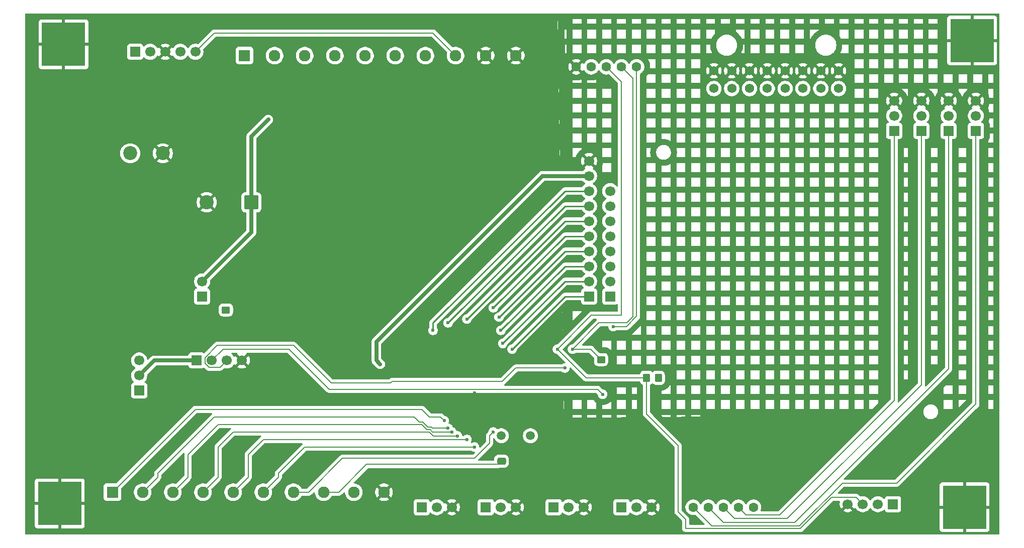
<source format=gbr>
%TF.GenerationSoftware,KiCad,Pcbnew,9.0.6*%
%TF.CreationDate,2025-11-21T14:30:57-07:00*%
%TF.ProjectId,FloodingPICPCB,466c6f6f-6469-46e6-9750-49435043422e,rev?*%
%TF.SameCoordinates,Original*%
%TF.FileFunction,Copper,L2,Bot*%
%TF.FilePolarity,Positive*%
%FSLAX46Y46*%
G04 Gerber Fmt 4.6, Leading zero omitted, Abs format (unit mm)*
G04 Created by KiCad (PCBNEW 9.0.6) date 2025-11-21 14:30:57*
%MOMM*%
%LPD*%
G01*
G04 APERTURE LIST*
G04 Aperture macros list*
%AMRoundRect*
0 Rectangle with rounded corners*
0 $1 Rounding radius*
0 $2 $3 $4 $5 $6 $7 $8 $9 X,Y pos of 4 corners*
0 Add a 4 corners polygon primitive as box body*
4,1,4,$2,$3,$4,$5,$6,$7,$8,$9,$2,$3,0*
0 Add four circle primitives for the rounded corners*
1,1,$1+$1,$2,$3*
1,1,$1+$1,$4,$5*
1,1,$1+$1,$6,$7*
1,1,$1+$1,$8,$9*
0 Add four rect primitives between the rounded corners*
20,1,$1+$1,$2,$3,$4,$5,0*
20,1,$1+$1,$4,$5,$6,$7,0*
20,1,$1+$1,$6,$7,$8,$9,0*
20,1,$1+$1,$8,$9,$2,$3,0*%
G04 Aperture macros list end*
%TA.AperFunction,ComponentPad*%
%ADD10R,1.700000X1.700000*%
%TD*%
%TA.AperFunction,ComponentPad*%
%ADD11C,1.700000*%
%TD*%
%TA.AperFunction,ComponentPad*%
%ADD12C,1.500000*%
%TD*%
%TA.AperFunction,ComponentPad*%
%ADD13R,7.366000X7.366000*%
%TD*%
%TA.AperFunction,ComponentPad*%
%ADD14R,1.950000X1.950000*%
%TD*%
%TA.AperFunction,ComponentPad*%
%ADD15C,1.950000*%
%TD*%
%TA.AperFunction,ComponentPad*%
%ADD16C,1.600200*%
%TD*%
%TA.AperFunction,ComponentPad*%
%ADD17RoundRect,0.250000X-0.450000X0.350000X-0.450000X-0.350000X0.450000X-0.350000X0.450000X0.350000X0*%
%TD*%
%TA.AperFunction,ComponentPad*%
%ADD18C,2.362200*%
%TD*%
%TA.AperFunction,ComponentPad*%
%ADD19C,1.574800*%
%TD*%
%TA.AperFunction,ComponentPad*%
%ADD20RoundRect,0.250001X0.949999X0.949999X-0.949999X0.949999X-0.949999X-0.949999X0.949999X-0.949999X0*%
%TD*%
%TA.AperFunction,ComponentPad*%
%ADD21C,2.400000*%
%TD*%
%TA.AperFunction,ComponentPad*%
%ADD22RoundRect,0.250000X-0.475000X0.337500X-0.475000X-0.337500X0.475000X-0.337500X0.475000X0.337500X0*%
%TD*%
%TA.AperFunction,ComponentPad*%
%ADD23RoundRect,0.250000X0.350000X0.450000X-0.350000X0.450000X-0.350000X-0.450000X0.350000X-0.450000X0*%
%TD*%
%TA.AperFunction,SMDPad,CuDef*%
%ADD24RoundRect,0.250000X0.350000X0.450000X-0.350000X0.450000X-0.350000X-0.450000X0.350000X-0.450000X0*%
%TD*%
%TA.AperFunction,ViaPad*%
%ADD25C,0.600000*%
%TD*%
%TA.AperFunction,Conductor*%
%ADD26C,0.200000*%
%TD*%
%TA.AperFunction,Conductor*%
%ADD27C,0.635000*%
%TD*%
%TA.AperFunction,Conductor*%
%ADD28C,0.254000*%
%TD*%
G04 APERTURE END LIST*
D10*
%TO.P,J2,1*%
%TO.N,Net-(D5-K)*%
X110490000Y-32385000D03*
D11*
%TO.P,J2,2*%
%TO.N,+3.3V*%
X113030000Y-32385000D03*
%TO.P,J2,3*%
%TO.N,GND*%
X115570000Y-32385000D03*
%TO.P,J2,4*%
%TO.N,RB6*%
X118110000Y-32385000D03*
%TO.P,J2,5*%
%TO.N,RB7*%
X120650000Y-32385000D03*
%TD*%
D12*
%TO.P,Y1,1,1*%
%TO.N,RA6*%
X177065000Y-97155000D03*
%TO.P,Y1,2,2*%
%TO.N,RA7*%
X172185000Y-97155000D03*
%TD*%
D13*
%TO.P,REF\u002A\u002A,1*%
%TO.N,GND*%
X250190000Y-109220000D03*
%TD*%
D14*
%TO.P,J3,1*%
%TO.N,RA0*%
X106680000Y-106680000D03*
D15*
%TO.P,J3,2*%
%TO.N,RA1*%
X111760000Y-106680000D03*
%TO.P,J3,3*%
%TO.N,RA2*%
X116840000Y-106680000D03*
%TO.P,J3,4*%
%TO.N,RA3*%
X121920000Y-106680000D03*
%TO.P,J3,5*%
%TO.N,RA4*%
X127000000Y-106680000D03*
%TO.P,J3,6*%
%TO.N,RA5*%
X132080000Y-106680000D03*
%TO.P,J3,7*%
%TO.N,RA6*%
X137160000Y-106680000D03*
%TO.P,J3,8*%
%TO.N,RA7*%
X142240000Y-106680000D03*
%TO.P,J3,9*%
%TO.N,+3.3V*%
X147320000Y-106680000D03*
%TO.P,J3,10*%
%TO.N,GND*%
X152400000Y-106680000D03*
%TD*%
D16*
%TO.P,J19,1*%
%TO.N,RC5*%
X194945000Y-34925000D03*
%TO.P,J19,2*%
%TO.N,RC6*%
X192405000Y-34925000D03*
%TO.P,J19,3*%
%TO.N,RC7*%
X189865000Y-34925000D03*
%TO.P,J19,4*%
%TO.N,+3.3V*%
X187325000Y-34925000D03*
%TO.P,J19,5*%
%TO.N,GND*%
X184785000Y-34925000D03*
%TD*%
D10*
%TO.P,J12,1*%
%TO.N,RC0*%
X252095000Y-45720000D03*
D11*
%TO.P,J12,2*%
%TO.N,+3.3V*%
X252095000Y-43180000D03*
%TO.P,J12,3*%
%TO.N,GND*%
X252095000Y-40640000D03*
%TD*%
D13*
%TO.P,GND,1*%
%TO.N,GND*%
X98425000Y-31115000D03*
%TD*%
D10*
%TO.P,I\u00B2C1,1*%
%TO.N,+3.3V*%
X120850000Y-84455000D03*
D11*
%TO.P,I\u00B2C1,2*%
%TO.N,RC3*%
X123390000Y-84455000D03*
%TO.P,I\u00B2C1,3*%
%TO.N,RC4*%
X125930000Y-84455000D03*
%TO.P,I\u00B2C1,4*%
%TO.N,GND*%
X128470000Y-84455000D03*
%TD*%
D10*
%TO.P,JP1,1,A*%
%TO.N,Net-(D3-K)*%
X121775000Y-73665000D03*
D11*
%TO.P,JP1,2,B*%
%TO.N,+3.3V*%
X121775000Y-71125000D03*
%TD*%
D17*
%TO.P,R2,2*%
%TO.N,RC6*%
X188976000Y-84312000D03*
%TD*%
D10*
%TO.P,J9,1*%
%TO.N,RA2*%
X180975000Y-109220000D03*
D11*
%TO.P,J9,2*%
%TO.N,+3.3V*%
X183515000Y-109220000D03*
%TO.P,J9,3*%
%TO.N,GND*%
X186055000Y-109220000D03*
%TD*%
D10*
%TO.P,J17,1*%
%TO.N,Net-(Q1-G)*%
X190500000Y-73660000D03*
D11*
%TO.P,J17,2*%
%TO.N,Net-(Q7-G)*%
X190500000Y-71120000D03*
%TO.P,J17,3*%
%TO.N,Net-(Q3-G)*%
X190500000Y-68580000D03*
%TO.P,J17,4*%
%TO.N,Net-(Q5-G)*%
X190500000Y-66040000D03*
%TO.P,J17,5*%
%TO.N,Net-(Q4-G)*%
X190500000Y-63500000D03*
%TO.P,J17,6*%
%TO.N,Net-(Q8-G)*%
X190500000Y-60960000D03*
%TO.P,J17,7*%
%TO.N,Net-(Q2-G)*%
X190500000Y-58420000D03*
%TO.P,J17,8*%
%TO.N,Net-(Q6-G)*%
X190500000Y-55880000D03*
%TD*%
D10*
%TO.P,J1,1*%
%TO.N,+3.3V*%
X238125000Y-108712000D03*
D11*
%TO.P,J1,2*%
%TO.N,RC6*%
X235585000Y-108712000D03*
%TO.P,J1,3*%
%TO.N,RC7*%
X233045000Y-108712000D03*
%TO.P,J1,4*%
%TO.N,GND*%
X230505000Y-108712000D03*
%TD*%
D10*
%TO.P,J13,1*%
%TO.N,RC1*%
X247505000Y-45720000D03*
D11*
%TO.P,J13,2*%
%TO.N,+3.3V*%
X247505000Y-43180000D03*
%TO.P,J13,3*%
%TO.N,GND*%
X247505000Y-40640000D03*
%TD*%
D18*
%TO.P,J11,1*%
%TO.N,+3.3V*%
X109660850Y-49504600D03*
%TO.P,J11,2*%
%TO.N,GND*%
X115160849Y-49504600D03*
%TD*%
D10*
%TO.P,J14,1*%
%TO.N,RC2*%
X242915000Y-45720000D03*
D11*
%TO.P,J14,2*%
%TO.N,+3.3V*%
X242915000Y-43180000D03*
%TO.P,J14,3*%
%TO.N,GND*%
X242915000Y-40640000D03*
%TD*%
D10*
%TO.P,J15,1*%
%TO.N,RC3*%
X238325000Y-45720000D03*
D11*
%TO.P,J15,2*%
%TO.N,+3.3V*%
X238325000Y-43180000D03*
%TO.P,J15,3*%
%TO.N,GND*%
X238325000Y-40640000D03*
%TD*%
D17*
%TO.P,R3,2*%
%TO.N,RC4*%
X125785000Y-75930000D03*
%TD*%
D14*
%TO.P,J5,1,Pin_1*%
%TO.N,RB0*%
X128905000Y-33020000D03*
D15*
%TO.P,J5,2,Pin_2*%
%TO.N,RB1*%
X133985000Y-33020000D03*
%TO.P,J5,3,Pin_3*%
%TO.N,RB2*%
X139065000Y-33020000D03*
%TO.P,J5,4,Pin_4*%
%TO.N,RB3*%
X144145000Y-33020000D03*
%TO.P,J5,5,Pin_5*%
%TO.N,RB4*%
X149225000Y-33020000D03*
%TO.P,J5,6,Pin_6*%
%TO.N,RB5*%
X154305000Y-33020000D03*
%TO.P,J5,7,Pin_7*%
%TO.N,RB6*%
X159385000Y-33020000D03*
%TO.P,J5,8,Pin_8*%
%TO.N,RB7*%
X164465000Y-33020000D03*
%TO.P,J5,9,Pin_9*%
%TO.N,GND*%
X169545000Y-33020000D03*
%TO.P,J5,10,Pin_10*%
X174625000Y-33020000D03*
%TD*%
D10*
%TO.P,J4,1*%
%TO.N,RA0*%
X158750000Y-109220000D03*
D11*
%TO.P,J4,2*%
%TO.N,+3.3V*%
X161290000Y-109220000D03*
%TO.P,J4,3*%
%TO.N,GND*%
X163830000Y-109220000D03*
%TD*%
D10*
%TO.P,J6,1*%
%TO.N,RB0*%
X186944000Y-73660000D03*
D11*
%TO.P,J6,2*%
%TO.N,RB1*%
X186944000Y-71120000D03*
%TO.P,J6,3*%
%TO.N,RB2*%
X186944000Y-68580000D03*
%TO.P,J6,4*%
%TO.N,RB3*%
X186944000Y-66040000D03*
%TO.P,J6,5*%
%TO.N,RB4*%
X186944000Y-63500000D03*
%TO.P,J6,6*%
%TO.N,RB5*%
X186944000Y-60960000D03*
%TO.P,J6,7*%
%TO.N,RB6*%
X186944000Y-58420000D03*
%TO.P,J6,8*%
%TO.N,RB7*%
X186944000Y-55880000D03*
%TO.P,J6,9*%
%TO.N,+3.3V*%
X186944000Y-53340000D03*
%TO.P,J6,10*%
%TO.N,GND*%
X186944000Y-50800000D03*
%TD*%
D19*
%TO.P,J18,1,1*%
%TO.N,GND*%
X207965403Y-35584301D03*
%TO.P,J18,2,2*%
X210965402Y-35584301D03*
%TO.P,J18,3,3*%
X213965401Y-35584301D03*
%TO.P,J18,4,4*%
X216965401Y-35584301D03*
%TO.P,J18,5,5*%
X219965400Y-35584301D03*
%TO.P,J18,6,6*%
X222965399Y-35584301D03*
%TO.P,J18,7,7*%
X225965398Y-35584301D03*
%TO.P,J18,8,8*%
X228965397Y-35584301D03*
%TO.P,J18,9,9*%
%TO.N,+24V 2A Max7*%
X207965403Y-38584300D03*
%TO.P,J18,10,10*%
%TO.N,+24V 2A Max6*%
X210965402Y-38584300D03*
%TO.P,J18,11,11*%
%TO.N,+24V 2A Max5*%
X213965401Y-38584300D03*
%TO.P,J18,12,12*%
%TO.N,+24V 2A Max4*%
X216965401Y-38584300D03*
%TO.P,J18,13,13*%
%TO.N,+24V 2A Max3*%
X219965400Y-38584300D03*
%TO.P,J18,14,14*%
%TO.N,+24V 2A Max2*%
X222965399Y-38584300D03*
%TO.P,J18,15,15*%
%TO.N,+24V 2A Max1*%
X225965398Y-38584300D03*
%TO.P,J18,16,16*%
%TO.N,+24V 2A Max*%
X228965397Y-38584300D03*
%TD*%
D20*
%TO.P,C7,1*%
%TO.N,+3.3V*%
X130055000Y-57785000D03*
D21*
%TO.P,C7,2*%
%TO.N,GND*%
X122555000Y-57785000D03*
%TD*%
D10*
%TO.P,JP2,1,A*%
%TO.N,Net-(D4-K)*%
X111180000Y-89535000D03*
D11*
%TO.P,JP2,2,B*%
%TO.N,+3.3V*%
X111180000Y-86995000D03*
%TO.P,JP2,3*%
%TO.N,N/C*%
X111180000Y-84455000D03*
%TD*%
D10*
%TO.P,J10,1*%
%TO.N,RA3*%
X192405000Y-109220000D03*
D11*
%TO.P,J10,2*%
%TO.N,+3.3V*%
X194945000Y-109220000D03*
%TO.P,J10,3*%
%TO.N,GND*%
X197485000Y-109220000D03*
%TD*%
D13*
%TO.P,REF\u002A\u002A,1*%
%TO.N,GND*%
X97790000Y-108585000D03*
%TD*%
D22*
%TO.P,C3,1*%
%TO.N,RA7*%
X172212000Y-101451500D03*
%TD*%
D13*
%TO.P,REF\u002A\u002A,1*%
%TO.N,GND*%
X251460000Y-30480000D03*
%TD*%
D10*
%TO.P,J7,1*%
%TO.N,RA1*%
X169545000Y-109220000D03*
D11*
%TO.P,J7,2*%
%TO.N,+3.3V*%
X172085000Y-109220000D03*
%TO.P,J7,3*%
%TO.N,GND*%
X174625000Y-109220000D03*
%TD*%
D23*
%TO.P,R1,1*%
%TO.N,Net-(D1-K)*%
X198612000Y-87376000D03*
D24*
%TO.P,R1,2*%
%TO.N,RC7*%
X196612000Y-87376000D03*
%TD*%
D16*
%TO.P,J8,1*%
%TO.N,RC0*%
X204470000Y-109220000D03*
%TO.P,J8,2*%
%TO.N,RC1*%
X207010000Y-109220000D03*
%TO.P,J8,3*%
%TO.N,RC2*%
X209550000Y-109220000D03*
%TO.P,J8,4*%
%TO.N,RC3*%
X212090000Y-109220000D03*
%TO.P,J8,5*%
%TO.N,RC4*%
X214630000Y-109220000D03*
%TD*%
D25*
%TO.N,+3.3V*%
X151765000Y-85090000D03*
X132915000Y-43815000D03*
%TO.N,RC4*%
X182880000Y-85725000D03*
%TO.N,RC3*%
X189230000Y-90170000D03*
%TO.N,RC7*%
X181610000Y-82550000D03*
%TO.N,RC6*%
X184150000Y-82550000D03*
%TO.N,RB6*%
X163195000Y-78105000D03*
%TO.N,RB7*%
X160655000Y-79375000D03*
%TO.N,RA4*%
X166370000Y-97790000D03*
%TO.N,RA0*%
X162560000Y-94615000D03*
%TO.N,RA6*%
X170815000Y-96520000D03*
%TO.N,RA5*%
X167640000Y-99060000D03*
%TO.N,RB4*%
X170815000Y-75565000D03*
%TO.N,RB5*%
X166370000Y-77470000D03*
%TO.N,RB0*%
X173990000Y-82550000D03*
%TO.N,RB2*%
X172085000Y-79375000D03*
%TO.N,RB1*%
X172402500Y-81597500D03*
%TO.N,RB3*%
X171767500Y-77152500D03*
%TO.N,RC5*%
X191008000Y-78740000D03*
%TO.N,GND*%
X167640000Y-89916000D03*
%TO.N,RA2*%
X163830000Y-96520000D03*
%TO.N,RA1*%
X163195000Y-95885000D03*
%TO.N,RA3*%
X164782500Y-97190000D03*
%TD*%
D26*
%TO.N,RC4*%
X174625000Y-85725000D02*
X182880000Y-85725000D01*
X172355000Y-87995000D02*
X174625000Y-85725000D01*
X153795308Y-87995000D02*
X172355000Y-87995000D01*
X143510000Y-88265000D02*
X153525308Y-88265000D01*
X122239000Y-83978240D02*
X124302240Y-81915000D01*
X122239000Y-84931760D02*
X122239000Y-83978240D01*
X153525308Y-88265000D02*
X153795308Y-87995000D01*
X122913240Y-85606000D02*
X122239000Y-84931760D01*
X137160000Y-81915000D02*
X143510000Y-88265000D01*
X125930000Y-84455000D02*
X124779000Y-85606000D01*
X124779000Y-85606000D02*
X122913240Y-85606000D01*
X124302240Y-81915000D02*
X137160000Y-81915000D01*
%TO.N,RC3*%
X136387000Y-82550000D02*
X125295000Y-82550000D01*
X143152000Y-89315000D02*
X136387000Y-82550000D01*
X188375000Y-89315000D02*
X143152000Y-89315000D01*
X189230000Y-90170000D02*
X188375000Y-89315000D01*
X125295000Y-82550000D02*
X123390000Y-84455000D01*
%TO.N,RB7*%
X160655000Y-29210000D02*
X164465000Y-33020000D01*
X120650000Y-32385000D02*
X123825000Y-29210000D01*
X123825000Y-29210000D02*
X160655000Y-29210000D01*
%TO.N,RC7*%
X231894000Y-107561000D02*
X233045000Y-108712000D01*
X227778100Y-107561000D02*
X231894000Y-107561000D01*
X222543100Y-112796000D02*
X227778100Y-107561000D01*
X208728900Y-112776000D02*
X208748900Y-112796000D01*
X203200000Y-111252000D02*
X203200000Y-112776000D01*
X201930000Y-98790000D02*
X201930000Y-109982000D01*
X196612000Y-93472000D02*
X201930000Y-98790000D01*
X208748900Y-112796000D02*
X222543100Y-112796000D01*
X196612000Y-87376000D02*
X196612000Y-93472000D01*
X201930000Y-109982000D02*
X203200000Y-111252000D01*
X203200000Y-112776000D02*
X208728900Y-112776000D01*
%TO.N,RC3*%
X219075000Y-110490000D02*
X238325000Y-91240000D01*
X213360000Y-110490000D02*
X219075000Y-110490000D01*
X238325000Y-91240000D02*
X238325000Y-45720000D01*
X212090000Y-109220000D02*
X213360000Y-110490000D01*
%TO.N,RC2*%
X242915000Y-88555000D02*
X242915000Y-45720000D01*
X211455000Y-111125000D02*
X220345000Y-111125000D01*
X220345000Y-111125000D02*
X242915000Y-88555000D01*
X209550000Y-109220000D02*
X211455000Y-111125000D01*
%TO.N,RC1*%
X247505000Y-85870000D02*
X247505000Y-45720000D01*
X221615000Y-111760000D02*
X247505000Y-85870000D01*
X209550000Y-111760000D02*
X221615000Y-111760000D01*
X207010000Y-109220000D02*
X209550000Y-111760000D01*
%TO.N,RC0*%
X208895000Y-112375000D02*
X208915000Y-112395000D01*
X207625000Y-112375000D02*
X208895000Y-112375000D01*
X204470000Y-109220000D02*
X207625000Y-112375000D01*
%TO.N,RA7*%
X171662500Y-102001000D02*
X172212000Y-101451500D01*
X149459000Y-102001000D02*
X171662500Y-102001000D01*
X144780000Y-106680000D02*
X149459000Y-102001000D01*
X142240000Y-106680000D02*
X144780000Y-106680000D01*
%TO.N,RA6*%
X139700000Y-106680000D02*
X137160000Y-106680000D01*
X145415000Y-100965000D02*
X139700000Y-106680000D01*
X167640000Y-100965000D02*
X145415000Y-100965000D01*
X170180000Y-97155000D02*
X170180000Y-98425000D01*
X170180000Y-98425000D02*
X167640000Y-100965000D01*
X170815000Y-96520000D02*
X170180000Y-97155000D01*
%TO.N,RA5*%
X134620000Y-104140000D02*
X132080000Y-106680000D01*
X134620000Y-103505000D02*
X134620000Y-104140000D01*
X139065000Y-99060000D02*
X134620000Y-103505000D01*
X167640000Y-99060000D02*
X139065000Y-99060000D01*
%TO.N,RA4*%
X129540000Y-100330000D02*
X129540000Y-104140000D01*
X132080000Y-97790000D02*
X129540000Y-100330000D01*
X166370000Y-97790000D02*
X132080000Y-97790000D01*
X129540000Y-104140000D02*
X127000000Y-106680000D01*
%TO.N,RA3*%
X124460000Y-104140000D02*
X121920000Y-106680000D01*
X160020000Y-96520000D02*
X127000000Y-96520000D01*
X160690000Y-97190000D02*
X160020000Y-96520000D01*
X124460000Y-99060000D02*
X124460000Y-104140000D01*
X164782500Y-97190000D02*
X160690000Y-97190000D01*
X127000000Y-96520000D02*
X124460000Y-99060000D01*
%TO.N,RA2*%
X119380000Y-104140000D02*
X116840000Y-106680000D01*
X159619000Y-96119000D02*
X158750000Y-95250000D01*
X158750000Y-95250000D02*
X124460000Y-95250000D01*
X119380000Y-100330000D02*
X119380000Y-104140000D01*
X160186100Y-96119000D02*
X159619000Y-96119000D01*
X160587100Y-96520000D02*
X160186100Y-96119000D01*
X163830000Y-96520000D02*
X160587100Y-96520000D01*
X124460000Y-95250000D02*
X119380000Y-100330000D01*
%TO.N,RA1*%
X114300000Y-104140000D02*
X111760000Y-106680000D01*
X114300000Y-103505000D02*
X114300000Y-104140000D01*
X157480000Y-93980000D02*
X123825000Y-93980000D01*
X123825000Y-93980000D02*
X114300000Y-103505000D01*
X158916100Y-94849000D02*
X158349000Y-94849000D01*
X159785100Y-95718000D02*
X158916100Y-94849000D01*
X160352200Y-95718000D02*
X159785100Y-95718000D01*
X158349000Y-94849000D02*
X157480000Y-93980000D01*
X160519200Y-95885000D02*
X160352200Y-95718000D01*
X163195000Y-95885000D02*
X160519200Y-95885000D01*
%TO.N,RA0*%
X158750000Y-92710000D02*
X120650000Y-92710000D01*
X160020000Y-93980000D02*
X158750000Y-92710000D01*
X162560000Y-94615000D02*
X161925000Y-93980000D01*
X161925000Y-93980000D02*
X160020000Y-93980000D01*
X120650000Y-92710000D02*
X106680000Y-106680000D01*
%TO.N,RC0*%
X222377000Y-112395000D02*
X208915000Y-112395000D01*
X229616000Y-105156000D02*
X222377000Y-112395000D01*
X238760000Y-105156000D02*
X229616000Y-105156000D01*
X252095000Y-91821000D02*
X238760000Y-105156000D01*
X252095000Y-45720000D02*
X252095000Y-91821000D01*
D27*
%TO.N,+3.3V*%
X151130000Y-81280000D02*
X179070000Y-53340000D01*
X151130000Y-84455000D02*
X151130000Y-81280000D01*
X179070000Y-53340000D02*
X186944000Y-53340000D01*
X130055000Y-46675000D02*
X130055000Y-57785000D01*
X151765000Y-85090000D02*
X151130000Y-84455000D01*
X130055000Y-62845000D02*
X121775000Y-71125000D01*
X113720000Y-84455000D02*
X120850000Y-84455000D01*
X111180000Y-86995000D02*
X113720000Y-84455000D01*
X132915000Y-43815000D02*
X130055000Y-46675000D01*
X130055000Y-57785000D02*
X130055000Y-62845000D01*
D26*
%TO.N,RC7*%
X181610000Y-82550000D02*
X187325000Y-76835000D01*
X186436000Y-87376000D02*
X181610000Y-82550000D01*
X196612000Y-87376000D02*
X186436000Y-87376000D01*
X192405000Y-37465000D02*
X189865000Y-34925000D01*
X187325000Y-76835000D02*
X192405000Y-76835000D01*
X192405000Y-76835000D02*
X192405000Y-37465000D01*
%TO.N,RC6*%
X194293500Y-77091191D02*
X194293500Y-36813500D01*
X184150000Y-82550000D02*
X188611500Y-78088500D01*
X194293500Y-36813500D02*
X192405000Y-34925000D01*
X187214000Y-82550000D02*
X184150000Y-82550000D01*
X188976000Y-84312000D02*
X187214000Y-82550000D01*
X188611500Y-78088500D02*
X193296192Y-78088500D01*
X193296192Y-78088500D02*
X194293500Y-77091191D01*
D28*
%TO.N,RB6*%
X182880000Y-58420000D02*
X186944000Y-58420000D01*
X163195000Y-78105000D02*
X182880000Y-58420000D01*
%TO.N,RB7*%
X160655000Y-78105000D02*
X182880000Y-55880000D01*
X182880000Y-55880000D02*
X186944000Y-55880000D01*
X160655000Y-79375000D02*
X160655000Y-78105000D01*
%TO.N,RB4*%
X170815000Y-75565000D02*
X182880000Y-63500000D01*
X182880000Y-63500000D02*
X186944000Y-63500000D01*
%TO.N,RB5*%
X166370000Y-77470000D02*
X182880000Y-60960000D01*
X182880000Y-60960000D02*
X186944000Y-60960000D01*
%TO.N,RB0*%
X173990000Y-82550000D02*
X182880000Y-73660000D01*
X182880000Y-73660000D02*
X186944000Y-73660000D01*
%TO.N,RB2*%
X172085000Y-79375000D02*
X182880000Y-68580000D01*
X182880000Y-68580000D02*
X186944000Y-68580000D01*
%TO.N,RB1*%
X172402500Y-81597500D02*
X182880000Y-71120000D01*
X182880000Y-71120000D02*
X186944000Y-71120000D01*
%TO.N,RB3*%
X182880000Y-66040000D02*
X186944000Y-66040000D01*
X171767500Y-77152500D02*
X182880000Y-66040000D01*
D26*
%TO.N,RC5*%
X193211792Y-78740000D02*
X191008000Y-78740000D01*
X194945000Y-77006792D02*
X193211792Y-78740000D01*
X194945000Y-34925000D02*
X194945000Y-77006792D01*
%TD*%
%TA.AperFunction,Conductor*%
%TO.N,GND*%
G36*
X183885703Y-85675385D02*
G01*
X183892181Y-85681417D01*
X186067284Y-87856520D01*
X186067286Y-87856521D01*
X186067290Y-87856524D01*
X186101040Y-87876009D01*
X186204216Y-87935577D01*
X186356943Y-87976501D01*
X186356945Y-87976501D01*
X186522654Y-87976501D01*
X186522670Y-87976500D01*
X195431699Y-87976500D01*
X195498738Y-87996185D01*
X195544493Y-88048989D01*
X195549403Y-88061492D01*
X195577186Y-88145334D01*
X195669288Y-88294656D01*
X195793344Y-88418712D01*
X195942666Y-88510814D01*
X195942667Y-88510814D01*
X195948813Y-88514605D01*
X195947706Y-88516399D01*
X195992337Y-88555687D01*
X196011500Y-88621908D01*
X196011500Y-93385330D01*
X196011499Y-93385348D01*
X196011499Y-93551054D01*
X196011498Y-93551054D01*
X196052423Y-93703785D01*
X196081358Y-93753900D01*
X196081359Y-93753904D01*
X196081360Y-93753904D01*
X196131479Y-93840714D01*
X196131481Y-93840717D01*
X196250349Y-93959585D01*
X196250355Y-93959590D01*
X197420539Y-95129774D01*
X182753000Y-95250000D01*
X182734976Y-94114493D01*
X184152165Y-94114493D01*
X185654165Y-94102182D01*
X185654165Y-94094001D01*
X186652165Y-94094001D01*
X188154165Y-94081690D01*
X188154165Y-94073509D01*
X189152165Y-94073509D01*
X190654165Y-94061198D01*
X190654165Y-94053018D01*
X191652165Y-94053018D01*
X193154165Y-94040706D01*
X193154165Y-93648500D01*
X191652165Y-93648500D01*
X191652165Y-94053018D01*
X190654165Y-94053018D01*
X190654165Y-93648500D01*
X189152165Y-93648500D01*
X189152165Y-94073509D01*
X188154165Y-94073509D01*
X188154165Y-93648500D01*
X186652165Y-93648500D01*
X186652165Y-94094001D01*
X185654165Y-94094001D01*
X185654165Y-93648500D01*
X184152165Y-93648500D01*
X184152165Y-94114493D01*
X182734976Y-94114493D01*
X182711738Y-92650500D01*
X184152165Y-92650500D01*
X185654165Y-92650500D01*
X186652165Y-92650500D01*
X188154165Y-92650500D01*
X188154165Y-91968500D01*
X189152165Y-91968500D01*
X189152165Y-92650500D01*
X190654165Y-92650500D01*
X191652165Y-92650500D01*
X193154165Y-92650500D01*
X194152165Y-92650500D01*
X195013500Y-92650500D01*
X195013500Y-91148500D01*
X194152165Y-91148500D01*
X194152165Y-92650500D01*
X193154165Y-92650500D01*
X193154165Y-91148500D01*
X191652165Y-91148500D01*
X191652165Y-92650500D01*
X190654165Y-92650500D01*
X190654165Y-91274003D01*
X190642545Y-91289671D01*
X190638801Y-91294469D01*
X190607712Y-91332351D01*
X190603738Y-91336958D01*
X190579007Y-91364245D01*
X190574809Y-91368654D01*
X190428654Y-91514809D01*
X190424245Y-91519007D01*
X190396958Y-91543738D01*
X190392351Y-91547712D01*
X190354469Y-91578801D01*
X190349671Y-91582545D01*
X190320098Y-91604478D01*
X190315122Y-91607983D01*
X190143263Y-91722816D01*
X190138118Y-91726074D01*
X190106525Y-91745009D01*
X190101230Y-91748008D01*
X190058009Y-91771109D01*
X190052574Y-91773845D01*
X190019292Y-91789586D01*
X190013728Y-91792052D01*
X189822778Y-91871145D01*
X189817101Y-91873335D01*
X189782440Y-91885737D01*
X189776662Y-91887646D01*
X189729767Y-91901872D01*
X189723903Y-91903495D01*
X189688177Y-91912445D01*
X189682235Y-91913779D01*
X189479508Y-91954104D01*
X189473511Y-91955145D01*
X189437080Y-91960549D01*
X189431039Y-91961294D01*
X189382267Y-91966097D01*
X189376197Y-91966545D01*
X189339425Y-91968351D01*
X189333342Y-91968500D01*
X189152165Y-91968500D01*
X188154165Y-91968500D01*
X188154165Y-91614188D01*
X188144878Y-91607983D01*
X188139902Y-91604478D01*
X188110329Y-91582545D01*
X188105531Y-91578801D01*
X188067649Y-91547712D01*
X188063042Y-91543738D01*
X188035755Y-91519007D01*
X188031346Y-91514809D01*
X187885191Y-91368654D01*
X187880993Y-91364245D01*
X187856262Y-91336958D01*
X187852288Y-91332351D01*
X187821199Y-91294469D01*
X187817455Y-91289671D01*
X187795522Y-91260098D01*
X187792017Y-91255122D01*
X187720774Y-91148500D01*
X186652165Y-91148500D01*
X186652165Y-92650500D01*
X185654165Y-92650500D01*
X185654165Y-91148500D01*
X184152165Y-91148500D01*
X184152165Y-92650500D01*
X182711738Y-92650500D01*
X182668325Y-89915500D01*
X188074903Y-89915500D01*
X188141942Y-89935185D01*
X188162584Y-89951819D01*
X188395425Y-90184660D01*
X188428910Y-90245983D01*
X188429361Y-90248149D01*
X188460261Y-90403491D01*
X188460264Y-90403501D01*
X188520602Y-90549172D01*
X188520609Y-90549185D01*
X188608210Y-90680288D01*
X188608213Y-90680292D01*
X188719707Y-90791786D01*
X188719711Y-90791789D01*
X188850814Y-90879390D01*
X188850827Y-90879397D01*
X188996498Y-90939735D01*
X188996503Y-90939737D01*
X189151153Y-90970499D01*
X189151156Y-90970500D01*
X189151158Y-90970500D01*
X189308844Y-90970500D01*
X189308845Y-90970499D01*
X189463497Y-90939737D01*
X189609179Y-90879394D01*
X189740289Y-90791789D01*
X189851789Y-90680289D01*
X189939394Y-90549179D01*
X189999737Y-90403497D01*
X190030500Y-90248842D01*
X190030500Y-90150500D01*
X191652165Y-90150500D01*
X193154165Y-90150500D01*
X194152165Y-90150500D01*
X195013500Y-90150500D01*
X195013500Y-89050252D01*
X194943061Y-88979813D01*
X194938113Y-88974569D01*
X194938052Y-88974500D01*
X194152165Y-88974500D01*
X194152165Y-90150500D01*
X193154165Y-90150500D01*
X193154165Y-88974500D01*
X191652165Y-88974500D01*
X191652165Y-90150500D01*
X190030500Y-90150500D01*
X190030500Y-90091158D01*
X190030500Y-90091155D01*
X190030499Y-90091153D01*
X189999737Y-89936503D01*
X189974087Y-89874577D01*
X189939397Y-89790827D01*
X189939390Y-89790814D01*
X189851789Y-89659711D01*
X189851786Y-89659707D01*
X189740292Y-89548213D01*
X189740288Y-89548210D01*
X189609185Y-89460609D01*
X189609172Y-89460602D01*
X189463501Y-89400264D01*
X189463489Y-89400261D01*
X189308151Y-89369362D01*
X189246240Y-89336977D01*
X189244712Y-89335476D01*
X188862589Y-88953354D01*
X188862588Y-88953352D01*
X188743717Y-88834481D01*
X188743716Y-88834480D01*
X188656904Y-88784360D01*
X188656904Y-88784359D01*
X188656900Y-88784358D01*
X188606785Y-88755423D01*
X188454057Y-88714499D01*
X188295943Y-88714499D01*
X188288347Y-88714499D01*
X188288331Y-88714500D01*
X182649262Y-88714500D01*
X182613812Y-86481196D01*
X182646503Y-86494737D01*
X182801153Y-86525499D01*
X182801156Y-86525500D01*
X182801158Y-86525500D01*
X182958844Y-86525500D01*
X182958845Y-86525499D01*
X183113497Y-86494737D01*
X183259179Y-86434394D01*
X183390289Y-86346789D01*
X183501789Y-86235289D01*
X183589394Y-86104179D01*
X183649737Y-85958497D01*
X183680500Y-85803842D01*
X183680500Y-85769098D01*
X183700185Y-85702059D01*
X183752989Y-85656304D01*
X183822147Y-85646360D01*
X183885703Y-85675385D01*
G37*
%TD.AperFunction*%
%TA.AperFunction,Conductor*%
G36*
X255982539Y-25920185D02*
G01*
X256028294Y-25972989D01*
X256039500Y-26024500D01*
X256039500Y-94649290D01*
X250066989Y-94698244D01*
X252114734Y-92650500D01*
X254152165Y-92650500D01*
X255041500Y-92650500D01*
X255041500Y-91148500D01*
X254152165Y-91148500D01*
X254152165Y-92650500D01*
X252114734Y-92650500D01*
X252463713Y-92301521D01*
X252463716Y-92301520D01*
X252575520Y-92189716D01*
X252625639Y-92102904D01*
X252654577Y-92052785D01*
X252695501Y-91900057D01*
X252695501Y-91741943D01*
X252695501Y-91734348D01*
X252695500Y-91734330D01*
X252695500Y-90150500D01*
X254152165Y-90150500D01*
X255041500Y-90150500D01*
X255041500Y-88648500D01*
X254152165Y-88648500D01*
X254152165Y-90150500D01*
X252695500Y-90150500D01*
X252695500Y-87650500D01*
X254152165Y-87650500D01*
X255041500Y-87650500D01*
X255041500Y-86148500D01*
X254152165Y-86148500D01*
X254152165Y-87650500D01*
X252695500Y-87650500D01*
X252695500Y-85150500D01*
X254152165Y-85150500D01*
X255041500Y-85150500D01*
X255041500Y-83648500D01*
X254152165Y-83648500D01*
X254152165Y-85150500D01*
X252695500Y-85150500D01*
X252695500Y-82650500D01*
X254152165Y-82650500D01*
X255041500Y-82650500D01*
X255041500Y-81148500D01*
X254152165Y-81148500D01*
X254152165Y-82650500D01*
X252695500Y-82650500D01*
X252695500Y-80150500D01*
X254152165Y-80150500D01*
X255041500Y-80150500D01*
X255041500Y-78648500D01*
X254152165Y-78648500D01*
X254152165Y-80150500D01*
X252695500Y-80150500D01*
X252695500Y-77650500D01*
X254152165Y-77650500D01*
X255041500Y-77650500D01*
X255041500Y-76148500D01*
X254152165Y-76148500D01*
X254152165Y-77650500D01*
X252695500Y-77650500D01*
X252695500Y-75150500D01*
X254152165Y-75150500D01*
X255041500Y-75150500D01*
X255041500Y-73648500D01*
X254152165Y-73648500D01*
X254152165Y-75150500D01*
X252695500Y-75150500D01*
X252695500Y-72650500D01*
X254152165Y-72650500D01*
X255041500Y-72650500D01*
X255041500Y-71148500D01*
X254152165Y-71148500D01*
X254152165Y-72650500D01*
X252695500Y-72650500D01*
X252695500Y-70150500D01*
X254152165Y-70150500D01*
X255041500Y-70150500D01*
X255041500Y-68648500D01*
X254152165Y-68648500D01*
X254152165Y-70150500D01*
X252695500Y-70150500D01*
X252695500Y-67650500D01*
X254152165Y-67650500D01*
X255041500Y-67650500D01*
X255041500Y-66148500D01*
X254152165Y-66148500D01*
X254152165Y-67650500D01*
X252695500Y-67650500D01*
X252695500Y-65150500D01*
X254152165Y-65150500D01*
X255041500Y-65150500D01*
X255041500Y-63648500D01*
X254152165Y-63648500D01*
X254152165Y-65150500D01*
X252695500Y-65150500D01*
X252695500Y-62650500D01*
X254152165Y-62650500D01*
X255041500Y-62650500D01*
X255041500Y-61148500D01*
X254152165Y-61148500D01*
X254152165Y-62650500D01*
X252695500Y-62650500D01*
X252695500Y-60150500D01*
X254152165Y-60150500D01*
X255041500Y-60150500D01*
X255041500Y-58648500D01*
X254152165Y-58648500D01*
X254152165Y-60150500D01*
X252695500Y-60150500D01*
X252695500Y-57650500D01*
X254152165Y-57650500D01*
X255041500Y-57650500D01*
X255041500Y-56148500D01*
X254152165Y-56148500D01*
X254152165Y-57650500D01*
X252695500Y-57650500D01*
X252695500Y-55150500D01*
X254152165Y-55150500D01*
X255041500Y-55150500D01*
X255041500Y-53648500D01*
X254152165Y-53648500D01*
X254152165Y-55150500D01*
X252695500Y-55150500D01*
X252695500Y-52650500D01*
X254152165Y-52650500D01*
X255041500Y-52650500D01*
X255041500Y-51148500D01*
X254152165Y-51148500D01*
X254152165Y-52650500D01*
X252695500Y-52650500D01*
X252695500Y-50150500D01*
X254152165Y-50150500D01*
X255041500Y-50150500D01*
X255041500Y-48648500D01*
X254152165Y-48648500D01*
X254152165Y-50150500D01*
X252695500Y-50150500D01*
X252695500Y-47457925D01*
X254152165Y-47457925D01*
X254152165Y-47650500D01*
X255041500Y-47650500D01*
X255041500Y-46148500D01*
X254443500Y-46148500D01*
X254443500Y-46631248D01*
X254443455Y-46634572D01*
X254442916Y-46654673D01*
X254442783Y-46657993D01*
X254441351Y-46684680D01*
X254441129Y-46687989D01*
X254439519Y-46707982D01*
X254439208Y-46711285D01*
X254428038Y-46815175D01*
X254426971Y-46822843D01*
X254419064Y-46869029D01*
X254417519Y-46876619D01*
X254403174Y-46937330D01*
X254401158Y-46944809D01*
X254387550Y-46989672D01*
X254385071Y-46997012D01*
X254311413Y-47194502D01*
X254308025Y-47202682D01*
X254285767Y-47251419D01*
X254281805Y-47259333D01*
X254247628Y-47321923D01*
X254243110Y-47329537D01*
X254214146Y-47374604D01*
X254209098Y-47381874D01*
X254152165Y-47457925D01*
X252695500Y-47457925D01*
X252695500Y-47194499D01*
X252715185Y-47127460D01*
X252767989Y-47081705D01*
X252819500Y-47070499D01*
X252992871Y-47070499D01*
X252992872Y-47070499D01*
X253052483Y-47064091D01*
X253187331Y-47013796D01*
X253302546Y-46927546D01*
X253388796Y-46812331D01*
X253439091Y-46677483D01*
X253445500Y-46617873D01*
X253445499Y-44822128D01*
X253439091Y-44762517D01*
X253436441Y-44755413D01*
X253388797Y-44627671D01*
X253388793Y-44627664D01*
X253302547Y-44512455D01*
X253302544Y-44512452D01*
X253187335Y-44426206D01*
X253187328Y-44426202D01*
X253055917Y-44377189D01*
X252999983Y-44335318D01*
X252975566Y-44269853D01*
X252990418Y-44201580D01*
X253011563Y-44173332D01*
X253062338Y-44122557D01*
X254250074Y-44122557D01*
X254281805Y-44180667D01*
X254285767Y-44188581D01*
X254308025Y-44237318D01*
X254311413Y-44245498D01*
X254385069Y-44442982D01*
X254387548Y-44450321D01*
X254401153Y-44495172D01*
X254403168Y-44502648D01*
X254417516Y-44563363D01*
X254419061Y-44570955D01*
X254426972Y-44617160D01*
X254428041Y-44624833D01*
X254439212Y-44728755D01*
X254439523Y-44732064D01*
X254441135Y-44752101D01*
X254441357Y-44755413D01*
X254442786Y-44782095D01*
X254442919Y-44785413D01*
X254443455Y-44805464D01*
X254443499Y-44808778D01*
X254443499Y-45150500D01*
X255041500Y-45150500D01*
X255041500Y-43648500D01*
X254398571Y-43648500D01*
X254394892Y-43671728D01*
X254394036Y-43676523D01*
X254388287Y-43705423D01*
X254387242Y-43710183D01*
X254378089Y-43748300D01*
X254376862Y-43753005D01*
X254368869Y-43781347D01*
X254367455Y-43786007D01*
X254289658Y-44025440D01*
X254288064Y-44030037D01*
X254277879Y-44057647D01*
X254276107Y-44062175D01*
X254261109Y-44098392D01*
X254259154Y-44102861D01*
X254250074Y-44122557D01*
X253062338Y-44122557D01*
X253125104Y-44059792D01*
X253126663Y-44057647D01*
X253250048Y-43887820D01*
X253250047Y-43887820D01*
X253250051Y-43887816D01*
X253346557Y-43698412D01*
X253412246Y-43496243D01*
X253445500Y-43286287D01*
X253445500Y-43073713D01*
X253412246Y-42863757D01*
X253346557Y-42661588D01*
X253250051Y-42472184D01*
X253250049Y-42472181D01*
X253250048Y-42472179D01*
X253125109Y-42300213D01*
X252974786Y-42149890D01*
X252802817Y-42024949D01*
X252793504Y-42020204D01*
X252742707Y-41972230D01*
X252725912Y-41904409D01*
X252748449Y-41838274D01*
X252793507Y-41799232D01*
X252802555Y-41794622D01*
X252830252Y-41774498D01*
X254152165Y-41774498D01*
X254152165Y-42044397D01*
X254244686Y-42225981D01*
X254246811Y-42230364D01*
X254259154Y-42257139D01*
X254261109Y-42261608D01*
X254276107Y-42297825D01*
X254277879Y-42302353D01*
X254288064Y-42329963D01*
X254289658Y-42334560D01*
X254367455Y-42573993D01*
X254368869Y-42578653D01*
X254376862Y-42606995D01*
X254378089Y-42611700D01*
X254387242Y-42649817D01*
X254387392Y-42650500D01*
X255041500Y-42650500D01*
X255041500Y-41148500D01*
X254391141Y-41148500D01*
X254387811Y-41165244D01*
X254386769Y-41169996D01*
X254377621Y-41208113D01*
X254376391Y-41212829D01*
X254368389Y-41241206D01*
X254366974Y-41245870D01*
X254289191Y-41485263D01*
X254287595Y-41489864D01*
X254277396Y-41517509D01*
X254275621Y-41522045D01*
X254260619Y-41558261D01*
X254258669Y-41562719D01*
X254246340Y-41589463D01*
X254244214Y-41593845D01*
X254152165Y-41774498D01*
X252830252Y-41774498D01*
X252856716Y-41755270D01*
X252856717Y-41755270D01*
X252224408Y-41122962D01*
X252287993Y-41105925D01*
X252402007Y-41040099D01*
X252495099Y-40947007D01*
X252560925Y-40832993D01*
X252577962Y-40769408D01*
X253210270Y-41401717D01*
X253210270Y-41401716D01*
X253249622Y-41347554D01*
X253346095Y-41158217D01*
X253411757Y-40956130D01*
X253411757Y-40956127D01*
X253445000Y-40746246D01*
X253445000Y-40533753D01*
X253411757Y-40323872D01*
X253411757Y-40323869D01*
X253346095Y-40121782D01*
X253249624Y-39932449D01*
X253210270Y-39878282D01*
X253210269Y-39878282D01*
X252577962Y-40510590D01*
X252560925Y-40447007D01*
X252495099Y-40332993D01*
X252402007Y-40239901D01*
X252287993Y-40174075D01*
X252224409Y-40157037D01*
X252856716Y-39524728D01*
X252830252Y-39505501D01*
X254152165Y-39505501D01*
X254244214Y-39686155D01*
X254246340Y-39690537D01*
X254258669Y-39717281D01*
X254260619Y-39721739D01*
X254275621Y-39757955D01*
X254277396Y-39762491D01*
X254287595Y-39790136D01*
X254289191Y-39794737D01*
X254366974Y-40034130D01*
X254368389Y-40038794D01*
X254376391Y-40067171D01*
X254377621Y-40071887D01*
X254386769Y-40110004D01*
X254387811Y-40114756D01*
X254393551Y-40143619D01*
X254394406Y-40148407D01*
X254394738Y-40150500D01*
X255041500Y-40150500D01*
X255041500Y-38648500D01*
X254152165Y-38648500D01*
X254152165Y-39505501D01*
X252830252Y-39505501D01*
X252802550Y-39485375D01*
X252613217Y-39388904D01*
X252411129Y-39323242D01*
X252201246Y-39290000D01*
X251988754Y-39290000D01*
X251778872Y-39323242D01*
X251778869Y-39323242D01*
X251576782Y-39388904D01*
X251387439Y-39485380D01*
X251333282Y-39524727D01*
X251333282Y-39524728D01*
X251965591Y-40157037D01*
X251902007Y-40174075D01*
X251787993Y-40239901D01*
X251694901Y-40332993D01*
X251629075Y-40447007D01*
X251612037Y-40510591D01*
X250979728Y-39878282D01*
X250979727Y-39878282D01*
X250940380Y-39932439D01*
X250843904Y-40121782D01*
X250778242Y-40323869D01*
X250778242Y-40323872D01*
X250745000Y-40533753D01*
X250745000Y-40746246D01*
X250778242Y-40956127D01*
X250778242Y-40956130D01*
X250843904Y-41158217D01*
X250940375Y-41347550D01*
X250979728Y-41401716D01*
X251612037Y-40769408D01*
X251629075Y-40832993D01*
X251694901Y-40947007D01*
X251787993Y-41040099D01*
X251902007Y-41105925D01*
X251965590Y-41122962D01*
X251333282Y-41755269D01*
X251333282Y-41755270D01*
X251387452Y-41794626D01*
X251387451Y-41794626D01*
X251396495Y-41799234D01*
X251447292Y-41847208D01*
X251464087Y-41915029D01*
X251441550Y-41981164D01*
X251396499Y-42020202D01*
X251387182Y-42024949D01*
X251215213Y-42149890D01*
X251064890Y-42300213D01*
X250939951Y-42472179D01*
X250843444Y-42661585D01*
X250777753Y-42863760D01*
X250744500Y-43073713D01*
X250744500Y-43286286D01*
X250777753Y-43496239D01*
X250843444Y-43698414D01*
X250939951Y-43887820D01*
X251064890Y-44059786D01*
X251178430Y-44173326D01*
X251211915Y-44234649D01*
X251206931Y-44304341D01*
X251165059Y-44360274D01*
X251134083Y-44377189D01*
X251002669Y-44426203D01*
X251002664Y-44426206D01*
X250887455Y-44512452D01*
X250887452Y-44512455D01*
X250801206Y-44627664D01*
X250801202Y-44627671D01*
X250750908Y-44762517D01*
X250745935Y-44808778D01*
X250744501Y-44822123D01*
X250744500Y-44822135D01*
X250744500Y-46617870D01*
X250744501Y-46617876D01*
X250750908Y-46677483D01*
X250801202Y-46812328D01*
X250801206Y-46812335D01*
X250887452Y-46927544D01*
X250887455Y-46927547D01*
X251002664Y-47013793D01*
X251002671Y-47013797D01*
X251047618Y-47030561D01*
X251137517Y-47064091D01*
X251197127Y-47070500D01*
X251370500Y-47070499D01*
X251437539Y-47090183D01*
X251483294Y-47142987D01*
X251494500Y-47194499D01*
X251494500Y-91520902D01*
X251474815Y-91587941D01*
X251458181Y-91608583D01*
X248354480Y-94712282D01*
X239438873Y-94785360D01*
X241210656Y-93013577D01*
X243245500Y-93013577D01*
X243245500Y-93210422D01*
X243276290Y-93404826D01*
X243337117Y-93592029D01*
X243365891Y-93648500D01*
X243426476Y-93767405D01*
X243542172Y-93926646D01*
X243681354Y-94065828D01*
X243840595Y-94181524D01*
X243923455Y-94223743D01*
X244015970Y-94270882D01*
X244015972Y-94270882D01*
X244015975Y-94270884D01*
X244116317Y-94303487D01*
X244203173Y-94331709D01*
X244397578Y-94362500D01*
X244397583Y-94362500D01*
X244594422Y-94362500D01*
X244788826Y-94331709D01*
X244976025Y-94270884D01*
X245151405Y-94181524D01*
X245310646Y-94065828D01*
X245449828Y-93926646D01*
X245565524Y-93767405D01*
X245654884Y-93592025D01*
X245715709Y-93404826D01*
X245718797Y-93385330D01*
X245746500Y-93210422D01*
X245746500Y-93013577D01*
X245715709Y-92819173D01*
X245658695Y-92643705D01*
X245654884Y-92631975D01*
X245654882Y-92631972D01*
X245654882Y-92631970D01*
X245573216Y-92471692D01*
X246652165Y-92471692D01*
X246670924Y-92529426D01*
X246672338Y-92534088D01*
X246680341Y-92562467D01*
X246681572Y-92567186D01*
X246690720Y-92605305D01*
X246691762Y-92610055D01*
X246697502Y-92638917D01*
X246698357Y-92643705D01*
X246699433Y-92650500D01*
X248154165Y-92650500D01*
X248154165Y-92503213D01*
X249152165Y-92503213D01*
X250496500Y-91158878D01*
X250496500Y-91148500D01*
X249152165Y-91148500D01*
X249152165Y-92503213D01*
X248154165Y-92503213D01*
X248154165Y-91148500D01*
X246652165Y-91148500D01*
X246652165Y-92471692D01*
X245573216Y-92471692D01*
X245565523Y-92456594D01*
X245449828Y-92297354D01*
X245310646Y-92158172D01*
X245151405Y-92042476D01*
X244976029Y-91953117D01*
X244788826Y-91892290D01*
X244594422Y-91861500D01*
X244594417Y-91861500D01*
X244397583Y-91861500D01*
X244397578Y-91861500D01*
X244203173Y-91892290D01*
X244015970Y-91953117D01*
X243840594Y-92042476D01*
X243757436Y-92102895D01*
X243681354Y-92158172D01*
X243681352Y-92158174D01*
X243681351Y-92158174D01*
X243542174Y-92297351D01*
X243542174Y-92297352D01*
X243542172Y-92297354D01*
X243531726Y-92311732D01*
X243426476Y-92456594D01*
X243337117Y-92631970D01*
X243276290Y-92819173D01*
X243245500Y-93013577D01*
X241210656Y-93013577D01*
X245240782Y-88983451D01*
X246652165Y-88983451D01*
X246652165Y-90150500D01*
X248154165Y-90150500D01*
X249152165Y-90150500D01*
X250496500Y-90150500D01*
X250496500Y-88648500D01*
X249152165Y-88648500D01*
X249152165Y-90150500D01*
X248154165Y-90150500D01*
X248154165Y-88648500D01*
X246987116Y-88648500D01*
X246652165Y-88983451D01*
X245240782Y-88983451D01*
X246573733Y-87650500D01*
X249152165Y-87650500D01*
X250496500Y-87650500D01*
X250496500Y-86148500D01*
X249152165Y-86148500D01*
X249152165Y-87650500D01*
X246573733Y-87650500D01*
X247863506Y-86360727D01*
X247863511Y-86360724D01*
X247873714Y-86350520D01*
X247873716Y-86350520D01*
X247985520Y-86238716D01*
X247988288Y-86233921D01*
X248042695Y-86139686D01*
X248042698Y-86139677D01*
X248042704Y-86139669D01*
X248064577Y-86101785D01*
X248105500Y-85949057D01*
X248105500Y-85790943D01*
X248105500Y-85150500D01*
X249152165Y-85150500D01*
X250496500Y-85150500D01*
X250496500Y-83648500D01*
X249152165Y-83648500D01*
X249152165Y-85150500D01*
X248105500Y-85150500D01*
X248105500Y-82650500D01*
X249152165Y-82650500D01*
X250496500Y-82650500D01*
X250496500Y-81148500D01*
X249152165Y-81148500D01*
X249152165Y-82650500D01*
X248105500Y-82650500D01*
X248105500Y-80150500D01*
X249152165Y-80150500D01*
X250496500Y-80150500D01*
X250496500Y-78648500D01*
X249152165Y-78648500D01*
X249152165Y-80150500D01*
X248105500Y-80150500D01*
X248105500Y-77650500D01*
X249152165Y-77650500D01*
X250496500Y-77650500D01*
X250496500Y-76148500D01*
X249152165Y-76148500D01*
X249152165Y-77650500D01*
X248105500Y-77650500D01*
X248105500Y-75150500D01*
X249152165Y-75150500D01*
X250496500Y-75150500D01*
X250496500Y-73648500D01*
X249152165Y-73648500D01*
X249152165Y-75150500D01*
X248105500Y-75150500D01*
X248105500Y-72650500D01*
X249152165Y-72650500D01*
X250496500Y-72650500D01*
X250496500Y-71148500D01*
X249152165Y-71148500D01*
X249152165Y-72650500D01*
X248105500Y-72650500D01*
X248105500Y-70150500D01*
X249152165Y-70150500D01*
X250496500Y-70150500D01*
X250496500Y-68648500D01*
X249152165Y-68648500D01*
X249152165Y-70150500D01*
X248105500Y-70150500D01*
X248105500Y-67650500D01*
X249152165Y-67650500D01*
X250496500Y-67650500D01*
X250496500Y-66148500D01*
X249152165Y-66148500D01*
X249152165Y-67650500D01*
X248105500Y-67650500D01*
X248105500Y-65150500D01*
X249152165Y-65150500D01*
X250496500Y-65150500D01*
X250496500Y-63648500D01*
X249152165Y-63648500D01*
X249152165Y-65150500D01*
X248105500Y-65150500D01*
X248105500Y-62650500D01*
X249152165Y-62650500D01*
X250496500Y-62650500D01*
X250496500Y-61148500D01*
X249152165Y-61148500D01*
X249152165Y-62650500D01*
X248105500Y-62650500D01*
X248105500Y-60150500D01*
X249152165Y-60150500D01*
X250496500Y-60150500D01*
X250496500Y-58648500D01*
X249152165Y-58648500D01*
X249152165Y-60150500D01*
X248105500Y-60150500D01*
X248105500Y-57650500D01*
X249152165Y-57650500D01*
X250496500Y-57650500D01*
X250496500Y-56148500D01*
X249152165Y-56148500D01*
X249152165Y-57650500D01*
X248105500Y-57650500D01*
X248105500Y-55150500D01*
X249152165Y-55150500D01*
X250496500Y-55150500D01*
X250496500Y-53648500D01*
X249152165Y-53648500D01*
X249152165Y-55150500D01*
X248105500Y-55150500D01*
X248105500Y-52650500D01*
X249152165Y-52650500D01*
X250496500Y-52650500D01*
X250496500Y-51148500D01*
X249152165Y-51148500D01*
X249152165Y-52650500D01*
X248105500Y-52650500D01*
X248105500Y-50150500D01*
X249152165Y-50150500D01*
X250496500Y-50150500D01*
X250496500Y-48648500D01*
X249152165Y-48648500D01*
X249152165Y-50150500D01*
X248105500Y-50150500D01*
X248105500Y-47194499D01*
X248125185Y-47127460D01*
X248177989Y-47081705D01*
X248229500Y-47070499D01*
X248402871Y-47070499D01*
X248402872Y-47070499D01*
X248462483Y-47064091D01*
X248597331Y-47013796D01*
X248712546Y-46927546D01*
X248798796Y-46812331D01*
X248849091Y-46677483D01*
X248855500Y-46617873D01*
X248855499Y-44822128D01*
X248849091Y-44762517D01*
X248846441Y-44755413D01*
X248798797Y-44627671D01*
X248798793Y-44627664D01*
X248712547Y-44512455D01*
X248712544Y-44512452D01*
X248597335Y-44426206D01*
X248597328Y-44426202D01*
X248465917Y-44377189D01*
X248409983Y-44335318D01*
X248385566Y-44269853D01*
X248400418Y-44201580D01*
X248421563Y-44173332D01*
X248535104Y-44059792D01*
X248536663Y-44057647D01*
X248660048Y-43887820D01*
X248660047Y-43887820D01*
X248660051Y-43887816D01*
X248756557Y-43698412D01*
X248822246Y-43496243D01*
X248855500Y-43286287D01*
X248855500Y-43073713D01*
X248822246Y-42863757D01*
X248756557Y-42661588D01*
X248660051Y-42472184D01*
X248660049Y-42472181D01*
X248660048Y-42472179D01*
X248535109Y-42300213D01*
X248384786Y-42149890D01*
X248212817Y-42024949D01*
X248203504Y-42020204D01*
X248152707Y-41972230D01*
X248135912Y-41904409D01*
X248158449Y-41838274D01*
X248203507Y-41799232D01*
X248212555Y-41794622D01*
X248266716Y-41755270D01*
X248266717Y-41755270D01*
X247634408Y-41122962D01*
X247697993Y-41105925D01*
X247812007Y-41040099D01*
X247905099Y-40947007D01*
X247970925Y-40832993D01*
X247987962Y-40769408D01*
X248620270Y-41401717D01*
X248620270Y-41401716D01*
X248659622Y-41347554D01*
X248756095Y-41158217D01*
X248821757Y-40956130D01*
X248821757Y-40956127D01*
X248855000Y-40746246D01*
X248855000Y-40533753D01*
X248821757Y-40323872D01*
X248821757Y-40323869D01*
X248756095Y-40121782D01*
X248659624Y-39932449D01*
X248620270Y-39878282D01*
X248620269Y-39878282D01*
X247987962Y-40510590D01*
X247970925Y-40447007D01*
X247905099Y-40332993D01*
X247812007Y-40239901D01*
X247697993Y-40174075D01*
X247634409Y-40157037D01*
X248266716Y-39524728D01*
X248212550Y-39485375D01*
X248023217Y-39388904D01*
X247821129Y-39323242D01*
X247611246Y-39290000D01*
X247398754Y-39290000D01*
X247188872Y-39323242D01*
X247188869Y-39323242D01*
X246986782Y-39388904D01*
X246797439Y-39485380D01*
X246743282Y-39524727D01*
X246743282Y-39524728D01*
X247375591Y-40157037D01*
X247312007Y-40174075D01*
X247197993Y-40239901D01*
X247104901Y-40332993D01*
X247039075Y-40447007D01*
X247022037Y-40510591D01*
X246389728Y-39878282D01*
X246389727Y-39878282D01*
X246350380Y-39932439D01*
X246253904Y-40121782D01*
X246188242Y-40323869D01*
X246188242Y-40323872D01*
X246155000Y-40533753D01*
X246155000Y-40746246D01*
X246188242Y-40956127D01*
X246188242Y-40956130D01*
X246253904Y-41158217D01*
X246350375Y-41347550D01*
X246389728Y-41401716D01*
X247022037Y-40769408D01*
X247039075Y-40832993D01*
X247104901Y-40947007D01*
X247197993Y-41040099D01*
X247312007Y-41105925D01*
X247375590Y-41122962D01*
X246743282Y-41755269D01*
X246743282Y-41755270D01*
X246797452Y-41794626D01*
X246797451Y-41794626D01*
X246806495Y-41799234D01*
X246857292Y-41847208D01*
X246874087Y-41915029D01*
X246851550Y-41981164D01*
X246806499Y-42020202D01*
X246797182Y-42024949D01*
X246625213Y-42149890D01*
X246474890Y-42300213D01*
X246349951Y-42472179D01*
X246253444Y-42661585D01*
X246187753Y-42863760D01*
X246154500Y-43073713D01*
X246154500Y-43286286D01*
X246187753Y-43496239D01*
X246253444Y-43698414D01*
X246349951Y-43887820D01*
X246474890Y-44059786D01*
X246588430Y-44173326D01*
X246621915Y-44234649D01*
X246616931Y-44304341D01*
X246575059Y-44360274D01*
X246544083Y-44377189D01*
X246412669Y-44426203D01*
X246412664Y-44426206D01*
X246297455Y-44512452D01*
X246297452Y-44512455D01*
X246211206Y-44627664D01*
X246211202Y-44627671D01*
X246160908Y-44762517D01*
X246155935Y-44808778D01*
X246154501Y-44822123D01*
X246154500Y-44822135D01*
X246154500Y-46617870D01*
X246154501Y-46617876D01*
X246160908Y-46677483D01*
X246211202Y-46812328D01*
X246211206Y-46812335D01*
X246297452Y-46927544D01*
X246297455Y-46927547D01*
X246412664Y-47013793D01*
X246412671Y-47013797D01*
X246457618Y-47030561D01*
X246547517Y-47064091D01*
X246607127Y-47070500D01*
X246780500Y-47070499D01*
X246847539Y-47090183D01*
X246893294Y-47142987D01*
X246904500Y-47194499D01*
X246904500Y-85569902D01*
X246884815Y-85636941D01*
X246868181Y-85657583D01*
X243705028Y-88820736D01*
X243643705Y-88854221D01*
X243574013Y-88849237D01*
X243518080Y-88807365D01*
X243493663Y-88741901D01*
X243497571Y-88700968D01*
X243515500Y-88634057D01*
X243515500Y-88475943D01*
X243515500Y-85150500D01*
X244513500Y-85150500D01*
X245654165Y-85150500D01*
X245654165Y-83648500D01*
X244513500Y-83648500D01*
X244513500Y-85150500D01*
X243515500Y-85150500D01*
X243515500Y-82650500D01*
X244513500Y-82650500D01*
X245654165Y-82650500D01*
X245654165Y-81148500D01*
X244513500Y-81148500D01*
X244513500Y-82650500D01*
X243515500Y-82650500D01*
X243515500Y-80150500D01*
X244513500Y-80150500D01*
X245654165Y-80150500D01*
X245654165Y-78648500D01*
X244513500Y-78648500D01*
X244513500Y-80150500D01*
X243515500Y-80150500D01*
X243515500Y-77650500D01*
X244513500Y-77650500D01*
X245654165Y-77650500D01*
X245654165Y-76148500D01*
X244513500Y-76148500D01*
X244513500Y-77650500D01*
X243515500Y-77650500D01*
X243515500Y-75150500D01*
X244513500Y-75150500D01*
X245654165Y-75150500D01*
X245654165Y-73648500D01*
X244513500Y-73648500D01*
X244513500Y-75150500D01*
X243515500Y-75150500D01*
X243515500Y-72650500D01*
X244513500Y-72650500D01*
X245654165Y-72650500D01*
X245654165Y-71148500D01*
X244513500Y-71148500D01*
X244513500Y-72650500D01*
X243515500Y-72650500D01*
X243515500Y-70150500D01*
X244513500Y-70150500D01*
X245654165Y-70150500D01*
X245654165Y-68648500D01*
X244513500Y-68648500D01*
X244513500Y-70150500D01*
X243515500Y-70150500D01*
X243515500Y-67650500D01*
X244513500Y-67650500D01*
X245654165Y-67650500D01*
X245654165Y-66148500D01*
X244513500Y-66148500D01*
X244513500Y-67650500D01*
X243515500Y-67650500D01*
X243515500Y-65150500D01*
X244513500Y-65150500D01*
X245654165Y-65150500D01*
X245654165Y-63648500D01*
X244513500Y-63648500D01*
X244513500Y-65150500D01*
X243515500Y-65150500D01*
X243515500Y-62650500D01*
X244513500Y-62650500D01*
X245654165Y-62650500D01*
X245654165Y-61148500D01*
X244513500Y-61148500D01*
X244513500Y-62650500D01*
X243515500Y-62650500D01*
X243515500Y-60150500D01*
X244513500Y-60150500D01*
X245654165Y-60150500D01*
X245654165Y-58648500D01*
X244513500Y-58648500D01*
X244513500Y-60150500D01*
X243515500Y-60150500D01*
X243515500Y-57650500D01*
X244513500Y-57650500D01*
X245654165Y-57650500D01*
X245654165Y-56148500D01*
X244513500Y-56148500D01*
X244513500Y-57650500D01*
X243515500Y-57650500D01*
X243515500Y-55150500D01*
X244513500Y-55150500D01*
X245654165Y-55150500D01*
X245654165Y-53648500D01*
X244513500Y-53648500D01*
X244513500Y-55150500D01*
X243515500Y-55150500D01*
X243515500Y-52650500D01*
X244513500Y-52650500D01*
X245654165Y-52650500D01*
X245654165Y-51148500D01*
X244513500Y-51148500D01*
X244513500Y-52650500D01*
X243515500Y-52650500D01*
X243515500Y-50150500D01*
X244513500Y-50150500D01*
X245654165Y-50150500D01*
X245654165Y-48648500D01*
X244513500Y-48648500D01*
X244513500Y-50150500D01*
X243515500Y-50150500D01*
X243515500Y-47194499D01*
X243535185Y-47127460D01*
X243587989Y-47081705D01*
X243639500Y-47070499D01*
X243812871Y-47070499D01*
X243812872Y-47070499D01*
X243872483Y-47064091D01*
X244007331Y-47013796D01*
X244122546Y-46927546D01*
X244208796Y-46812331D01*
X244259091Y-46677483D01*
X244265500Y-46617873D01*
X244265499Y-44822128D01*
X244259091Y-44762517D01*
X244256441Y-44755413D01*
X244208797Y-44627671D01*
X244208793Y-44627664D01*
X244122547Y-44512455D01*
X244122544Y-44512452D01*
X244007335Y-44426206D01*
X244007328Y-44426202D01*
X243875917Y-44377189D01*
X243819983Y-44335318D01*
X243795566Y-44269853D01*
X243810418Y-44201580D01*
X243831563Y-44173332D01*
X243945104Y-44059792D01*
X243946663Y-44057647D01*
X244070048Y-43887820D01*
X244070047Y-43887820D01*
X244070051Y-43887816D01*
X244166557Y-43698412D01*
X244232246Y-43496243D01*
X244265500Y-43286287D01*
X244265500Y-43073713D01*
X244232246Y-42863757D01*
X244166557Y-42661588D01*
X244070051Y-42472184D01*
X244070049Y-42472181D01*
X244070048Y-42472179D01*
X243945109Y-42300213D01*
X243794786Y-42149890D01*
X243622817Y-42024949D01*
X243613504Y-42020204D01*
X243562707Y-41972230D01*
X243545912Y-41904409D01*
X243568449Y-41838274D01*
X243613507Y-41799232D01*
X243622555Y-41794622D01*
X243676716Y-41755270D01*
X243676717Y-41755270D01*
X243044408Y-41122962D01*
X243107993Y-41105925D01*
X243222007Y-41040099D01*
X243315099Y-40947007D01*
X243380925Y-40832993D01*
X243397962Y-40769408D01*
X244030270Y-41401717D01*
X244030270Y-41401716D01*
X244069622Y-41347554D01*
X244166095Y-41158217D01*
X244231757Y-40956130D01*
X244231757Y-40956127D01*
X244265000Y-40746246D01*
X244265000Y-40533753D01*
X244231757Y-40323872D01*
X244231757Y-40323869D01*
X244166095Y-40121782D01*
X244069624Y-39932449D01*
X244030270Y-39878282D01*
X244030269Y-39878282D01*
X243397962Y-40510590D01*
X243380925Y-40447007D01*
X243315099Y-40332993D01*
X243222007Y-40239901D01*
X243107993Y-40174075D01*
X243044409Y-40157037D01*
X243676716Y-39524728D01*
X243622550Y-39485375D01*
X243433217Y-39388904D01*
X243231129Y-39323242D01*
X243021246Y-39290000D01*
X242808754Y-39290000D01*
X242598872Y-39323242D01*
X242598869Y-39323242D01*
X242396782Y-39388904D01*
X242207439Y-39485380D01*
X242153282Y-39524727D01*
X242153282Y-39524728D01*
X242785591Y-40157037D01*
X242722007Y-40174075D01*
X242607993Y-40239901D01*
X242514901Y-40332993D01*
X242449075Y-40447007D01*
X242432037Y-40510591D01*
X241799728Y-39878282D01*
X241799727Y-39878282D01*
X241760380Y-39932439D01*
X241663904Y-40121782D01*
X241598242Y-40323869D01*
X241598242Y-40323872D01*
X241565000Y-40533753D01*
X241565000Y-40746246D01*
X241598242Y-40956127D01*
X241598242Y-40956130D01*
X241663904Y-41158217D01*
X241760375Y-41347550D01*
X241799728Y-41401716D01*
X242432037Y-40769408D01*
X242449075Y-40832993D01*
X242514901Y-40947007D01*
X242607993Y-41040099D01*
X242722007Y-41105925D01*
X242785590Y-41122962D01*
X242153282Y-41755269D01*
X242153282Y-41755270D01*
X242207452Y-41794626D01*
X242207451Y-41794626D01*
X242216495Y-41799234D01*
X242267292Y-41847208D01*
X242284087Y-41915029D01*
X242261550Y-41981164D01*
X242216499Y-42020202D01*
X242207182Y-42024949D01*
X242035213Y-42149890D01*
X241884890Y-42300213D01*
X241759951Y-42472179D01*
X241663444Y-42661585D01*
X241597753Y-42863760D01*
X241564500Y-43073713D01*
X241564500Y-43286286D01*
X241597753Y-43496239D01*
X241663444Y-43698414D01*
X241759951Y-43887820D01*
X241884890Y-44059786D01*
X241998430Y-44173326D01*
X242031915Y-44234649D01*
X242026931Y-44304341D01*
X241985059Y-44360274D01*
X241954083Y-44377189D01*
X241822669Y-44426203D01*
X241822664Y-44426206D01*
X241707455Y-44512452D01*
X241707452Y-44512455D01*
X241621206Y-44627664D01*
X241621202Y-44627671D01*
X241570908Y-44762517D01*
X241565935Y-44808778D01*
X241564501Y-44822123D01*
X241564500Y-44822135D01*
X241564500Y-46617870D01*
X241564501Y-46617876D01*
X241570908Y-46677483D01*
X241621202Y-46812328D01*
X241621206Y-46812335D01*
X241707452Y-46927544D01*
X241707455Y-46927547D01*
X241822664Y-47013793D01*
X241822671Y-47013797D01*
X241867618Y-47030561D01*
X241957517Y-47064091D01*
X242017127Y-47070500D01*
X242190500Y-47070499D01*
X242257539Y-47090183D01*
X242303294Y-47142987D01*
X242314500Y-47194499D01*
X242314500Y-88254902D01*
X242294815Y-88321941D01*
X242278181Y-88342583D01*
X239115028Y-91505735D01*
X239053705Y-91539220D01*
X238984013Y-91534236D01*
X238928080Y-91492364D01*
X238903663Y-91426900D01*
X238907570Y-91385969D01*
X238925500Y-91319057D01*
X238925500Y-91160943D01*
X238925500Y-87650500D01*
X239923500Y-87650500D01*
X240654165Y-87650500D01*
X240654165Y-86148500D01*
X239923500Y-86148500D01*
X239923500Y-87650500D01*
X238925500Y-87650500D01*
X238925500Y-85150500D01*
X239923500Y-85150500D01*
X240654165Y-85150500D01*
X240654165Y-83648500D01*
X239923500Y-83648500D01*
X239923500Y-85150500D01*
X238925500Y-85150500D01*
X238925500Y-82650500D01*
X239923500Y-82650500D01*
X240654165Y-82650500D01*
X240654165Y-81148500D01*
X239923500Y-81148500D01*
X239923500Y-82650500D01*
X238925500Y-82650500D01*
X238925500Y-80150500D01*
X239923500Y-80150500D01*
X240654165Y-80150500D01*
X240654165Y-78648500D01*
X239923500Y-78648500D01*
X239923500Y-80150500D01*
X238925500Y-80150500D01*
X238925500Y-77650500D01*
X239923500Y-77650500D01*
X240654165Y-77650500D01*
X240654165Y-76148500D01*
X239923500Y-76148500D01*
X239923500Y-77650500D01*
X238925500Y-77650500D01*
X238925500Y-75150500D01*
X239923500Y-75150500D01*
X240654165Y-75150500D01*
X240654165Y-73648500D01*
X239923500Y-73648500D01*
X239923500Y-75150500D01*
X238925500Y-75150500D01*
X238925500Y-72650500D01*
X239923500Y-72650500D01*
X240654165Y-72650500D01*
X240654165Y-71148500D01*
X239923500Y-71148500D01*
X239923500Y-72650500D01*
X238925500Y-72650500D01*
X238925500Y-70150500D01*
X239923500Y-70150500D01*
X240654165Y-70150500D01*
X240654165Y-68648500D01*
X239923500Y-68648500D01*
X239923500Y-70150500D01*
X238925500Y-70150500D01*
X238925500Y-67650500D01*
X239923500Y-67650500D01*
X240654165Y-67650500D01*
X240654165Y-66148500D01*
X239923500Y-66148500D01*
X239923500Y-67650500D01*
X238925500Y-67650500D01*
X238925500Y-65150500D01*
X239923500Y-65150500D01*
X240654165Y-65150500D01*
X240654165Y-63648500D01*
X239923500Y-63648500D01*
X239923500Y-65150500D01*
X238925500Y-65150500D01*
X238925500Y-62650500D01*
X239923500Y-62650500D01*
X240654165Y-62650500D01*
X240654165Y-61148500D01*
X239923500Y-61148500D01*
X239923500Y-62650500D01*
X238925500Y-62650500D01*
X238925500Y-60150500D01*
X239923500Y-60150500D01*
X240654165Y-60150500D01*
X240654165Y-58648500D01*
X239923500Y-58648500D01*
X239923500Y-60150500D01*
X238925500Y-60150500D01*
X238925500Y-57650500D01*
X239923500Y-57650500D01*
X240654165Y-57650500D01*
X240654165Y-56148500D01*
X239923500Y-56148500D01*
X239923500Y-57650500D01*
X238925500Y-57650500D01*
X238925500Y-55150500D01*
X239923500Y-55150500D01*
X240654165Y-55150500D01*
X240654165Y-53648500D01*
X239923500Y-53648500D01*
X239923500Y-55150500D01*
X238925500Y-55150500D01*
X238925500Y-52650500D01*
X239923500Y-52650500D01*
X240654165Y-52650500D01*
X240654165Y-51148500D01*
X239923500Y-51148500D01*
X239923500Y-52650500D01*
X238925500Y-52650500D01*
X238925500Y-50150500D01*
X239923500Y-50150500D01*
X240654165Y-50150500D01*
X240654165Y-48648500D01*
X239923500Y-48648500D01*
X239923500Y-50150500D01*
X238925500Y-50150500D01*
X238925500Y-47194499D01*
X238945185Y-47127460D01*
X238997989Y-47081705D01*
X239049500Y-47070499D01*
X239222871Y-47070499D01*
X239222872Y-47070499D01*
X239282483Y-47064091D01*
X239417331Y-47013796D01*
X239532546Y-46927546D01*
X239618796Y-46812331D01*
X239669091Y-46677483D01*
X239675500Y-46617873D01*
X239675499Y-44822128D01*
X239669091Y-44762517D01*
X239666441Y-44755413D01*
X239618797Y-44627671D01*
X239618793Y-44627664D01*
X239532547Y-44512455D01*
X239532544Y-44512452D01*
X239417335Y-44426206D01*
X239417328Y-44426202D01*
X239285917Y-44377189D01*
X239229983Y-44335318D01*
X239205566Y-44269853D01*
X239220418Y-44201580D01*
X239241563Y-44173332D01*
X239355104Y-44059792D01*
X239356663Y-44057647D01*
X239480048Y-43887820D01*
X239480047Y-43887820D01*
X239480051Y-43887816D01*
X239576557Y-43698412D01*
X239642246Y-43496243D01*
X239675500Y-43286287D01*
X239675500Y-43073713D01*
X239642246Y-42863757D01*
X239576557Y-42661588D01*
X239480051Y-42472184D01*
X239480049Y-42472181D01*
X239480048Y-42472179D01*
X239355109Y-42300213D01*
X239204786Y-42149890D01*
X239032817Y-42024949D01*
X239023504Y-42020204D01*
X238972707Y-41972230D01*
X238955912Y-41904409D01*
X238978449Y-41838274D01*
X239023507Y-41799232D01*
X239032555Y-41794622D01*
X239086716Y-41755270D01*
X239086717Y-41755270D01*
X238454408Y-41122962D01*
X238517993Y-41105925D01*
X238632007Y-41040099D01*
X238725099Y-40947007D01*
X238790925Y-40832993D01*
X238807962Y-40769408D01*
X239440270Y-41401717D01*
X239440270Y-41401716D01*
X239479622Y-41347554D01*
X239576095Y-41158217D01*
X239641757Y-40956130D01*
X239641757Y-40956127D01*
X239675000Y-40746246D01*
X239675000Y-40533753D01*
X239641757Y-40323872D01*
X239641757Y-40323869D01*
X239576095Y-40121782D01*
X239479624Y-39932449D01*
X239440270Y-39878282D01*
X239440269Y-39878282D01*
X238807962Y-40510590D01*
X238790925Y-40447007D01*
X238725099Y-40332993D01*
X238632007Y-40239901D01*
X238517993Y-40174075D01*
X238454409Y-40157037D01*
X239086716Y-39524728D01*
X239032550Y-39485375D01*
X238843217Y-39388904D01*
X238641129Y-39323242D01*
X238431246Y-39290000D01*
X238218754Y-39290000D01*
X238008872Y-39323242D01*
X238008869Y-39323242D01*
X237806782Y-39388904D01*
X237617439Y-39485380D01*
X237563282Y-39524727D01*
X237563282Y-39524728D01*
X238195591Y-40157037D01*
X238132007Y-40174075D01*
X238017993Y-40239901D01*
X237924901Y-40332993D01*
X237859075Y-40447007D01*
X237842037Y-40510590D01*
X237209728Y-39878282D01*
X237209727Y-39878282D01*
X237170380Y-39932439D01*
X237073904Y-40121782D01*
X237008242Y-40323869D01*
X237008242Y-40323872D01*
X236975000Y-40533753D01*
X236975000Y-40746246D01*
X237008242Y-40956127D01*
X237008242Y-40956130D01*
X237073904Y-41158217D01*
X237170375Y-41347550D01*
X237209728Y-41401716D01*
X237842037Y-40769408D01*
X237859075Y-40832993D01*
X237924901Y-40947007D01*
X238017993Y-41040099D01*
X238132007Y-41105925D01*
X238195590Y-41122962D01*
X237563282Y-41755269D01*
X237563282Y-41755270D01*
X237617452Y-41794626D01*
X237617451Y-41794626D01*
X237626495Y-41799234D01*
X237677292Y-41847208D01*
X237694087Y-41915029D01*
X237671550Y-41981164D01*
X237626499Y-42020202D01*
X237617182Y-42024949D01*
X237445213Y-42149890D01*
X237294890Y-42300213D01*
X237169951Y-42472179D01*
X237073444Y-42661585D01*
X237007753Y-42863760D01*
X236974500Y-43073713D01*
X236974500Y-43286286D01*
X237007753Y-43496239D01*
X237073444Y-43698414D01*
X237169951Y-43887820D01*
X237294890Y-44059786D01*
X237408430Y-44173326D01*
X237441915Y-44234649D01*
X237436931Y-44304341D01*
X237395059Y-44360274D01*
X237364083Y-44377189D01*
X237232669Y-44426203D01*
X237232664Y-44426206D01*
X237117455Y-44512452D01*
X237117452Y-44512455D01*
X237031206Y-44627664D01*
X237031202Y-44627671D01*
X236980908Y-44762517D01*
X236975935Y-44808778D01*
X236974501Y-44822123D01*
X236974500Y-44822135D01*
X236974500Y-46617870D01*
X236974501Y-46617876D01*
X236980908Y-46677483D01*
X237031202Y-46812328D01*
X237031206Y-46812335D01*
X237117452Y-46927544D01*
X237117455Y-46927547D01*
X237232664Y-47013793D01*
X237232671Y-47013797D01*
X237277618Y-47030561D01*
X237367517Y-47064091D01*
X237427127Y-47070500D01*
X237600500Y-47070499D01*
X237667539Y-47090183D01*
X237713294Y-47142987D01*
X237724500Y-47194499D01*
X237724500Y-90939902D01*
X237704815Y-91006941D01*
X237688181Y-91027583D01*
X233884877Y-94830885D01*
X199105201Y-95115965D01*
X197740781Y-93751545D01*
X199152165Y-93751545D01*
X199390211Y-93989591D01*
X200654165Y-93979231D01*
X200654165Y-93971050D01*
X201652165Y-93971050D01*
X203154165Y-93958739D01*
X203154165Y-93950558D01*
X204152165Y-93950558D01*
X205654165Y-93938247D01*
X205654165Y-93648500D01*
X204152165Y-93648500D01*
X204152165Y-93950558D01*
X203154165Y-93950558D01*
X203154165Y-93648500D01*
X201652165Y-93648500D01*
X201652165Y-93971050D01*
X200654165Y-93971050D01*
X200654165Y-93648500D01*
X199152165Y-93648500D01*
X199152165Y-93751545D01*
X197740781Y-93751545D01*
X197248819Y-93259583D01*
X197215334Y-93198260D01*
X197212500Y-93171902D01*
X197212500Y-92650500D01*
X199152165Y-92650500D01*
X200654165Y-92650500D01*
X201652165Y-92650500D01*
X203154165Y-92650500D01*
X204152165Y-92650500D01*
X205654165Y-92650500D01*
X206652165Y-92650500D01*
X208154165Y-92650500D01*
X209152165Y-92650500D01*
X210654165Y-92650500D01*
X211652165Y-92650500D01*
X213154165Y-92650500D01*
X214152165Y-92650500D01*
X215654165Y-92650500D01*
X216652165Y-92650500D01*
X218154165Y-92650500D01*
X219152165Y-92650500D01*
X220654165Y-92650500D01*
X221652165Y-92650500D01*
X223154165Y-92650500D01*
X224152165Y-92650500D01*
X225654165Y-92650500D01*
X226652165Y-92650500D01*
X228154165Y-92650500D01*
X229152165Y-92650500D01*
X230654165Y-92650500D01*
X231652165Y-92650500D01*
X233154165Y-92650500D01*
X234152165Y-92650500D01*
X234653878Y-92650500D01*
X235654165Y-91650213D01*
X235654165Y-91148500D01*
X234152165Y-91148500D01*
X234152165Y-92650500D01*
X233154165Y-92650500D01*
X233154165Y-91148500D01*
X231652165Y-91148500D01*
X231652165Y-92650500D01*
X230654165Y-92650500D01*
X230654165Y-91148500D01*
X229152165Y-91148500D01*
X229152165Y-92650500D01*
X228154165Y-92650500D01*
X228154165Y-91148500D01*
X226652165Y-91148500D01*
X226652165Y-92650500D01*
X225654165Y-92650500D01*
X225654165Y-91148500D01*
X224152165Y-91148500D01*
X224152165Y-92650500D01*
X223154165Y-92650500D01*
X223154165Y-91148500D01*
X221652165Y-91148500D01*
X221652165Y-92650500D01*
X220654165Y-92650500D01*
X220654165Y-91148500D01*
X219152165Y-91148500D01*
X219152165Y-92650500D01*
X218154165Y-92650500D01*
X218154165Y-91148500D01*
X216652165Y-91148500D01*
X216652165Y-92650500D01*
X215654165Y-92650500D01*
X215654165Y-91148500D01*
X214152165Y-91148500D01*
X214152165Y-92650500D01*
X213154165Y-92650500D01*
X213154165Y-91148500D01*
X211652165Y-91148500D01*
X211652165Y-92650500D01*
X210654165Y-92650500D01*
X210654165Y-91148500D01*
X209152165Y-91148500D01*
X209152165Y-92650500D01*
X208154165Y-92650500D01*
X208154165Y-91148500D01*
X206652165Y-91148500D01*
X206652165Y-92650500D01*
X205654165Y-92650500D01*
X205654165Y-91148500D01*
X204152165Y-91148500D01*
X204152165Y-92650500D01*
X203154165Y-92650500D01*
X203154165Y-91148500D01*
X201652165Y-91148500D01*
X201652165Y-92650500D01*
X200654165Y-92650500D01*
X200654165Y-91148500D01*
X199152165Y-91148500D01*
X199152165Y-92650500D01*
X197212500Y-92650500D01*
X197212500Y-89565375D01*
X199152165Y-89565375D01*
X199152165Y-90150500D01*
X200654165Y-90150500D01*
X201652165Y-90150500D01*
X203154165Y-90150500D01*
X204152165Y-90150500D01*
X205654165Y-90150500D01*
X206652165Y-90150500D01*
X208154165Y-90150500D01*
X209152165Y-90150500D01*
X210654165Y-90150500D01*
X211652165Y-90150500D01*
X213154165Y-90150500D01*
X214152165Y-90150500D01*
X215654165Y-90150500D01*
X216652165Y-90150500D01*
X218154165Y-90150500D01*
X219152165Y-90150500D01*
X220654165Y-90150500D01*
X221652165Y-90150500D01*
X223154165Y-90150500D01*
X224152165Y-90150500D01*
X225654165Y-90150500D01*
X226652165Y-90150500D01*
X228154165Y-90150500D01*
X229152165Y-90150500D01*
X230654165Y-90150500D01*
X231652165Y-90150500D01*
X233154165Y-90150500D01*
X234152165Y-90150500D01*
X235654165Y-90150500D01*
X235654165Y-88648500D01*
X234152165Y-88648500D01*
X234152165Y-90150500D01*
X233154165Y-90150500D01*
X233154165Y-88648500D01*
X231652165Y-88648500D01*
X231652165Y-90150500D01*
X230654165Y-90150500D01*
X230654165Y-88648500D01*
X229152165Y-88648500D01*
X229152165Y-90150500D01*
X228154165Y-90150500D01*
X228154165Y-88648500D01*
X226652165Y-88648500D01*
X226652165Y-90150500D01*
X225654165Y-90150500D01*
X225654165Y-88648500D01*
X224152165Y-88648500D01*
X224152165Y-90150500D01*
X223154165Y-90150500D01*
X223154165Y-88648500D01*
X221652165Y-88648500D01*
X221652165Y-90150500D01*
X220654165Y-90150500D01*
X220654165Y-88648500D01*
X219152165Y-88648500D01*
X219152165Y-90150500D01*
X218154165Y-90150500D01*
X218154165Y-88648500D01*
X216652165Y-88648500D01*
X216652165Y-90150500D01*
X215654165Y-90150500D01*
X215654165Y-88648500D01*
X214152165Y-88648500D01*
X214152165Y-90150500D01*
X213154165Y-90150500D01*
X213154165Y-88648500D01*
X211652165Y-88648500D01*
X211652165Y-90150500D01*
X210654165Y-90150500D01*
X210654165Y-88648500D01*
X209152165Y-88648500D01*
X209152165Y-90150500D01*
X208154165Y-90150500D01*
X208154165Y-88648500D01*
X206652165Y-88648500D01*
X206652165Y-90150500D01*
X205654165Y-90150500D01*
X205654165Y-88648500D01*
X204152165Y-88648500D01*
X204152165Y-90150500D01*
X203154165Y-90150500D01*
X203154165Y-88648500D01*
X201652165Y-88648500D01*
X201652165Y-90150500D01*
X200654165Y-90150500D01*
X200654165Y-88648500D01*
X200509034Y-88648500D01*
X200388879Y-88843303D01*
X200384913Y-88849333D01*
X200359872Y-88885093D01*
X200355566Y-88890877D01*
X200319536Y-88936444D01*
X200314898Y-88941971D01*
X200285887Y-88974569D01*
X200280939Y-88979813D01*
X200115813Y-89144939D01*
X200110569Y-89149887D01*
X200077971Y-89178898D01*
X200072444Y-89183536D01*
X200026877Y-89219566D01*
X200021093Y-89223872D01*
X199985333Y-89248913D01*
X199979303Y-89252879D01*
X199780532Y-89375481D01*
X199774285Y-89379088D01*
X199735860Y-89399806D01*
X199729413Y-89403044D01*
X199676768Y-89427591D01*
X199670146Y-89430447D01*
X199629596Y-89446556D01*
X199622820Y-89449022D01*
X199402863Y-89521909D01*
X199396386Y-89523861D01*
X199356884Y-89534599D01*
X199350309Y-89536195D01*
X199297055Y-89547593D01*
X199290411Y-89548827D01*
X199250006Y-89555196D01*
X199243300Y-89556066D01*
X199152165Y-89565375D01*
X197212500Y-89565375D01*
X197212500Y-88621908D01*
X197232185Y-88554869D01*
X197276271Y-88516363D01*
X197275187Y-88514605D01*
X197281332Y-88510814D01*
X197281334Y-88510814D01*
X197430656Y-88418712D01*
X197524319Y-88325049D01*
X197585642Y-88291564D01*
X197655334Y-88296548D01*
X197699681Y-88325049D01*
X197793344Y-88418712D01*
X197942666Y-88510814D01*
X198109203Y-88565999D01*
X198211991Y-88576500D01*
X199012008Y-88576499D01*
X199012016Y-88576498D01*
X199012019Y-88576498D01*
X199068302Y-88570748D01*
X199114797Y-88565999D01*
X199281334Y-88510814D01*
X199430656Y-88418712D01*
X199554712Y-88294656D01*
X199646814Y-88145334D01*
X199701999Y-87978797D01*
X199712500Y-87876009D01*
X199712500Y-87650500D01*
X201652165Y-87650500D01*
X203154165Y-87650500D01*
X204152165Y-87650500D01*
X205654165Y-87650500D01*
X206652165Y-87650500D01*
X208154165Y-87650500D01*
X209152165Y-87650500D01*
X210654165Y-87650500D01*
X211652165Y-87650500D01*
X213154165Y-87650500D01*
X214152165Y-87650500D01*
X215654165Y-87650500D01*
X216652165Y-87650500D01*
X218154165Y-87650500D01*
X219152165Y-87650500D01*
X220654165Y-87650500D01*
X221652165Y-87650500D01*
X223154165Y-87650500D01*
X224152165Y-87650500D01*
X225654165Y-87650500D01*
X226652165Y-87650500D01*
X228154165Y-87650500D01*
X229152165Y-87650500D01*
X230654165Y-87650500D01*
X231652165Y-87650500D01*
X233154165Y-87650500D01*
X234152165Y-87650500D01*
X235654165Y-87650500D01*
X235654165Y-86148500D01*
X234152165Y-86148500D01*
X234152165Y-87650500D01*
X233154165Y-87650500D01*
X233154165Y-86148500D01*
X231652165Y-86148500D01*
X231652165Y-87650500D01*
X230654165Y-87650500D01*
X230654165Y-86148500D01*
X229152165Y-86148500D01*
X229152165Y-87650500D01*
X228154165Y-87650500D01*
X228154165Y-86148500D01*
X226652165Y-86148500D01*
X226652165Y-87650500D01*
X225654165Y-87650500D01*
X225654165Y-86148500D01*
X224152165Y-86148500D01*
X224152165Y-87650500D01*
X223154165Y-87650500D01*
X223154165Y-86148500D01*
X221652165Y-86148500D01*
X221652165Y-87650500D01*
X220654165Y-87650500D01*
X220654165Y-86148500D01*
X219152165Y-86148500D01*
X219152165Y-87650500D01*
X218154165Y-87650500D01*
X218154165Y-86148500D01*
X216652165Y-86148500D01*
X216652165Y-87650500D01*
X215654165Y-87650500D01*
X215654165Y-86148500D01*
X214152165Y-86148500D01*
X214152165Y-87650500D01*
X213154165Y-87650500D01*
X213154165Y-86148500D01*
X211652165Y-86148500D01*
X211652165Y-87650500D01*
X210654165Y-87650500D01*
X210654165Y-86148500D01*
X209152165Y-86148500D01*
X209152165Y-87650500D01*
X208154165Y-87650500D01*
X208154165Y-86148500D01*
X206652165Y-86148500D01*
X206652165Y-87650500D01*
X205654165Y-87650500D01*
X205654165Y-86148500D01*
X204152165Y-86148500D01*
X204152165Y-87650500D01*
X203154165Y-87650500D01*
X203154165Y-86148500D01*
X201652165Y-86148500D01*
X201652165Y-87650500D01*
X199712500Y-87650500D01*
X199712499Y-86875992D01*
X199701999Y-86773203D01*
X199646814Y-86606666D01*
X199554712Y-86457344D01*
X199430656Y-86333288D01*
X199281334Y-86241186D01*
X199114797Y-86186001D01*
X199114795Y-86186000D01*
X199012010Y-86175500D01*
X198211998Y-86175500D01*
X198211980Y-86175501D01*
X198109203Y-86186000D01*
X198109200Y-86186001D01*
X197942668Y-86241185D01*
X197942663Y-86241187D01*
X197793342Y-86333289D01*
X197699681Y-86426951D01*
X197638358Y-86460436D01*
X197568666Y-86455452D01*
X197524319Y-86426951D01*
X197430657Y-86333289D01*
X197430656Y-86333288D01*
X197281334Y-86241186D01*
X197114797Y-86186001D01*
X197114795Y-86186000D01*
X197012010Y-86175500D01*
X196211998Y-86175500D01*
X196211980Y-86175501D01*
X196109203Y-86186000D01*
X196109200Y-86186001D01*
X195942668Y-86241185D01*
X195942663Y-86241187D01*
X195793342Y-86333289D01*
X195669289Y-86457342D01*
X195577187Y-86606663D01*
X195577185Y-86606668D01*
X195549405Y-86690504D01*
X195509632Y-86747949D01*
X195445116Y-86774772D01*
X195431699Y-86775500D01*
X186736098Y-86775500D01*
X186669059Y-86755815D01*
X186648417Y-86739181D01*
X182552899Y-82643663D01*
X182549972Y-82459262D01*
X187537417Y-77471819D01*
X187598740Y-77438334D01*
X187625098Y-77435500D01*
X188115902Y-77435500D01*
X188182941Y-77455185D01*
X188228696Y-77507989D01*
X188238640Y-77577147D01*
X188209615Y-77640703D01*
X188203583Y-77647181D01*
X184135339Y-81715425D01*
X184074016Y-81748910D01*
X184071850Y-81749361D01*
X183916508Y-81780261D01*
X183916498Y-81780264D01*
X183770827Y-81840602D01*
X183770814Y-81840609D01*
X183639711Y-81928210D01*
X183639707Y-81928213D01*
X183528213Y-82039707D01*
X183528210Y-82039711D01*
X183440609Y-82170814D01*
X183440602Y-82170827D01*
X183380264Y-82316498D01*
X183380261Y-82316510D01*
X183349500Y-82471153D01*
X183349500Y-82628846D01*
X183380261Y-82783489D01*
X183380264Y-82783501D01*
X183440602Y-82929172D01*
X183440609Y-82929185D01*
X183528210Y-83060288D01*
X183528213Y-83060292D01*
X183639707Y-83171786D01*
X183639711Y-83171789D01*
X183770814Y-83259390D01*
X183770827Y-83259397D01*
X183813777Y-83277187D01*
X183916503Y-83319737D01*
X184071153Y-83350499D01*
X184071156Y-83350500D01*
X184071158Y-83350500D01*
X184228844Y-83350500D01*
X184228845Y-83350499D01*
X184383497Y-83319737D01*
X184529179Y-83259394D01*
X184585143Y-83222000D01*
X184660875Y-83171398D01*
X184727553Y-83150520D01*
X184729766Y-83150500D01*
X186913903Y-83150500D01*
X186980942Y-83170185D01*
X187001584Y-83186819D01*
X187739181Y-83924416D01*
X187772666Y-83985739D01*
X187775500Y-84012097D01*
X187775500Y-84712001D01*
X187775501Y-84712019D01*
X187786000Y-84814796D01*
X187786001Y-84814799D01*
X187832547Y-84955263D01*
X187841186Y-84981334D01*
X187933288Y-85130656D01*
X188057344Y-85254712D01*
X188206666Y-85346814D01*
X188373203Y-85401999D01*
X188475991Y-85412500D01*
X189476008Y-85412499D01*
X189476016Y-85412498D01*
X189476019Y-85412498D01*
X189532302Y-85406748D01*
X189578797Y-85401999D01*
X189745334Y-85346814D01*
X189894656Y-85254712D01*
X189998868Y-85150500D01*
X191652165Y-85150500D01*
X193154165Y-85150500D01*
X194152165Y-85150500D01*
X195654165Y-85150500D01*
X196652165Y-85150500D01*
X198154165Y-85150500D01*
X199152165Y-85150500D01*
X200654165Y-85150500D01*
X201652165Y-85150500D01*
X203154165Y-85150500D01*
X204152165Y-85150500D01*
X205654165Y-85150500D01*
X206652165Y-85150500D01*
X208154165Y-85150500D01*
X209152165Y-85150500D01*
X210654165Y-85150500D01*
X211652165Y-85150500D01*
X213154165Y-85150500D01*
X214152165Y-85150500D01*
X215654165Y-85150500D01*
X216652165Y-85150500D01*
X218154165Y-85150500D01*
X219152165Y-85150500D01*
X220654165Y-85150500D01*
X221652165Y-85150500D01*
X223154165Y-85150500D01*
X224152165Y-85150500D01*
X225654165Y-85150500D01*
X226652165Y-85150500D01*
X228154165Y-85150500D01*
X229152165Y-85150500D01*
X230654165Y-85150500D01*
X231652165Y-85150500D01*
X233154165Y-85150500D01*
X234152165Y-85150500D01*
X235654165Y-85150500D01*
X235654165Y-83648500D01*
X234152165Y-83648500D01*
X234152165Y-85150500D01*
X233154165Y-85150500D01*
X233154165Y-83648500D01*
X231652165Y-83648500D01*
X231652165Y-85150500D01*
X230654165Y-85150500D01*
X230654165Y-83648500D01*
X229152165Y-83648500D01*
X229152165Y-85150500D01*
X228154165Y-85150500D01*
X228154165Y-83648500D01*
X226652165Y-83648500D01*
X226652165Y-85150500D01*
X225654165Y-85150500D01*
X225654165Y-83648500D01*
X224152165Y-83648500D01*
X224152165Y-85150500D01*
X223154165Y-85150500D01*
X223154165Y-83648500D01*
X221652165Y-83648500D01*
X221652165Y-85150500D01*
X220654165Y-85150500D01*
X220654165Y-83648500D01*
X219152165Y-83648500D01*
X219152165Y-85150500D01*
X218154165Y-85150500D01*
X218154165Y-83648500D01*
X216652165Y-83648500D01*
X216652165Y-85150500D01*
X215654165Y-85150500D01*
X215654165Y-83648500D01*
X214152165Y-83648500D01*
X214152165Y-85150500D01*
X213154165Y-85150500D01*
X213154165Y-83648500D01*
X211652165Y-83648500D01*
X211652165Y-85150500D01*
X210654165Y-85150500D01*
X210654165Y-83648500D01*
X209152165Y-83648500D01*
X209152165Y-85150500D01*
X208154165Y-85150500D01*
X208154165Y-83648500D01*
X206652165Y-83648500D01*
X206652165Y-85150500D01*
X205654165Y-85150500D01*
X205654165Y-83648500D01*
X204152165Y-83648500D01*
X204152165Y-85150500D01*
X203154165Y-85150500D01*
X203154165Y-83648500D01*
X201652165Y-83648500D01*
X201652165Y-85150500D01*
X200654165Y-85150500D01*
X200654165Y-83648500D01*
X199152165Y-83648500D01*
X199152165Y-85150500D01*
X198154165Y-85150500D01*
X198154165Y-83648500D01*
X196652165Y-83648500D01*
X196652165Y-85150500D01*
X195654165Y-85150500D01*
X195654165Y-83648500D01*
X194152165Y-83648500D01*
X194152165Y-85150500D01*
X193154165Y-85150500D01*
X193154165Y-83648500D01*
X191652165Y-83648500D01*
X191652165Y-85150500D01*
X189998868Y-85150500D01*
X190018712Y-85130656D01*
X190110814Y-84981334D01*
X190165999Y-84814797D01*
X190176500Y-84712009D01*
X190176499Y-83911992D01*
X190165999Y-83809203D01*
X190110814Y-83642666D01*
X190018712Y-83493344D01*
X189894656Y-83369288D01*
X189745334Y-83277186D01*
X189578797Y-83222001D01*
X189578795Y-83222000D01*
X189476016Y-83211500D01*
X189476009Y-83211500D01*
X188776097Y-83211500D01*
X188709058Y-83191815D01*
X188688416Y-83175181D01*
X187726735Y-82213500D01*
X189152165Y-82213500D01*
X189488704Y-82213500D01*
X189491856Y-82213540D01*
X189510927Y-82214025D01*
X189514082Y-82214145D01*
X189539452Y-82215437D01*
X189542602Y-82215638D01*
X189561651Y-82217095D01*
X189564796Y-82217376D01*
X189707319Y-82231936D01*
X189714028Y-82232807D01*
X189754457Y-82239181D01*
X189761108Y-82240416D01*
X189814359Y-82251818D01*
X189820926Y-82253413D01*
X189860400Y-82264144D01*
X189866875Y-82266095D01*
X190086818Y-82338977D01*
X190093596Y-82341444D01*
X190134147Y-82357554D01*
X190140766Y-82360409D01*
X190193412Y-82384956D01*
X190199860Y-82388194D01*
X190238285Y-82408912D01*
X190244532Y-82412519D01*
X190443303Y-82535121D01*
X190449333Y-82539087D01*
X190485093Y-82564128D01*
X190490877Y-82568434D01*
X190536444Y-82604464D01*
X190541971Y-82609102D01*
X190574569Y-82638113D01*
X190579813Y-82643061D01*
X190587252Y-82650500D01*
X190654165Y-82650500D01*
X191652165Y-82650500D01*
X193154165Y-82650500D01*
X194152165Y-82650500D01*
X195654165Y-82650500D01*
X196652165Y-82650500D01*
X198154165Y-82650500D01*
X199152165Y-82650500D01*
X200654165Y-82650500D01*
X201652165Y-82650500D01*
X203154165Y-82650500D01*
X204152165Y-82650500D01*
X205654165Y-82650500D01*
X206652165Y-82650500D01*
X208154165Y-82650500D01*
X209152165Y-82650500D01*
X210654165Y-82650500D01*
X211652165Y-82650500D01*
X213154165Y-82650500D01*
X214152165Y-82650500D01*
X215654165Y-82650500D01*
X216652165Y-82650500D01*
X218154165Y-82650500D01*
X219152165Y-82650500D01*
X220654165Y-82650500D01*
X221652165Y-82650500D01*
X223154165Y-82650500D01*
X224152165Y-82650500D01*
X225654165Y-82650500D01*
X226652165Y-82650500D01*
X228154165Y-82650500D01*
X229152165Y-82650500D01*
X230654165Y-82650500D01*
X231652165Y-82650500D01*
X233154165Y-82650500D01*
X234152165Y-82650500D01*
X235654165Y-82650500D01*
X235654165Y-81148500D01*
X234152165Y-81148500D01*
X234152165Y-82650500D01*
X233154165Y-82650500D01*
X233154165Y-81148500D01*
X231652165Y-81148500D01*
X231652165Y-82650500D01*
X230654165Y-82650500D01*
X230654165Y-81148500D01*
X229152165Y-81148500D01*
X229152165Y-82650500D01*
X228154165Y-82650500D01*
X228154165Y-81148500D01*
X226652165Y-81148500D01*
X226652165Y-82650500D01*
X225654165Y-82650500D01*
X225654165Y-81148500D01*
X224152165Y-81148500D01*
X224152165Y-82650500D01*
X223154165Y-82650500D01*
X223154165Y-81148500D01*
X221652165Y-81148500D01*
X221652165Y-82650500D01*
X220654165Y-82650500D01*
X220654165Y-81148500D01*
X219152165Y-81148500D01*
X219152165Y-82650500D01*
X218154165Y-82650500D01*
X218154165Y-81148500D01*
X216652165Y-81148500D01*
X216652165Y-82650500D01*
X215654165Y-82650500D01*
X215654165Y-81148500D01*
X214152165Y-81148500D01*
X214152165Y-82650500D01*
X213154165Y-82650500D01*
X213154165Y-81148500D01*
X211652165Y-81148500D01*
X211652165Y-82650500D01*
X210654165Y-82650500D01*
X210654165Y-81148500D01*
X209152165Y-81148500D01*
X209152165Y-82650500D01*
X208154165Y-82650500D01*
X208154165Y-81148500D01*
X206652165Y-81148500D01*
X206652165Y-82650500D01*
X205654165Y-82650500D01*
X205654165Y-81148500D01*
X204152165Y-81148500D01*
X204152165Y-82650500D01*
X203154165Y-82650500D01*
X203154165Y-81148500D01*
X201652165Y-81148500D01*
X201652165Y-82650500D01*
X200654165Y-82650500D01*
X200654165Y-81148500D01*
X199152165Y-81148500D01*
X199152165Y-82650500D01*
X198154165Y-82650500D01*
X198154165Y-81148500D01*
X196652165Y-81148500D01*
X196652165Y-82650500D01*
X195654165Y-82650500D01*
X195654165Y-81148500D01*
X194152165Y-81148500D01*
X194152165Y-82650500D01*
X193154165Y-82650500D01*
X193154165Y-81148500D01*
X191652165Y-81148500D01*
X191652165Y-82650500D01*
X190654165Y-82650500D01*
X190654165Y-81148500D01*
X189152165Y-81148500D01*
X189152165Y-82213500D01*
X187726735Y-82213500D01*
X187701590Y-82188355D01*
X187701588Y-82188352D01*
X187582717Y-82069481D01*
X187582709Y-82069475D01*
X187458057Y-81997508D01*
X187458054Y-81997507D01*
X187445785Y-81990423D01*
X187293057Y-81949499D01*
X187134943Y-81949499D01*
X187127347Y-81949499D01*
X187127331Y-81949500D01*
X185899097Y-81949500D01*
X185832058Y-81929815D01*
X185786303Y-81877011D01*
X185776359Y-81807853D01*
X185805384Y-81744297D01*
X185811416Y-81737819D01*
X187510080Y-80039155D01*
X194152165Y-80039155D01*
X194152165Y-80150500D01*
X195654165Y-80150500D01*
X196652165Y-80150500D01*
X198154165Y-80150500D01*
X199152165Y-80150500D01*
X200654165Y-80150500D01*
X201652165Y-80150500D01*
X203154165Y-80150500D01*
X204152165Y-80150500D01*
X205654165Y-80150500D01*
X206652165Y-80150500D01*
X208154165Y-80150500D01*
X209152165Y-80150500D01*
X210654165Y-80150500D01*
X211652165Y-80150500D01*
X213154165Y-80150500D01*
X214152165Y-80150500D01*
X215654165Y-80150500D01*
X216652165Y-80150500D01*
X218154165Y-80150500D01*
X219152165Y-80150500D01*
X220654165Y-80150500D01*
X221652165Y-80150500D01*
X223154165Y-80150500D01*
X224152165Y-80150500D01*
X225654165Y-80150500D01*
X226652165Y-80150500D01*
X228154165Y-80150500D01*
X229152165Y-80150500D01*
X230654165Y-80150500D01*
X231652165Y-80150500D01*
X233154165Y-80150500D01*
X234152165Y-80150500D01*
X235654165Y-80150500D01*
X235654165Y-78648500D01*
X234152165Y-78648500D01*
X234152165Y-80150500D01*
X233154165Y-80150500D01*
X233154165Y-78648500D01*
X231652165Y-78648500D01*
X231652165Y-80150500D01*
X230654165Y-80150500D01*
X230654165Y-78648500D01*
X229152165Y-78648500D01*
X229152165Y-80150500D01*
X228154165Y-80150500D01*
X228154165Y-78648500D01*
X226652165Y-78648500D01*
X226652165Y-80150500D01*
X225654165Y-80150500D01*
X225654165Y-78648500D01*
X224152165Y-78648500D01*
X224152165Y-80150500D01*
X223154165Y-80150500D01*
X223154165Y-78648500D01*
X221652165Y-78648500D01*
X221652165Y-80150500D01*
X220654165Y-80150500D01*
X220654165Y-78648500D01*
X219152165Y-78648500D01*
X219152165Y-80150500D01*
X218154165Y-80150500D01*
X218154165Y-78648500D01*
X216652165Y-78648500D01*
X216652165Y-80150500D01*
X215654165Y-80150500D01*
X215654165Y-78648500D01*
X214152165Y-78648500D01*
X214152165Y-80150500D01*
X213154165Y-80150500D01*
X213154165Y-78648500D01*
X211652165Y-78648500D01*
X211652165Y-80150500D01*
X210654165Y-80150500D01*
X210654165Y-78648500D01*
X209152165Y-78648500D01*
X209152165Y-80150500D01*
X208154165Y-80150500D01*
X208154165Y-78648500D01*
X206652165Y-78648500D01*
X206652165Y-80150500D01*
X205654165Y-80150500D01*
X205654165Y-78648500D01*
X204152165Y-78648500D01*
X204152165Y-80150500D01*
X203154165Y-80150500D01*
X203154165Y-78648500D01*
X201652165Y-78648500D01*
X201652165Y-80150500D01*
X200654165Y-80150500D01*
X200654165Y-78648500D01*
X199152165Y-78648500D01*
X199152165Y-80150500D01*
X198154165Y-80150500D01*
X198154165Y-78648500D01*
X196652165Y-78648500D01*
X196652165Y-80150500D01*
X195654165Y-80150500D01*
X195654165Y-78648500D01*
X195563908Y-78648500D01*
X194450986Y-79761421D01*
X194450966Y-79761447D01*
X194263087Y-79949328D01*
X194257160Y-79954879D01*
X194220222Y-79987270D01*
X194213948Y-79992418D01*
X194162089Y-80032206D01*
X194155495Y-80036931D01*
X194152165Y-80039155D01*
X187510080Y-80039155D01*
X188823916Y-78725319D01*
X188885239Y-78691834D01*
X188911597Y-78689000D01*
X190083500Y-78689000D01*
X190150539Y-78708685D01*
X190196294Y-78761489D01*
X190207500Y-78813000D01*
X190207500Y-78818846D01*
X190238261Y-78973489D01*
X190238264Y-78973501D01*
X190298602Y-79119172D01*
X190298609Y-79119185D01*
X190386210Y-79250288D01*
X190386213Y-79250292D01*
X190497707Y-79361786D01*
X190497711Y-79361789D01*
X190628814Y-79449390D01*
X190628827Y-79449397D01*
X190774498Y-79509735D01*
X190774503Y-79509737D01*
X190929153Y-79540499D01*
X190929156Y-79540500D01*
X190929158Y-79540500D01*
X191086844Y-79540500D01*
X191086845Y-79540499D01*
X191241497Y-79509737D01*
X191387179Y-79449394D01*
X191406023Y-79436803D01*
X191518875Y-79361398D01*
X191585553Y-79340520D01*
X191587766Y-79340500D01*
X193125123Y-79340500D01*
X193125139Y-79340501D01*
X193132735Y-79340501D01*
X193290846Y-79340501D01*
X193290849Y-79340501D01*
X193443577Y-79299577D01*
X193493696Y-79270639D01*
X193580508Y-79220520D01*
X193692312Y-79108716D01*
X193692312Y-79108714D01*
X193702520Y-79098507D01*
X193702522Y-79098504D01*
X195150526Y-77650500D01*
X196652165Y-77650500D01*
X198154165Y-77650500D01*
X199152165Y-77650500D01*
X200654165Y-77650500D01*
X201652165Y-77650500D01*
X203154165Y-77650500D01*
X204152165Y-77650500D01*
X205654165Y-77650500D01*
X206652165Y-77650500D01*
X208154165Y-77650500D01*
X209152165Y-77650500D01*
X210654165Y-77650500D01*
X211652165Y-77650500D01*
X213154165Y-77650500D01*
X214152165Y-77650500D01*
X215654165Y-77650500D01*
X216652165Y-77650500D01*
X218154165Y-77650500D01*
X219152165Y-77650500D01*
X220654165Y-77650500D01*
X221652165Y-77650500D01*
X223154165Y-77650500D01*
X224152165Y-77650500D01*
X225654165Y-77650500D01*
X226652165Y-77650500D01*
X228154165Y-77650500D01*
X229152165Y-77650500D01*
X230654165Y-77650500D01*
X231652165Y-77650500D01*
X233154165Y-77650500D01*
X234152165Y-77650500D01*
X235654165Y-77650500D01*
X235654165Y-76148500D01*
X234152165Y-76148500D01*
X234152165Y-77650500D01*
X233154165Y-77650500D01*
X233154165Y-76148500D01*
X231652165Y-76148500D01*
X231652165Y-77650500D01*
X230654165Y-77650500D01*
X230654165Y-76148500D01*
X229152165Y-76148500D01*
X229152165Y-77650500D01*
X228154165Y-77650500D01*
X228154165Y-76148500D01*
X226652165Y-76148500D01*
X226652165Y-77650500D01*
X225654165Y-77650500D01*
X225654165Y-76148500D01*
X224152165Y-76148500D01*
X224152165Y-77650500D01*
X223154165Y-77650500D01*
X223154165Y-76148500D01*
X221652165Y-76148500D01*
X221652165Y-77650500D01*
X220654165Y-77650500D01*
X220654165Y-76148500D01*
X219152165Y-76148500D01*
X219152165Y-77650500D01*
X218154165Y-77650500D01*
X218154165Y-76148500D01*
X216652165Y-76148500D01*
X216652165Y-77650500D01*
X215654165Y-77650500D01*
X215654165Y-76148500D01*
X214152165Y-76148500D01*
X214152165Y-77650500D01*
X213154165Y-77650500D01*
X213154165Y-76148500D01*
X211652165Y-76148500D01*
X211652165Y-77650500D01*
X210654165Y-77650500D01*
X210654165Y-76148500D01*
X209152165Y-76148500D01*
X209152165Y-77650500D01*
X208154165Y-77650500D01*
X208154165Y-76148500D01*
X206652165Y-76148500D01*
X206652165Y-77650500D01*
X205654165Y-77650500D01*
X205654165Y-76148500D01*
X204152165Y-76148500D01*
X204152165Y-77650500D01*
X203154165Y-77650500D01*
X203154165Y-76148500D01*
X201652165Y-76148500D01*
X201652165Y-77650500D01*
X200654165Y-77650500D01*
X200654165Y-76148500D01*
X199152165Y-76148500D01*
X199152165Y-77650500D01*
X198154165Y-77650500D01*
X198154165Y-76148500D01*
X196652165Y-76148500D01*
X196652165Y-77650500D01*
X195150526Y-77650500D01*
X195303506Y-77497520D01*
X195303511Y-77497516D01*
X195313714Y-77487312D01*
X195313716Y-77487312D01*
X195425520Y-77375508D01*
X195442353Y-77346353D01*
X195476640Y-77286966D01*
X195476641Y-77286964D01*
X195504574Y-77238582D01*
X195504573Y-77238582D01*
X195504577Y-77238577D01*
X195545500Y-77085850D01*
X195545500Y-76927735D01*
X195545500Y-75150500D01*
X196652165Y-75150500D01*
X198154165Y-75150500D01*
X199152165Y-75150500D01*
X200654165Y-75150500D01*
X201652165Y-75150500D01*
X203154165Y-75150500D01*
X204152165Y-75150500D01*
X205654165Y-75150500D01*
X206652165Y-75150500D01*
X208154165Y-75150500D01*
X209152165Y-75150500D01*
X210654165Y-75150500D01*
X211652165Y-75150500D01*
X213154165Y-75150500D01*
X214152165Y-75150500D01*
X215654165Y-75150500D01*
X216652165Y-75150500D01*
X218154165Y-75150500D01*
X219152165Y-75150500D01*
X220654165Y-75150500D01*
X221652165Y-75150500D01*
X223154165Y-75150500D01*
X224152165Y-75150500D01*
X225654165Y-75150500D01*
X226652165Y-75150500D01*
X228154165Y-75150500D01*
X229152165Y-75150500D01*
X230654165Y-75150500D01*
X231652165Y-75150500D01*
X233154165Y-75150500D01*
X234152165Y-75150500D01*
X235654165Y-75150500D01*
X235654165Y-73648500D01*
X234152165Y-73648500D01*
X234152165Y-75150500D01*
X233154165Y-75150500D01*
X233154165Y-73648500D01*
X231652165Y-73648500D01*
X231652165Y-75150500D01*
X230654165Y-75150500D01*
X230654165Y-73648500D01*
X229152165Y-73648500D01*
X229152165Y-75150500D01*
X228154165Y-75150500D01*
X228154165Y-73648500D01*
X226652165Y-73648500D01*
X226652165Y-75150500D01*
X225654165Y-75150500D01*
X225654165Y-73648500D01*
X224152165Y-73648500D01*
X224152165Y-75150500D01*
X223154165Y-75150500D01*
X223154165Y-73648500D01*
X221652165Y-73648500D01*
X221652165Y-75150500D01*
X220654165Y-75150500D01*
X220654165Y-73648500D01*
X219152165Y-73648500D01*
X219152165Y-75150500D01*
X218154165Y-75150500D01*
X218154165Y-73648500D01*
X216652165Y-73648500D01*
X216652165Y-75150500D01*
X215654165Y-75150500D01*
X215654165Y-73648500D01*
X214152165Y-73648500D01*
X214152165Y-75150500D01*
X213154165Y-75150500D01*
X213154165Y-73648500D01*
X211652165Y-73648500D01*
X211652165Y-75150500D01*
X210654165Y-75150500D01*
X210654165Y-73648500D01*
X209152165Y-73648500D01*
X209152165Y-75150500D01*
X208154165Y-75150500D01*
X208154165Y-73648500D01*
X206652165Y-73648500D01*
X206652165Y-75150500D01*
X205654165Y-75150500D01*
X205654165Y-73648500D01*
X204152165Y-73648500D01*
X204152165Y-75150500D01*
X203154165Y-75150500D01*
X203154165Y-73648500D01*
X201652165Y-73648500D01*
X201652165Y-75150500D01*
X200654165Y-75150500D01*
X200654165Y-73648500D01*
X199152165Y-73648500D01*
X199152165Y-75150500D01*
X198154165Y-75150500D01*
X198154165Y-73648500D01*
X196652165Y-73648500D01*
X196652165Y-75150500D01*
X195545500Y-75150500D01*
X195545500Y-72650500D01*
X196652165Y-72650500D01*
X198154165Y-72650500D01*
X199152165Y-72650500D01*
X200654165Y-72650500D01*
X201652165Y-72650500D01*
X203154165Y-72650500D01*
X204152165Y-72650500D01*
X205654165Y-72650500D01*
X206652165Y-72650500D01*
X208154165Y-72650500D01*
X209152165Y-72650500D01*
X210654165Y-72650500D01*
X211652165Y-72650500D01*
X213154165Y-72650500D01*
X214152165Y-72650500D01*
X215654165Y-72650500D01*
X216652165Y-72650500D01*
X218154165Y-72650500D01*
X219152165Y-72650500D01*
X220654165Y-72650500D01*
X221652165Y-72650500D01*
X223154165Y-72650500D01*
X224152165Y-72650500D01*
X225654165Y-72650500D01*
X226652165Y-72650500D01*
X228154165Y-72650500D01*
X229152165Y-72650500D01*
X230654165Y-72650500D01*
X231652165Y-72650500D01*
X233154165Y-72650500D01*
X234152165Y-72650500D01*
X235654165Y-72650500D01*
X235654165Y-71148500D01*
X234152165Y-71148500D01*
X234152165Y-72650500D01*
X233154165Y-72650500D01*
X233154165Y-71148500D01*
X231652165Y-71148500D01*
X231652165Y-72650500D01*
X230654165Y-72650500D01*
X230654165Y-71148500D01*
X229152165Y-71148500D01*
X229152165Y-72650500D01*
X228154165Y-72650500D01*
X228154165Y-71148500D01*
X226652165Y-71148500D01*
X226652165Y-72650500D01*
X225654165Y-72650500D01*
X225654165Y-71148500D01*
X224152165Y-71148500D01*
X224152165Y-72650500D01*
X223154165Y-72650500D01*
X223154165Y-71148500D01*
X221652165Y-71148500D01*
X221652165Y-72650500D01*
X220654165Y-72650500D01*
X220654165Y-71148500D01*
X219152165Y-71148500D01*
X219152165Y-72650500D01*
X218154165Y-72650500D01*
X218154165Y-71148500D01*
X216652165Y-71148500D01*
X216652165Y-72650500D01*
X215654165Y-72650500D01*
X215654165Y-71148500D01*
X214152165Y-71148500D01*
X214152165Y-72650500D01*
X213154165Y-72650500D01*
X213154165Y-71148500D01*
X211652165Y-71148500D01*
X211652165Y-72650500D01*
X210654165Y-72650500D01*
X210654165Y-71148500D01*
X209152165Y-71148500D01*
X209152165Y-72650500D01*
X208154165Y-72650500D01*
X208154165Y-71148500D01*
X206652165Y-71148500D01*
X206652165Y-72650500D01*
X205654165Y-72650500D01*
X205654165Y-71148500D01*
X204152165Y-71148500D01*
X204152165Y-72650500D01*
X203154165Y-72650500D01*
X203154165Y-71148500D01*
X201652165Y-71148500D01*
X201652165Y-72650500D01*
X200654165Y-72650500D01*
X200654165Y-71148500D01*
X199152165Y-71148500D01*
X199152165Y-72650500D01*
X198154165Y-72650500D01*
X198154165Y-71148500D01*
X196652165Y-71148500D01*
X196652165Y-72650500D01*
X195545500Y-72650500D01*
X195545500Y-70150500D01*
X196652165Y-70150500D01*
X198154165Y-70150500D01*
X199152165Y-70150500D01*
X200654165Y-70150500D01*
X201652165Y-70150500D01*
X203154165Y-70150500D01*
X204152165Y-70150500D01*
X205654165Y-70150500D01*
X206652165Y-70150500D01*
X208154165Y-70150500D01*
X209152165Y-70150500D01*
X210654165Y-70150500D01*
X211652165Y-70150500D01*
X213154165Y-70150500D01*
X214152165Y-70150500D01*
X215654165Y-70150500D01*
X216652165Y-70150500D01*
X218154165Y-70150500D01*
X219152165Y-70150500D01*
X220654165Y-70150500D01*
X221652165Y-70150500D01*
X223154165Y-70150500D01*
X224152165Y-70150500D01*
X225654165Y-70150500D01*
X226652165Y-70150500D01*
X228154165Y-70150500D01*
X229152165Y-70150500D01*
X230654165Y-70150500D01*
X231652165Y-70150500D01*
X233154165Y-70150500D01*
X234152165Y-70150500D01*
X235654165Y-70150500D01*
X235654165Y-68648500D01*
X234152165Y-68648500D01*
X234152165Y-70150500D01*
X233154165Y-70150500D01*
X233154165Y-68648500D01*
X231652165Y-68648500D01*
X231652165Y-70150500D01*
X230654165Y-70150500D01*
X230654165Y-68648500D01*
X229152165Y-68648500D01*
X229152165Y-70150500D01*
X228154165Y-70150500D01*
X228154165Y-68648500D01*
X226652165Y-68648500D01*
X226652165Y-70150500D01*
X225654165Y-70150500D01*
X225654165Y-68648500D01*
X224152165Y-68648500D01*
X224152165Y-70150500D01*
X223154165Y-70150500D01*
X223154165Y-68648500D01*
X221652165Y-68648500D01*
X221652165Y-70150500D01*
X220654165Y-70150500D01*
X220654165Y-68648500D01*
X219152165Y-68648500D01*
X219152165Y-70150500D01*
X218154165Y-70150500D01*
X218154165Y-68648500D01*
X216652165Y-68648500D01*
X216652165Y-70150500D01*
X215654165Y-70150500D01*
X215654165Y-68648500D01*
X214152165Y-68648500D01*
X214152165Y-70150500D01*
X213154165Y-70150500D01*
X213154165Y-68648500D01*
X211652165Y-68648500D01*
X211652165Y-70150500D01*
X210654165Y-70150500D01*
X210654165Y-68648500D01*
X209152165Y-68648500D01*
X209152165Y-70150500D01*
X208154165Y-70150500D01*
X208154165Y-68648500D01*
X206652165Y-68648500D01*
X206652165Y-70150500D01*
X205654165Y-70150500D01*
X205654165Y-68648500D01*
X204152165Y-68648500D01*
X204152165Y-70150500D01*
X203154165Y-70150500D01*
X203154165Y-68648500D01*
X201652165Y-68648500D01*
X201652165Y-70150500D01*
X200654165Y-70150500D01*
X200654165Y-68648500D01*
X199152165Y-68648500D01*
X199152165Y-70150500D01*
X198154165Y-70150500D01*
X198154165Y-68648500D01*
X196652165Y-68648500D01*
X196652165Y-70150500D01*
X195545500Y-70150500D01*
X195545500Y-67650500D01*
X196652165Y-67650500D01*
X198154165Y-67650500D01*
X199152165Y-67650500D01*
X200654165Y-67650500D01*
X201652165Y-67650500D01*
X203154165Y-67650500D01*
X204152165Y-67650500D01*
X205654165Y-67650500D01*
X206652165Y-67650500D01*
X208154165Y-67650500D01*
X209152165Y-67650500D01*
X210654165Y-67650500D01*
X211652165Y-67650500D01*
X213154165Y-67650500D01*
X214152165Y-67650500D01*
X215654165Y-67650500D01*
X216652165Y-67650500D01*
X218154165Y-67650500D01*
X219152165Y-67650500D01*
X220654165Y-67650500D01*
X221652165Y-67650500D01*
X223154165Y-67650500D01*
X224152165Y-67650500D01*
X225654165Y-67650500D01*
X226652165Y-67650500D01*
X228154165Y-67650500D01*
X229152165Y-67650500D01*
X230654165Y-67650500D01*
X231652165Y-67650500D01*
X233154165Y-67650500D01*
X234152165Y-67650500D01*
X235654165Y-67650500D01*
X235654165Y-66148500D01*
X234152165Y-66148500D01*
X234152165Y-67650500D01*
X233154165Y-67650500D01*
X233154165Y-66148500D01*
X231652165Y-66148500D01*
X231652165Y-67650500D01*
X230654165Y-67650500D01*
X230654165Y-66148500D01*
X229152165Y-66148500D01*
X229152165Y-67650500D01*
X228154165Y-67650500D01*
X228154165Y-66148500D01*
X226652165Y-66148500D01*
X226652165Y-67650500D01*
X225654165Y-67650500D01*
X225654165Y-66148500D01*
X224152165Y-66148500D01*
X224152165Y-67650500D01*
X223154165Y-67650500D01*
X223154165Y-66148500D01*
X221652165Y-66148500D01*
X221652165Y-67650500D01*
X220654165Y-67650500D01*
X220654165Y-66148500D01*
X219152165Y-66148500D01*
X219152165Y-67650500D01*
X218154165Y-67650500D01*
X218154165Y-66148500D01*
X216652165Y-66148500D01*
X216652165Y-67650500D01*
X215654165Y-67650500D01*
X215654165Y-66148500D01*
X214152165Y-66148500D01*
X214152165Y-67650500D01*
X213154165Y-67650500D01*
X213154165Y-66148500D01*
X211652165Y-66148500D01*
X211652165Y-67650500D01*
X210654165Y-67650500D01*
X210654165Y-66148500D01*
X209152165Y-66148500D01*
X209152165Y-67650500D01*
X208154165Y-67650500D01*
X208154165Y-66148500D01*
X206652165Y-66148500D01*
X206652165Y-67650500D01*
X205654165Y-67650500D01*
X205654165Y-66148500D01*
X204152165Y-66148500D01*
X204152165Y-67650500D01*
X203154165Y-67650500D01*
X203154165Y-66148500D01*
X201652165Y-66148500D01*
X201652165Y-67650500D01*
X200654165Y-67650500D01*
X200654165Y-66148500D01*
X199152165Y-66148500D01*
X199152165Y-67650500D01*
X198154165Y-67650500D01*
X198154165Y-66148500D01*
X196652165Y-66148500D01*
X196652165Y-67650500D01*
X195545500Y-67650500D01*
X195545500Y-65150500D01*
X196652165Y-65150500D01*
X198154165Y-65150500D01*
X199152165Y-65150500D01*
X200654165Y-65150500D01*
X201652165Y-65150500D01*
X203154165Y-65150500D01*
X204152165Y-65150500D01*
X205654165Y-65150500D01*
X206652165Y-65150500D01*
X208154165Y-65150500D01*
X209152165Y-65150500D01*
X210654165Y-65150500D01*
X211652165Y-65150500D01*
X213154165Y-65150500D01*
X214152165Y-65150500D01*
X215654165Y-65150500D01*
X216652165Y-65150500D01*
X218154165Y-65150500D01*
X219152165Y-65150500D01*
X220654165Y-65150500D01*
X221652165Y-65150500D01*
X223154165Y-65150500D01*
X224152165Y-65150500D01*
X225654165Y-65150500D01*
X226652165Y-65150500D01*
X228154165Y-65150500D01*
X229152165Y-65150500D01*
X230654165Y-65150500D01*
X231652165Y-65150500D01*
X233154165Y-65150500D01*
X234152165Y-65150500D01*
X235654165Y-65150500D01*
X235654165Y-63648500D01*
X234152165Y-63648500D01*
X234152165Y-65150500D01*
X233154165Y-65150500D01*
X233154165Y-63648500D01*
X231652165Y-63648500D01*
X231652165Y-65150500D01*
X230654165Y-65150500D01*
X230654165Y-63648500D01*
X229152165Y-63648500D01*
X229152165Y-65150500D01*
X228154165Y-65150500D01*
X228154165Y-63648500D01*
X226652165Y-63648500D01*
X226652165Y-65150500D01*
X225654165Y-65150500D01*
X225654165Y-63648500D01*
X224152165Y-63648500D01*
X224152165Y-65150500D01*
X223154165Y-65150500D01*
X223154165Y-63648500D01*
X221652165Y-63648500D01*
X221652165Y-65150500D01*
X220654165Y-65150500D01*
X220654165Y-63648500D01*
X219152165Y-63648500D01*
X219152165Y-65150500D01*
X218154165Y-65150500D01*
X218154165Y-63648500D01*
X216652165Y-63648500D01*
X216652165Y-65150500D01*
X215654165Y-65150500D01*
X215654165Y-63648500D01*
X214152165Y-63648500D01*
X214152165Y-65150500D01*
X213154165Y-65150500D01*
X213154165Y-63648500D01*
X211652165Y-63648500D01*
X211652165Y-65150500D01*
X210654165Y-65150500D01*
X210654165Y-63648500D01*
X209152165Y-63648500D01*
X209152165Y-65150500D01*
X208154165Y-65150500D01*
X208154165Y-63648500D01*
X206652165Y-63648500D01*
X206652165Y-65150500D01*
X205654165Y-65150500D01*
X205654165Y-63648500D01*
X204152165Y-63648500D01*
X204152165Y-65150500D01*
X203154165Y-65150500D01*
X203154165Y-63648500D01*
X201652165Y-63648500D01*
X201652165Y-65150500D01*
X200654165Y-65150500D01*
X200654165Y-63648500D01*
X199152165Y-63648500D01*
X199152165Y-65150500D01*
X198154165Y-65150500D01*
X198154165Y-63648500D01*
X196652165Y-63648500D01*
X196652165Y-65150500D01*
X195545500Y-65150500D01*
X195545500Y-62650500D01*
X196652165Y-62650500D01*
X198154165Y-62650500D01*
X199152165Y-62650500D01*
X200654165Y-62650500D01*
X201652165Y-62650500D01*
X203154165Y-62650500D01*
X204152165Y-62650500D01*
X205654165Y-62650500D01*
X206652165Y-62650500D01*
X208154165Y-62650500D01*
X209152165Y-62650500D01*
X210654165Y-62650500D01*
X211652165Y-62650500D01*
X213154165Y-62650500D01*
X214152165Y-62650500D01*
X215654165Y-62650500D01*
X216652165Y-62650500D01*
X218154165Y-62650500D01*
X219152165Y-62650500D01*
X220654165Y-62650500D01*
X221652165Y-62650500D01*
X223154165Y-62650500D01*
X224152165Y-62650500D01*
X225654165Y-62650500D01*
X226652165Y-62650500D01*
X228154165Y-62650500D01*
X229152165Y-62650500D01*
X230654165Y-62650500D01*
X231652165Y-62650500D01*
X233154165Y-62650500D01*
X234152165Y-62650500D01*
X235654165Y-62650500D01*
X235654165Y-61148500D01*
X234152165Y-61148500D01*
X234152165Y-62650500D01*
X233154165Y-62650500D01*
X233154165Y-61148500D01*
X231652165Y-61148500D01*
X231652165Y-62650500D01*
X230654165Y-62650500D01*
X230654165Y-61148500D01*
X229152165Y-61148500D01*
X229152165Y-62650500D01*
X228154165Y-62650500D01*
X228154165Y-61148500D01*
X226652165Y-61148500D01*
X226652165Y-62650500D01*
X225654165Y-62650500D01*
X225654165Y-61148500D01*
X224152165Y-61148500D01*
X224152165Y-62650500D01*
X223154165Y-62650500D01*
X223154165Y-61148500D01*
X221652165Y-61148500D01*
X221652165Y-62650500D01*
X220654165Y-62650500D01*
X220654165Y-61148500D01*
X219152165Y-61148500D01*
X219152165Y-62650500D01*
X218154165Y-62650500D01*
X218154165Y-61148500D01*
X216652165Y-61148500D01*
X216652165Y-62650500D01*
X215654165Y-62650500D01*
X215654165Y-61148500D01*
X214152165Y-61148500D01*
X214152165Y-62650500D01*
X213154165Y-62650500D01*
X213154165Y-61148500D01*
X211652165Y-61148500D01*
X211652165Y-62650500D01*
X210654165Y-62650500D01*
X210654165Y-61148500D01*
X209152165Y-61148500D01*
X209152165Y-62650500D01*
X208154165Y-62650500D01*
X208154165Y-61148500D01*
X206652165Y-61148500D01*
X206652165Y-62650500D01*
X205654165Y-62650500D01*
X205654165Y-61148500D01*
X204152165Y-61148500D01*
X204152165Y-62650500D01*
X203154165Y-62650500D01*
X203154165Y-61148500D01*
X201652165Y-61148500D01*
X201652165Y-62650500D01*
X200654165Y-62650500D01*
X200654165Y-61148500D01*
X199152165Y-61148500D01*
X199152165Y-62650500D01*
X198154165Y-62650500D01*
X198154165Y-61148500D01*
X196652165Y-61148500D01*
X196652165Y-62650500D01*
X195545500Y-62650500D01*
X195545500Y-60150500D01*
X196652165Y-60150500D01*
X198154165Y-60150500D01*
X199152165Y-60150500D01*
X200654165Y-60150500D01*
X201652165Y-60150500D01*
X203154165Y-60150500D01*
X204152165Y-60150500D01*
X205654165Y-60150500D01*
X206652165Y-60150500D01*
X208154165Y-60150500D01*
X209152165Y-60150500D01*
X210654165Y-60150500D01*
X211652165Y-60150500D01*
X213154165Y-60150500D01*
X214152165Y-60150500D01*
X215654165Y-60150500D01*
X216652165Y-60150500D01*
X218154165Y-60150500D01*
X219152165Y-60150500D01*
X220654165Y-60150500D01*
X221652165Y-60150500D01*
X223154165Y-60150500D01*
X224152165Y-60150500D01*
X225654165Y-60150500D01*
X226652165Y-60150500D01*
X228154165Y-60150500D01*
X229152165Y-60150500D01*
X230654165Y-60150500D01*
X231652165Y-60150500D01*
X233154165Y-60150500D01*
X234152165Y-60150500D01*
X235654165Y-60150500D01*
X235654165Y-58648500D01*
X234152165Y-58648500D01*
X234152165Y-60150500D01*
X233154165Y-60150500D01*
X233154165Y-58648500D01*
X231652165Y-58648500D01*
X231652165Y-60150500D01*
X230654165Y-60150500D01*
X230654165Y-58648500D01*
X229152165Y-58648500D01*
X229152165Y-60150500D01*
X228154165Y-60150500D01*
X228154165Y-58648500D01*
X226652165Y-58648500D01*
X226652165Y-60150500D01*
X225654165Y-60150500D01*
X225654165Y-58648500D01*
X224152165Y-58648500D01*
X224152165Y-60150500D01*
X223154165Y-60150500D01*
X223154165Y-58648500D01*
X221652165Y-58648500D01*
X221652165Y-60150500D01*
X220654165Y-60150500D01*
X220654165Y-58648500D01*
X219152165Y-58648500D01*
X219152165Y-60150500D01*
X218154165Y-60150500D01*
X218154165Y-58648500D01*
X216652165Y-58648500D01*
X216652165Y-60150500D01*
X215654165Y-60150500D01*
X215654165Y-58648500D01*
X214152165Y-58648500D01*
X214152165Y-60150500D01*
X213154165Y-60150500D01*
X213154165Y-58648500D01*
X211652165Y-58648500D01*
X211652165Y-60150500D01*
X210654165Y-60150500D01*
X210654165Y-58648500D01*
X209152165Y-58648500D01*
X209152165Y-60150500D01*
X208154165Y-60150500D01*
X208154165Y-58648500D01*
X206652165Y-58648500D01*
X206652165Y-60150500D01*
X205654165Y-60150500D01*
X205654165Y-58648500D01*
X204152165Y-58648500D01*
X204152165Y-60150500D01*
X203154165Y-60150500D01*
X203154165Y-58648500D01*
X201652165Y-58648500D01*
X201652165Y-60150500D01*
X200654165Y-60150500D01*
X200654165Y-58648500D01*
X199152165Y-58648500D01*
X199152165Y-60150500D01*
X198154165Y-60150500D01*
X198154165Y-58648500D01*
X196652165Y-58648500D01*
X196652165Y-60150500D01*
X195545500Y-60150500D01*
X195545500Y-57650500D01*
X196652165Y-57650500D01*
X198154165Y-57650500D01*
X199152165Y-57650500D01*
X200654165Y-57650500D01*
X201652165Y-57650500D01*
X203154165Y-57650500D01*
X204152165Y-57650500D01*
X205654165Y-57650500D01*
X206652165Y-57650500D01*
X208154165Y-57650500D01*
X209152165Y-57650500D01*
X210654165Y-57650500D01*
X211652165Y-57650500D01*
X213154165Y-57650500D01*
X214152165Y-57650500D01*
X215654165Y-57650500D01*
X216652165Y-57650500D01*
X218154165Y-57650500D01*
X219152165Y-57650500D01*
X220654165Y-57650500D01*
X221652165Y-57650500D01*
X223154165Y-57650500D01*
X224152165Y-57650500D01*
X225654165Y-57650500D01*
X226652165Y-57650500D01*
X228154165Y-57650500D01*
X229152165Y-57650500D01*
X230654165Y-57650500D01*
X231652165Y-57650500D01*
X233154165Y-57650500D01*
X234152165Y-57650500D01*
X235654165Y-57650500D01*
X235654165Y-56148500D01*
X234152165Y-56148500D01*
X234152165Y-57650500D01*
X233154165Y-57650500D01*
X233154165Y-56148500D01*
X231652165Y-56148500D01*
X231652165Y-57650500D01*
X230654165Y-57650500D01*
X230654165Y-56148500D01*
X229152165Y-56148500D01*
X229152165Y-57650500D01*
X228154165Y-57650500D01*
X228154165Y-56148500D01*
X226652165Y-56148500D01*
X226652165Y-57650500D01*
X225654165Y-57650500D01*
X225654165Y-56148500D01*
X224152165Y-56148500D01*
X224152165Y-57650500D01*
X223154165Y-57650500D01*
X223154165Y-56148500D01*
X221652165Y-56148500D01*
X221652165Y-57650500D01*
X220654165Y-57650500D01*
X220654165Y-56148500D01*
X219152165Y-56148500D01*
X219152165Y-57650500D01*
X218154165Y-57650500D01*
X218154165Y-56148500D01*
X216652165Y-56148500D01*
X216652165Y-57650500D01*
X215654165Y-57650500D01*
X215654165Y-56148500D01*
X214152165Y-56148500D01*
X214152165Y-57650500D01*
X213154165Y-57650500D01*
X213154165Y-56148500D01*
X211652165Y-56148500D01*
X211652165Y-57650500D01*
X210654165Y-57650500D01*
X210654165Y-56148500D01*
X209152165Y-56148500D01*
X209152165Y-57650500D01*
X208154165Y-57650500D01*
X208154165Y-56148500D01*
X206652165Y-56148500D01*
X206652165Y-57650500D01*
X205654165Y-57650500D01*
X205654165Y-56148500D01*
X204152165Y-56148500D01*
X204152165Y-57650500D01*
X203154165Y-57650500D01*
X203154165Y-56148500D01*
X201652165Y-56148500D01*
X201652165Y-57650500D01*
X200654165Y-57650500D01*
X200654165Y-56148500D01*
X199152165Y-56148500D01*
X199152165Y-57650500D01*
X198154165Y-57650500D01*
X198154165Y-56148500D01*
X196652165Y-56148500D01*
X196652165Y-57650500D01*
X195545500Y-57650500D01*
X195545500Y-55150500D01*
X196652165Y-55150500D01*
X198154165Y-55150500D01*
X199152165Y-55150500D01*
X200654165Y-55150500D01*
X201652165Y-55150500D01*
X203154165Y-55150500D01*
X204152165Y-55150500D01*
X205654165Y-55150500D01*
X206652165Y-55150500D01*
X208154165Y-55150500D01*
X209152165Y-55150500D01*
X210654165Y-55150500D01*
X211652165Y-55150500D01*
X213154165Y-55150500D01*
X214152165Y-55150500D01*
X215654165Y-55150500D01*
X216652165Y-55150500D01*
X218154165Y-55150500D01*
X219152165Y-55150500D01*
X220654165Y-55150500D01*
X221652165Y-55150500D01*
X223154165Y-55150500D01*
X224152165Y-55150500D01*
X225654165Y-55150500D01*
X226652165Y-55150500D01*
X228154165Y-55150500D01*
X229152165Y-55150500D01*
X230654165Y-55150500D01*
X231652165Y-55150500D01*
X233154165Y-55150500D01*
X234152165Y-55150500D01*
X235654165Y-55150500D01*
X235654165Y-53648500D01*
X234152165Y-53648500D01*
X234152165Y-55150500D01*
X233154165Y-55150500D01*
X233154165Y-53648500D01*
X231652165Y-53648500D01*
X231652165Y-55150500D01*
X230654165Y-55150500D01*
X230654165Y-53648500D01*
X229152165Y-53648500D01*
X229152165Y-55150500D01*
X228154165Y-55150500D01*
X228154165Y-53648500D01*
X226652165Y-53648500D01*
X226652165Y-55150500D01*
X225654165Y-55150500D01*
X225654165Y-53648500D01*
X224152165Y-53648500D01*
X224152165Y-55150500D01*
X223154165Y-55150500D01*
X223154165Y-53648500D01*
X221652165Y-53648500D01*
X221652165Y-55150500D01*
X220654165Y-55150500D01*
X220654165Y-53648500D01*
X219152165Y-53648500D01*
X219152165Y-55150500D01*
X218154165Y-55150500D01*
X218154165Y-53648500D01*
X216652165Y-53648500D01*
X216652165Y-55150500D01*
X215654165Y-55150500D01*
X215654165Y-53648500D01*
X214152165Y-53648500D01*
X214152165Y-55150500D01*
X213154165Y-55150500D01*
X213154165Y-53648500D01*
X211652165Y-53648500D01*
X211652165Y-55150500D01*
X210654165Y-55150500D01*
X210654165Y-53648500D01*
X209152165Y-53648500D01*
X209152165Y-55150500D01*
X208154165Y-55150500D01*
X208154165Y-53648500D01*
X206652165Y-53648500D01*
X206652165Y-55150500D01*
X205654165Y-55150500D01*
X205654165Y-53648500D01*
X204152165Y-53648500D01*
X204152165Y-55150500D01*
X203154165Y-55150500D01*
X203154165Y-53648500D01*
X201652165Y-53648500D01*
X201652165Y-55150500D01*
X200654165Y-55150500D01*
X200654165Y-53648500D01*
X199152165Y-53648500D01*
X199152165Y-55150500D01*
X198154165Y-55150500D01*
X198154165Y-53648500D01*
X196652165Y-53648500D01*
X196652165Y-55150500D01*
X195545500Y-55150500D01*
X195545500Y-52650500D01*
X196652165Y-52650500D01*
X198154165Y-52650500D01*
X198154165Y-51584069D01*
X199152165Y-51584069D01*
X199152165Y-52650500D01*
X200654165Y-52650500D01*
X201652165Y-52650500D01*
X203154165Y-52650500D01*
X204152165Y-52650500D01*
X205654165Y-52650500D01*
X206652165Y-52650500D01*
X208154165Y-52650500D01*
X209152165Y-52650500D01*
X210654165Y-52650500D01*
X211652165Y-52650500D01*
X213154165Y-52650500D01*
X214152165Y-52650500D01*
X215654165Y-52650500D01*
X216652165Y-52650500D01*
X218154165Y-52650500D01*
X219152165Y-52650500D01*
X220654165Y-52650500D01*
X221652165Y-52650500D01*
X223154165Y-52650500D01*
X224152165Y-52650500D01*
X225654165Y-52650500D01*
X226652165Y-52650500D01*
X228154165Y-52650500D01*
X229152165Y-52650500D01*
X230654165Y-52650500D01*
X231652165Y-52650500D01*
X233154165Y-52650500D01*
X234152165Y-52650500D01*
X235654165Y-52650500D01*
X235654165Y-51148500D01*
X234152165Y-51148500D01*
X234152165Y-52650500D01*
X233154165Y-52650500D01*
X233154165Y-51148500D01*
X231652165Y-51148500D01*
X231652165Y-52650500D01*
X230654165Y-52650500D01*
X230654165Y-51148500D01*
X229152165Y-51148500D01*
X229152165Y-52650500D01*
X228154165Y-52650500D01*
X228154165Y-51148500D01*
X226652165Y-51148500D01*
X226652165Y-52650500D01*
X225654165Y-52650500D01*
X225654165Y-51148500D01*
X224152165Y-51148500D01*
X224152165Y-52650500D01*
X223154165Y-52650500D01*
X223154165Y-51148500D01*
X221652165Y-51148500D01*
X221652165Y-52650500D01*
X220654165Y-52650500D01*
X220654165Y-51148500D01*
X219152165Y-51148500D01*
X219152165Y-52650500D01*
X218154165Y-52650500D01*
X218154165Y-51148500D01*
X216652165Y-51148500D01*
X216652165Y-52650500D01*
X215654165Y-52650500D01*
X215654165Y-51148500D01*
X214152165Y-51148500D01*
X214152165Y-52650500D01*
X213154165Y-52650500D01*
X213154165Y-51148500D01*
X211652165Y-51148500D01*
X211652165Y-52650500D01*
X210654165Y-52650500D01*
X210654165Y-51148500D01*
X209152165Y-51148500D01*
X209152165Y-52650500D01*
X208154165Y-52650500D01*
X208154165Y-51148500D01*
X206652165Y-51148500D01*
X206652165Y-52650500D01*
X205654165Y-52650500D01*
X205654165Y-51148500D01*
X204152165Y-51148500D01*
X204152165Y-52650500D01*
X203154165Y-52650500D01*
X203154165Y-51148500D01*
X201652165Y-51148500D01*
X201652165Y-52650500D01*
X200654165Y-52650500D01*
X200654165Y-51293861D01*
X200651940Y-51295166D01*
X200626243Y-51309557D01*
X200621949Y-51311852D01*
X200411632Y-51419014D01*
X200407246Y-51421141D01*
X200380471Y-51433483D01*
X200376006Y-51435436D01*
X200339790Y-51450434D01*
X200335260Y-51452206D01*
X200307652Y-51462390D01*
X200303057Y-51463984D01*
X200078575Y-51536924D01*
X200073912Y-51538338D01*
X200045533Y-51546341D01*
X200040814Y-51547572D01*
X200002695Y-51556720D01*
X199997945Y-51557762D01*
X199969083Y-51563502D01*
X199964294Y-51564357D01*
X199731171Y-51601281D01*
X199726341Y-51601949D01*
X199697069Y-51605412D01*
X199692225Y-51605889D01*
X199653145Y-51608963D01*
X199648286Y-51609250D01*
X199618872Y-51610405D01*
X199614007Y-51610500D01*
X199377993Y-51610500D01*
X199373128Y-51610405D01*
X199343714Y-51609250D01*
X199338855Y-51608963D01*
X199299775Y-51605889D01*
X199294931Y-51605412D01*
X199265659Y-51601949D01*
X199260829Y-51601281D01*
X199152165Y-51584069D01*
X198154165Y-51584069D01*
X198154165Y-51166399D01*
X198129529Y-51148500D01*
X196652165Y-51148500D01*
X196652165Y-52650500D01*
X195545500Y-52650500D01*
X195545500Y-50150500D01*
X196652165Y-50150500D01*
X197387986Y-50150500D01*
X197321076Y-49944575D01*
X197319662Y-49939912D01*
X197311659Y-49911533D01*
X197310428Y-49906814D01*
X197301280Y-49868695D01*
X197300238Y-49863945D01*
X197294498Y-49835083D01*
X197293643Y-49830294D01*
X197256719Y-49597171D01*
X197256051Y-49592341D01*
X197252588Y-49563069D01*
X197252111Y-49558225D01*
X197249037Y-49519145D01*
X197248750Y-49514286D01*
X197247595Y-49484872D01*
X197247500Y-49480007D01*
X197247500Y-49263577D01*
X198245500Y-49263577D01*
X198245500Y-49460422D01*
X198276290Y-49654826D01*
X198337117Y-49842029D01*
X198389367Y-49944575D01*
X198426476Y-50017405D01*
X198542172Y-50176646D01*
X198681354Y-50315828D01*
X198840595Y-50431524D01*
X198923455Y-50473743D01*
X199015970Y-50520882D01*
X199015972Y-50520882D01*
X199015975Y-50520884D01*
X199116317Y-50553487D01*
X199203173Y-50581709D01*
X199397578Y-50612500D01*
X199397583Y-50612500D01*
X199594422Y-50612500D01*
X199788826Y-50581709D01*
X199976025Y-50520884D01*
X200151405Y-50431524D01*
X200310646Y-50315828D01*
X200449828Y-50176646D01*
X200565524Y-50017405D01*
X200654884Y-49842025D01*
X200715709Y-49654826D01*
X200720922Y-49621914D01*
X200746500Y-49460422D01*
X200746500Y-49263577D01*
X200715709Y-49069173D01*
X200687487Y-48982317D01*
X200654884Y-48881975D01*
X200654882Y-48881972D01*
X200654882Y-48881970D01*
X200602633Y-48779426D01*
X200573216Y-48721692D01*
X201652165Y-48721692D01*
X201670924Y-48779426D01*
X201672338Y-48784088D01*
X201680341Y-48812467D01*
X201681572Y-48817186D01*
X201690720Y-48855305D01*
X201691762Y-48860055D01*
X201697502Y-48888917D01*
X201698357Y-48893706D01*
X201735281Y-49126829D01*
X201735949Y-49131659D01*
X201739412Y-49160931D01*
X201739889Y-49165775D01*
X201742963Y-49204855D01*
X201743250Y-49209714D01*
X201744405Y-49239128D01*
X201744500Y-49243993D01*
X201744500Y-49480007D01*
X201744405Y-49484872D01*
X201743250Y-49514286D01*
X201742963Y-49519145D01*
X201739889Y-49558225D01*
X201739412Y-49563069D01*
X201735949Y-49592341D01*
X201735281Y-49597171D01*
X201698357Y-49830294D01*
X201697502Y-49835083D01*
X201691762Y-49863945D01*
X201690720Y-49868695D01*
X201681572Y-49906814D01*
X201680341Y-49911533D01*
X201672338Y-49939912D01*
X201670924Y-49944575D01*
X201652165Y-50002307D01*
X201652165Y-50150500D01*
X203154165Y-50150500D01*
X204152165Y-50150500D01*
X205654165Y-50150500D01*
X206652165Y-50150500D01*
X208154165Y-50150500D01*
X209152165Y-50150500D01*
X210654165Y-50150500D01*
X211652165Y-50150500D01*
X213154165Y-50150500D01*
X214152165Y-50150500D01*
X215654165Y-50150500D01*
X216652165Y-50150500D01*
X218154165Y-50150500D01*
X219152165Y-50150500D01*
X220654165Y-50150500D01*
X221652165Y-50150500D01*
X223154165Y-50150500D01*
X224152165Y-50150500D01*
X225654165Y-50150500D01*
X226652165Y-50150500D01*
X228154165Y-50150500D01*
X229152165Y-50150500D01*
X230654165Y-50150500D01*
X231652165Y-50150500D01*
X233154165Y-50150500D01*
X234152165Y-50150500D01*
X235654165Y-50150500D01*
X235654165Y-48648500D01*
X234152165Y-48648500D01*
X234152165Y-50150500D01*
X233154165Y-50150500D01*
X233154165Y-48648500D01*
X231652165Y-48648500D01*
X231652165Y-50150500D01*
X230654165Y-50150500D01*
X230654165Y-48648500D01*
X229152165Y-48648500D01*
X229152165Y-50150500D01*
X228154165Y-50150500D01*
X228154165Y-48648500D01*
X226652165Y-48648500D01*
X226652165Y-50150500D01*
X225654165Y-50150500D01*
X225654165Y-48648500D01*
X224152165Y-48648500D01*
X224152165Y-50150500D01*
X223154165Y-50150500D01*
X223154165Y-48648500D01*
X221652165Y-48648500D01*
X221652165Y-50150500D01*
X220654165Y-50150500D01*
X220654165Y-48648500D01*
X219152165Y-48648500D01*
X219152165Y-50150500D01*
X218154165Y-50150500D01*
X218154165Y-48648500D01*
X216652165Y-48648500D01*
X216652165Y-50150500D01*
X215654165Y-50150500D01*
X215654165Y-48648500D01*
X214152165Y-48648500D01*
X214152165Y-50150500D01*
X213154165Y-50150500D01*
X213154165Y-48648500D01*
X211652165Y-48648500D01*
X211652165Y-50150500D01*
X210654165Y-50150500D01*
X210654165Y-48648500D01*
X209152165Y-48648500D01*
X209152165Y-50150500D01*
X208154165Y-50150500D01*
X208154165Y-48648500D01*
X206652165Y-48648500D01*
X206652165Y-50150500D01*
X205654165Y-50150500D01*
X205654165Y-48648500D01*
X204152165Y-48648500D01*
X204152165Y-50150500D01*
X203154165Y-50150500D01*
X203154165Y-48648500D01*
X201652165Y-48648500D01*
X201652165Y-48721692D01*
X200573216Y-48721692D01*
X200565524Y-48706595D01*
X200449828Y-48547354D01*
X200310646Y-48408172D01*
X200151405Y-48292476D01*
X199976029Y-48203117D01*
X199788826Y-48142290D01*
X199594422Y-48111500D01*
X199594417Y-48111500D01*
X199397583Y-48111500D01*
X199397578Y-48111500D01*
X199203173Y-48142290D01*
X199015970Y-48203117D01*
X198840594Y-48292476D01*
X198749741Y-48358485D01*
X198681354Y-48408172D01*
X198681352Y-48408174D01*
X198681351Y-48408174D01*
X198542174Y-48547351D01*
X198542174Y-48547352D01*
X198542172Y-48547354D01*
X198492485Y-48615741D01*
X198426476Y-48706594D01*
X198337117Y-48881970D01*
X198276290Y-49069173D01*
X198245500Y-49263577D01*
X197247500Y-49263577D01*
X197247500Y-49243993D01*
X197247595Y-49239128D01*
X197248750Y-49209714D01*
X197249037Y-49204855D01*
X197252111Y-49165775D01*
X197252588Y-49160931D01*
X197256051Y-49131659D01*
X197256719Y-49126829D01*
X197293643Y-48893706D01*
X197294498Y-48888917D01*
X197300238Y-48860055D01*
X197301280Y-48855305D01*
X197310428Y-48817186D01*
X197311659Y-48812467D01*
X197319662Y-48784088D01*
X197321076Y-48779425D01*
X197363617Y-48648500D01*
X196652165Y-48648500D01*
X196652165Y-50150500D01*
X195545500Y-50150500D01*
X195545500Y-47650500D01*
X196652165Y-47650500D01*
X198031785Y-47650500D01*
X201652165Y-47650500D01*
X203154165Y-47650500D01*
X204152165Y-47650500D01*
X205654165Y-47650500D01*
X206652165Y-47650500D01*
X208154165Y-47650500D01*
X209152165Y-47650500D01*
X210654165Y-47650500D01*
X211652165Y-47650500D01*
X213154165Y-47650500D01*
X214152165Y-47650500D01*
X215654165Y-47650500D01*
X216652165Y-47650500D01*
X218154165Y-47650500D01*
X219152165Y-47650500D01*
X220654165Y-47650500D01*
X221652165Y-47650500D01*
X223154165Y-47650500D01*
X224152165Y-47650500D01*
X225654165Y-47650500D01*
X226652165Y-47650500D01*
X228154165Y-47650500D01*
X229152165Y-47650500D01*
X230654165Y-47650500D01*
X231652165Y-47650500D01*
X233154165Y-47650500D01*
X234152165Y-47650500D01*
X235654165Y-47650500D01*
X235654165Y-46148500D01*
X234152165Y-46148500D01*
X234152165Y-47650500D01*
X233154165Y-47650500D01*
X233154165Y-46148500D01*
X231652165Y-46148500D01*
X231652165Y-47650500D01*
X230654165Y-47650500D01*
X230654165Y-46148500D01*
X229152165Y-46148500D01*
X229152165Y-47650500D01*
X228154165Y-47650500D01*
X228154165Y-46148500D01*
X226652165Y-46148500D01*
X226652165Y-47650500D01*
X225654165Y-47650500D01*
X225654165Y-46148500D01*
X224152165Y-46148500D01*
X224152165Y-47650500D01*
X223154165Y-47650500D01*
X223154165Y-46148500D01*
X221652165Y-46148500D01*
X221652165Y-47650500D01*
X220654165Y-47650500D01*
X220654165Y-46148500D01*
X219152165Y-46148500D01*
X219152165Y-47650500D01*
X218154165Y-47650500D01*
X218154165Y-46148500D01*
X216652165Y-46148500D01*
X216652165Y-47650500D01*
X215654165Y-47650500D01*
X215654165Y-46148500D01*
X214152165Y-46148500D01*
X214152165Y-47650500D01*
X213154165Y-47650500D01*
X213154165Y-46148500D01*
X211652165Y-46148500D01*
X211652165Y-47650500D01*
X210654165Y-47650500D01*
X210654165Y-46148500D01*
X209152165Y-46148500D01*
X209152165Y-47650500D01*
X208154165Y-47650500D01*
X208154165Y-46148500D01*
X206652165Y-46148500D01*
X206652165Y-47650500D01*
X205654165Y-47650500D01*
X205654165Y-46148500D01*
X204152165Y-46148500D01*
X204152165Y-47650500D01*
X203154165Y-47650500D01*
X203154165Y-46148500D01*
X201652165Y-46148500D01*
X201652165Y-47650500D01*
X198031785Y-47650500D01*
X198048104Y-47636562D01*
X198051867Y-47633474D01*
X198075000Y-47615237D01*
X198078883Y-47612298D01*
X198154165Y-47557601D01*
X198154165Y-47139930D01*
X199152165Y-47139930D01*
X199260829Y-47122719D01*
X199265659Y-47122051D01*
X199294931Y-47118588D01*
X199299775Y-47118111D01*
X199338855Y-47115037D01*
X199343714Y-47114750D01*
X199373128Y-47113595D01*
X199377993Y-47113500D01*
X199614007Y-47113500D01*
X199618872Y-47113595D01*
X199648286Y-47114750D01*
X199653145Y-47115037D01*
X199692225Y-47118111D01*
X199697069Y-47118588D01*
X199726341Y-47122051D01*
X199731171Y-47122719D01*
X199964294Y-47159643D01*
X199969083Y-47160498D01*
X199997945Y-47166238D01*
X200002695Y-47167280D01*
X200040814Y-47176428D01*
X200045533Y-47177659D01*
X200073912Y-47185662D01*
X200078575Y-47187076D01*
X200303057Y-47260016D01*
X200307652Y-47261610D01*
X200335260Y-47271794D01*
X200339790Y-47273566D01*
X200376006Y-47288564D01*
X200380471Y-47290517D01*
X200407246Y-47302859D01*
X200411632Y-47304986D01*
X200621949Y-47412148D01*
X200626243Y-47414443D01*
X200651940Y-47428834D01*
X200654165Y-47430138D01*
X200654165Y-46148500D01*
X199152165Y-46148500D01*
X199152165Y-47139930D01*
X198154165Y-47139930D01*
X198154165Y-46148500D01*
X196652165Y-46148500D01*
X196652165Y-47650500D01*
X195545500Y-47650500D01*
X195545500Y-45150500D01*
X196652165Y-45150500D01*
X198154165Y-45150500D01*
X199152165Y-45150500D01*
X200654165Y-45150500D01*
X201652165Y-45150500D01*
X203154165Y-45150500D01*
X204152165Y-45150500D01*
X205654165Y-45150500D01*
X206652165Y-45150500D01*
X208154165Y-45150500D01*
X209152165Y-45150500D01*
X210654165Y-45150500D01*
X211652165Y-45150500D01*
X213154165Y-45150500D01*
X214152165Y-45150500D01*
X215654165Y-45150500D01*
X216652165Y-45150500D01*
X218154165Y-45150500D01*
X219152165Y-45150500D01*
X220654165Y-45150500D01*
X221652165Y-45150500D01*
X223154165Y-45150500D01*
X224152165Y-45150500D01*
X225654165Y-45150500D01*
X226652165Y-45150500D01*
X228154165Y-45150500D01*
X229152165Y-45150500D01*
X230654165Y-45150500D01*
X231652165Y-45150500D01*
X233154165Y-45150500D01*
X234152165Y-45150500D01*
X235654165Y-45150500D01*
X235654165Y-43648500D01*
X234152165Y-43648500D01*
X234152165Y-45150500D01*
X233154165Y-45150500D01*
X233154165Y-43648500D01*
X231652165Y-43648500D01*
X231652165Y-45150500D01*
X230654165Y-45150500D01*
X230654165Y-43648500D01*
X229152165Y-43648500D01*
X229152165Y-45150500D01*
X228154165Y-45150500D01*
X228154165Y-43648500D01*
X226652165Y-43648500D01*
X226652165Y-45150500D01*
X225654165Y-45150500D01*
X225654165Y-43648500D01*
X224152165Y-43648500D01*
X224152165Y-45150500D01*
X223154165Y-45150500D01*
X223154165Y-43648500D01*
X221652165Y-43648500D01*
X221652165Y-45150500D01*
X220654165Y-45150500D01*
X220654165Y-43648500D01*
X219152165Y-43648500D01*
X219152165Y-45150500D01*
X218154165Y-45150500D01*
X218154165Y-43648500D01*
X216652165Y-43648500D01*
X216652165Y-45150500D01*
X215654165Y-45150500D01*
X215654165Y-43648500D01*
X214152165Y-43648500D01*
X214152165Y-45150500D01*
X213154165Y-45150500D01*
X213154165Y-43648500D01*
X211652165Y-43648500D01*
X211652165Y-45150500D01*
X210654165Y-45150500D01*
X210654165Y-43648500D01*
X209152165Y-43648500D01*
X209152165Y-45150500D01*
X208154165Y-45150500D01*
X208154165Y-43648500D01*
X206652165Y-43648500D01*
X206652165Y-45150500D01*
X205654165Y-45150500D01*
X205654165Y-43648500D01*
X204152165Y-43648500D01*
X204152165Y-45150500D01*
X203154165Y-45150500D01*
X203154165Y-43648500D01*
X201652165Y-43648500D01*
X201652165Y-45150500D01*
X200654165Y-45150500D01*
X200654165Y-43648500D01*
X199152165Y-43648500D01*
X199152165Y-45150500D01*
X198154165Y-45150500D01*
X198154165Y-43648500D01*
X196652165Y-43648500D01*
X196652165Y-45150500D01*
X195545500Y-45150500D01*
X195545500Y-42650500D01*
X196652165Y-42650500D01*
X198154165Y-42650500D01*
X199152165Y-42650500D01*
X200654165Y-42650500D01*
X201652165Y-42650500D01*
X203154165Y-42650500D01*
X204152165Y-42650500D01*
X205654165Y-42650500D01*
X206652165Y-42650500D01*
X208154165Y-42650500D01*
X209152165Y-42650500D01*
X210654165Y-42650500D01*
X211652165Y-42650500D01*
X213154165Y-42650500D01*
X214152165Y-42650500D01*
X215654165Y-42650500D01*
X216652165Y-42650500D01*
X218154165Y-42650500D01*
X219152165Y-42650500D01*
X220654165Y-42650500D01*
X221652165Y-42650500D01*
X223154165Y-42650500D01*
X224152165Y-42650500D01*
X225654165Y-42650500D01*
X226652165Y-42650500D01*
X228154165Y-42650500D01*
X229152165Y-42650500D01*
X230654165Y-42650500D01*
X231652165Y-42650500D01*
X233154165Y-42650500D01*
X234152165Y-42650500D01*
X235654165Y-42650500D01*
X235654165Y-41148500D01*
X234152165Y-41148500D01*
X234152165Y-42650500D01*
X233154165Y-42650500D01*
X233154165Y-41148500D01*
X231652165Y-41148500D01*
X231652165Y-42650500D01*
X230654165Y-42650500D01*
X230654165Y-41148500D01*
X229152165Y-41148500D01*
X229152165Y-42650500D01*
X228154165Y-42650500D01*
X228154165Y-41148500D01*
X226652165Y-41148500D01*
X226652165Y-42650500D01*
X225654165Y-42650500D01*
X225654165Y-41148500D01*
X224152165Y-41148500D01*
X224152165Y-42650500D01*
X223154165Y-42650500D01*
X223154165Y-41148500D01*
X221652165Y-41148500D01*
X221652165Y-42650500D01*
X220654165Y-42650500D01*
X220654165Y-41148500D01*
X219152165Y-41148500D01*
X219152165Y-42650500D01*
X218154165Y-42650500D01*
X218154165Y-41148500D01*
X216652165Y-41148500D01*
X216652165Y-42650500D01*
X215654165Y-42650500D01*
X215654165Y-41148500D01*
X214152165Y-41148500D01*
X214152165Y-42650500D01*
X213154165Y-42650500D01*
X213154165Y-41148500D01*
X211652165Y-41148500D01*
X211652165Y-42650500D01*
X210654165Y-42650500D01*
X210654165Y-41148500D01*
X209152165Y-41148500D01*
X209152165Y-42650500D01*
X208154165Y-42650500D01*
X208154165Y-41148500D01*
X206652165Y-41148500D01*
X206652165Y-42650500D01*
X205654165Y-42650500D01*
X205654165Y-41148500D01*
X204152165Y-41148500D01*
X204152165Y-42650500D01*
X203154165Y-42650500D01*
X203154165Y-41148500D01*
X201652165Y-41148500D01*
X201652165Y-42650500D01*
X200654165Y-42650500D01*
X200654165Y-41148500D01*
X199152165Y-41148500D01*
X199152165Y-42650500D01*
X198154165Y-42650500D01*
X198154165Y-41148500D01*
X196652165Y-41148500D01*
X196652165Y-42650500D01*
X195545500Y-42650500D01*
X195545500Y-40150500D01*
X196652165Y-40150500D01*
X198154165Y-40150500D01*
X199152165Y-40150500D01*
X200654165Y-40150500D01*
X201652165Y-40150500D01*
X203154165Y-40150500D01*
X204152165Y-40150500D01*
X205654165Y-40150500D01*
X231652165Y-40150500D01*
X233154165Y-40150500D01*
X234152165Y-40150500D01*
X235654165Y-40150500D01*
X235654165Y-38648500D01*
X239576604Y-38648500D01*
X239599316Y-38663676D01*
X239603308Y-38666458D01*
X239852697Y-38847647D01*
X239888001Y-38887376D01*
X239956072Y-39008924D01*
X240077622Y-39076997D01*
X240117351Y-39112301D01*
X240298541Y-39361691D01*
X240301322Y-39365682D01*
X240317678Y-39390159D01*
X240320303Y-39394260D01*
X240340785Y-39427681D01*
X240343248Y-39431883D01*
X240357648Y-39457595D01*
X240359944Y-39461890D01*
X240474214Y-39686154D01*
X240476340Y-39690537D01*
X240488669Y-39717281D01*
X240490619Y-39721739D01*
X240505621Y-39757955D01*
X240507396Y-39762491D01*
X240517595Y-39790136D01*
X240519191Y-39794737D01*
X240596974Y-40034130D01*
X240598389Y-40038794D01*
X240606391Y-40067171D01*
X240607621Y-40071887D01*
X240616769Y-40110004D01*
X240617811Y-40114756D01*
X240620000Y-40125763D01*
X240622189Y-40114756D01*
X240623231Y-40110004D01*
X240632379Y-40071887D01*
X240633609Y-40067171D01*
X240641611Y-40038794D01*
X240643026Y-40034131D01*
X240654165Y-39999847D01*
X240654165Y-38648500D01*
X244166604Y-38648500D01*
X244189316Y-38663676D01*
X244193308Y-38666458D01*
X244442697Y-38847647D01*
X244478001Y-38887376D01*
X244546072Y-39008924D01*
X244667622Y-39076997D01*
X244707351Y-39112301D01*
X244888541Y-39361691D01*
X244891322Y-39365682D01*
X244907678Y-39390159D01*
X244910303Y-39394260D01*
X244930785Y-39427681D01*
X244933248Y-39431883D01*
X244947648Y-39457595D01*
X244949944Y-39461890D01*
X245064214Y-39686154D01*
X245066340Y-39690537D01*
X245078669Y-39717281D01*
X245080619Y-39721739D01*
X245095621Y-39757955D01*
X245097396Y-39762491D01*
X245107595Y-39790136D01*
X245109191Y-39794737D01*
X245186974Y-40034130D01*
X245188389Y-40038794D01*
X245196391Y-40067171D01*
X245197621Y-40071887D01*
X245206769Y-40110004D01*
X245207811Y-40114756D01*
X245210000Y-40125763D01*
X245212189Y-40114756D01*
X245213231Y-40110004D01*
X245222379Y-40071887D01*
X245223609Y-40067171D01*
X245231611Y-40038794D01*
X245233026Y-40034130D01*
X245310809Y-39794737D01*
X245312405Y-39790136D01*
X245322604Y-39762491D01*
X245324378Y-39757956D01*
X245339380Y-39721739D01*
X245341333Y-39717276D01*
X245353663Y-39690532D01*
X245355786Y-39686154D01*
X245470043Y-39461914D01*
X245472337Y-39457622D01*
X245486710Y-39431956D01*
X245489167Y-39427765D01*
X245509643Y-39394343D01*
X245512270Y-39390237D01*
X245528652Y-39365716D01*
X245531440Y-39361716D01*
X245654165Y-39192794D01*
X245654165Y-39017937D01*
X249152165Y-39017937D01*
X249257622Y-39076997D01*
X249297351Y-39112301D01*
X249478541Y-39361691D01*
X249481322Y-39365682D01*
X249497678Y-39390159D01*
X249500303Y-39394260D01*
X249520785Y-39427681D01*
X249523248Y-39431883D01*
X249537648Y-39457595D01*
X249539944Y-39461890D01*
X249654214Y-39686154D01*
X249656340Y-39690537D01*
X249668669Y-39717281D01*
X249670619Y-39721739D01*
X249685621Y-39757955D01*
X249687396Y-39762491D01*
X249697595Y-39790136D01*
X249699191Y-39794737D01*
X249776974Y-40034130D01*
X249778389Y-40038794D01*
X249786391Y-40067171D01*
X249787621Y-40071887D01*
X249796769Y-40110004D01*
X249797811Y-40114756D01*
X249800000Y-40125763D01*
X249802189Y-40114756D01*
X249803231Y-40110004D01*
X249812379Y-40071887D01*
X249813609Y-40067171D01*
X249821611Y-40038794D01*
X249823026Y-40034130D01*
X249900809Y-39794737D01*
X249902405Y-39790136D01*
X249912604Y-39762491D01*
X249914378Y-39757956D01*
X249929380Y-39721739D01*
X249931333Y-39717276D01*
X249943663Y-39690532D01*
X249945786Y-39686154D01*
X250060043Y-39461914D01*
X250062337Y-39457622D01*
X250076710Y-39431956D01*
X250079167Y-39427765D01*
X250099643Y-39394343D01*
X250102270Y-39390237D01*
X250118652Y-39365716D01*
X250121440Y-39361716D01*
X250302644Y-39112304D01*
X250342373Y-39076999D01*
X250463924Y-39008924D01*
X250531999Y-38887373D01*
X250567304Y-38847644D01*
X250654165Y-38784537D01*
X250654165Y-38648500D01*
X249152165Y-38648500D01*
X249152165Y-39017937D01*
X245654165Y-39017937D01*
X245654165Y-38648500D01*
X244166604Y-38648500D01*
X240654165Y-38648500D01*
X239576604Y-38648500D01*
X235654165Y-38648500D01*
X234152165Y-38648500D01*
X234152165Y-40150500D01*
X233154165Y-40150500D01*
X233154165Y-38648500D01*
X231652165Y-38648500D01*
X231652165Y-40150500D01*
X205654165Y-40150500D01*
X205654165Y-38648500D01*
X204152165Y-38648500D01*
X204152165Y-40150500D01*
X203154165Y-40150500D01*
X203154165Y-38648500D01*
X201652165Y-38648500D01*
X201652165Y-40150500D01*
X200654165Y-40150500D01*
X200654165Y-38648500D01*
X199152165Y-38648500D01*
X199152165Y-40150500D01*
X198154165Y-40150500D01*
X198154165Y-38648500D01*
X196652165Y-38648500D01*
X196652165Y-40150500D01*
X195545500Y-40150500D01*
X195545500Y-38482940D01*
X206677503Y-38482940D01*
X206677503Y-38685659D01*
X206703159Y-38847647D01*
X206709216Y-38885884D01*
X206771860Y-39078682D01*
X206830003Y-39192794D01*
X206863895Y-39259309D01*
X206983042Y-39423304D01*
X207126398Y-39566660D01*
X207279859Y-39678154D01*
X207290397Y-39685810D01*
X207471021Y-39777843D01*
X207663819Y-39840487D01*
X207864043Y-39872200D01*
X207864044Y-39872200D01*
X208066762Y-39872200D01*
X208066763Y-39872200D01*
X208266987Y-39840487D01*
X208459785Y-39777843D01*
X208640409Y-39685810D01*
X208732488Y-39618910D01*
X208804407Y-39566660D01*
X208804409Y-39566657D01*
X208804413Y-39566655D01*
X208947758Y-39423310D01*
X208947760Y-39423306D01*
X208947763Y-39423304D01*
X209020461Y-39323242D01*
X209066913Y-39259306D01*
X209158946Y-39078682D01*
X209221590Y-38885884D01*
X209253303Y-38685660D01*
X209253303Y-38482940D01*
X209677502Y-38482940D01*
X209677502Y-38685659D01*
X209703158Y-38847647D01*
X209709215Y-38885884D01*
X209771859Y-39078682D01*
X209830002Y-39192794D01*
X209863894Y-39259309D01*
X209983041Y-39423304D01*
X210126397Y-39566660D01*
X210279858Y-39678154D01*
X210290396Y-39685810D01*
X210471020Y-39777843D01*
X210663818Y-39840487D01*
X210864042Y-39872200D01*
X210864043Y-39872200D01*
X211066761Y-39872200D01*
X211066762Y-39872200D01*
X211266986Y-39840487D01*
X211459784Y-39777843D01*
X211640408Y-39685810D01*
X211732487Y-39618910D01*
X211804406Y-39566660D01*
X211804408Y-39566657D01*
X211804412Y-39566655D01*
X211947757Y-39423310D01*
X211947759Y-39423306D01*
X211947762Y-39423304D01*
X212020460Y-39323242D01*
X212066912Y-39259306D01*
X212158945Y-39078682D01*
X212221589Y-38885884D01*
X212253302Y-38685660D01*
X212253302Y-38482940D01*
X212677501Y-38482940D01*
X212677501Y-38685659D01*
X212703157Y-38847647D01*
X212709214Y-38885884D01*
X212771858Y-39078682D01*
X212830001Y-39192794D01*
X212863893Y-39259309D01*
X212983040Y-39423304D01*
X213126396Y-39566660D01*
X213279857Y-39678154D01*
X213290395Y-39685810D01*
X213471019Y-39777843D01*
X213663817Y-39840487D01*
X213864041Y-39872200D01*
X213864042Y-39872200D01*
X214066760Y-39872200D01*
X214066761Y-39872200D01*
X214266985Y-39840487D01*
X214459783Y-39777843D01*
X214640407Y-39685810D01*
X214732486Y-39618910D01*
X214804405Y-39566660D01*
X214804407Y-39566657D01*
X214804411Y-39566655D01*
X214947756Y-39423310D01*
X214947758Y-39423306D01*
X214947761Y-39423304D01*
X215020459Y-39323242D01*
X215066911Y-39259306D01*
X215158944Y-39078682D01*
X215221588Y-38885884D01*
X215253301Y-38685660D01*
X215253301Y-38482940D01*
X215677501Y-38482940D01*
X215677501Y-38685659D01*
X215703157Y-38847647D01*
X215709214Y-38885884D01*
X215771858Y-39078682D01*
X215830001Y-39192794D01*
X215863893Y-39259309D01*
X215983040Y-39423304D01*
X216126396Y-39566660D01*
X216279857Y-39678154D01*
X216290395Y-39685810D01*
X216471019Y-39777843D01*
X216663817Y-39840487D01*
X216864041Y-39872200D01*
X216864042Y-39872200D01*
X217066760Y-39872200D01*
X217066761Y-39872200D01*
X217266985Y-39840487D01*
X217459783Y-39777843D01*
X217640407Y-39685810D01*
X217732486Y-39618910D01*
X217804405Y-39566660D01*
X217804407Y-39566657D01*
X217804411Y-39566655D01*
X217947756Y-39423310D01*
X217947758Y-39423306D01*
X217947761Y-39423304D01*
X218020459Y-39323242D01*
X218066911Y-39259306D01*
X218158944Y-39078682D01*
X218221588Y-38885884D01*
X218253301Y-38685660D01*
X218253301Y-38482940D01*
X218677500Y-38482940D01*
X218677500Y-38685659D01*
X218703156Y-38847647D01*
X218709213Y-38885884D01*
X218771857Y-39078682D01*
X218830000Y-39192794D01*
X218863892Y-39259309D01*
X218983039Y-39423304D01*
X219126395Y-39566660D01*
X219279856Y-39678154D01*
X219290394Y-39685810D01*
X219471018Y-39777843D01*
X219663816Y-39840487D01*
X219864040Y-39872200D01*
X219864041Y-39872200D01*
X220066759Y-39872200D01*
X220066760Y-39872200D01*
X220266984Y-39840487D01*
X220459782Y-39777843D01*
X220640406Y-39685810D01*
X220732485Y-39618910D01*
X220804404Y-39566660D01*
X220804406Y-39566657D01*
X220804410Y-39566655D01*
X220947755Y-39423310D01*
X220947757Y-39423306D01*
X220947760Y-39423304D01*
X221020458Y-39323242D01*
X221066910Y-39259306D01*
X221158943Y-39078682D01*
X221221587Y-38885884D01*
X221253300Y-38685660D01*
X221253300Y-38482940D01*
X221677499Y-38482940D01*
X221677499Y-38685659D01*
X221703155Y-38847647D01*
X221709212Y-38885884D01*
X221771856Y-39078682D01*
X221829999Y-39192794D01*
X221863891Y-39259309D01*
X221983038Y-39423304D01*
X222126394Y-39566660D01*
X222279855Y-39678154D01*
X222290393Y-39685810D01*
X222471017Y-39777843D01*
X222663815Y-39840487D01*
X222864039Y-39872200D01*
X222864040Y-39872200D01*
X223066758Y-39872200D01*
X223066759Y-39872200D01*
X223266983Y-39840487D01*
X223459781Y-39777843D01*
X223640405Y-39685810D01*
X223732484Y-39618910D01*
X223804403Y-39566660D01*
X223804405Y-39566657D01*
X223804409Y-39566655D01*
X223947754Y-39423310D01*
X223947756Y-39423306D01*
X223947759Y-39423304D01*
X224020457Y-39323242D01*
X224066909Y-39259306D01*
X224158942Y-39078682D01*
X224221586Y-38885884D01*
X224253299Y-38685660D01*
X224253299Y-38482940D01*
X224677498Y-38482940D01*
X224677498Y-38685659D01*
X224703154Y-38847647D01*
X224709211Y-38885884D01*
X224771855Y-39078682D01*
X224829998Y-39192794D01*
X224863890Y-39259309D01*
X224983037Y-39423304D01*
X225126393Y-39566660D01*
X225279854Y-39678154D01*
X225290392Y-39685810D01*
X225471016Y-39777843D01*
X225663814Y-39840487D01*
X225864038Y-39872200D01*
X225864039Y-39872200D01*
X226066757Y-39872200D01*
X226066758Y-39872200D01*
X226266982Y-39840487D01*
X226459780Y-39777843D01*
X226640404Y-39685810D01*
X226732483Y-39618910D01*
X226804402Y-39566660D01*
X226804404Y-39566657D01*
X226804408Y-39566655D01*
X226947753Y-39423310D01*
X226947755Y-39423306D01*
X226947758Y-39423304D01*
X227020456Y-39323242D01*
X227066908Y-39259306D01*
X227158941Y-39078682D01*
X227221585Y-38885884D01*
X227253298Y-38685660D01*
X227253298Y-38482940D01*
X227677497Y-38482940D01*
X227677497Y-38685659D01*
X227703153Y-38847647D01*
X227709210Y-38885884D01*
X227771854Y-39078682D01*
X227829997Y-39192794D01*
X227863889Y-39259309D01*
X227983036Y-39423304D01*
X228126392Y-39566660D01*
X228279853Y-39678154D01*
X228290391Y-39685810D01*
X228471015Y-39777843D01*
X228663813Y-39840487D01*
X228864037Y-39872200D01*
X228864038Y-39872200D01*
X229066756Y-39872200D01*
X229066757Y-39872200D01*
X229266981Y-39840487D01*
X229459779Y-39777843D01*
X229640403Y-39685810D01*
X229732482Y-39618910D01*
X229804401Y-39566660D01*
X229804403Y-39566657D01*
X229804407Y-39566655D01*
X229947752Y-39423310D01*
X229947754Y-39423306D01*
X229947757Y-39423304D01*
X230020455Y-39323242D01*
X230066907Y-39259306D01*
X230158940Y-39078682D01*
X230221584Y-38885884D01*
X230253297Y-38685660D01*
X230253297Y-38482940D01*
X230221584Y-38282716D01*
X230158940Y-38089918D01*
X230066907Y-37909294D01*
X230059251Y-37898756D01*
X229947757Y-37745295D01*
X229852962Y-37650500D01*
X231652165Y-37650500D01*
X233154165Y-37650500D01*
X234152165Y-37650500D01*
X235654165Y-37650500D01*
X236652165Y-37650500D01*
X238154165Y-37650500D01*
X239152165Y-37650500D01*
X240654165Y-37650500D01*
X241652165Y-37650500D01*
X243154165Y-37650500D01*
X244152165Y-37650500D01*
X245654165Y-37650500D01*
X246652165Y-37650500D01*
X248154165Y-37650500D01*
X249152165Y-37650500D01*
X250654165Y-37650500D01*
X251652165Y-37650500D01*
X253154165Y-37650500D01*
X254152165Y-37650500D01*
X255041500Y-37650500D01*
X255041500Y-36148500D01*
X254152165Y-36148500D01*
X254152165Y-37650500D01*
X253154165Y-37650500D01*
X253154165Y-36148500D01*
X251652165Y-36148500D01*
X251652165Y-37650500D01*
X250654165Y-37650500D01*
X250654165Y-36148500D01*
X249152165Y-36148500D01*
X249152165Y-37650500D01*
X248154165Y-37650500D01*
X248154165Y-36148500D01*
X246652165Y-36148500D01*
X246652165Y-37650500D01*
X245654165Y-37650500D01*
X245654165Y-36148500D01*
X244152165Y-36148500D01*
X244152165Y-37650500D01*
X243154165Y-37650500D01*
X243154165Y-36148500D01*
X241652165Y-36148500D01*
X241652165Y-37650500D01*
X240654165Y-37650500D01*
X240654165Y-36148500D01*
X239152165Y-36148500D01*
X239152165Y-37650500D01*
X238154165Y-37650500D01*
X238154165Y-36148500D01*
X236652165Y-36148500D01*
X236652165Y-37650500D01*
X235654165Y-37650500D01*
X235654165Y-36148500D01*
X234152165Y-36148500D01*
X234152165Y-37650500D01*
X233154165Y-37650500D01*
X233154165Y-36148500D01*
X231652165Y-36148500D01*
X231652165Y-37650500D01*
X229852962Y-37650500D01*
X229804401Y-37601939D01*
X229640406Y-37482792D01*
X229640405Y-37482791D01*
X229640403Y-37482790D01*
X229459779Y-37390757D01*
X229266981Y-37328113D01*
X229266979Y-37328112D01*
X229266977Y-37328112D01*
X229127179Y-37305970D01*
X229066757Y-37296400D01*
X228864037Y-37296400D01*
X228817621Y-37303751D01*
X228663816Y-37328112D01*
X228471012Y-37390758D01*
X228290387Y-37482792D01*
X228126392Y-37601939D01*
X227983036Y-37745295D01*
X227863889Y-37909290D01*
X227771855Y-38089915D01*
X227709209Y-38282719D01*
X227677497Y-38482940D01*
X227253298Y-38482940D01*
X227221585Y-38282716D01*
X227158941Y-38089918D01*
X227066908Y-37909294D01*
X227059252Y-37898756D01*
X226947758Y-37745295D01*
X226804402Y-37601939D01*
X226640407Y-37482792D01*
X226640406Y-37482791D01*
X226640404Y-37482790D01*
X226459780Y-37390757D01*
X226266982Y-37328113D01*
X226266980Y-37328112D01*
X226266978Y-37328112D01*
X226127180Y-37305970D01*
X226066758Y-37296400D01*
X225864038Y-37296400D01*
X225817622Y-37303751D01*
X225663817Y-37328112D01*
X225471013Y-37390758D01*
X225290388Y-37482792D01*
X225126393Y-37601939D01*
X224983037Y-37745295D01*
X224863890Y-37909290D01*
X224771856Y-38089915D01*
X224709210Y-38282719D01*
X224677498Y-38482940D01*
X224253299Y-38482940D01*
X224221586Y-38282716D01*
X224158942Y-38089918D01*
X224066909Y-37909294D01*
X224059253Y-37898756D01*
X223947759Y-37745295D01*
X223804403Y-37601939D01*
X223640408Y-37482792D01*
X223640407Y-37482791D01*
X223640405Y-37482790D01*
X223459781Y-37390757D01*
X223266983Y-37328113D01*
X223266981Y-37328112D01*
X223266979Y-37328112D01*
X223127181Y-37305970D01*
X223066759Y-37296400D01*
X222864039Y-37296400D01*
X222817623Y-37303751D01*
X222663818Y-37328112D01*
X222471014Y-37390758D01*
X222290389Y-37482792D01*
X222126394Y-37601939D01*
X221983038Y-37745295D01*
X221863891Y-37909290D01*
X221771857Y-38089915D01*
X221709211Y-38282719D01*
X221677499Y-38482940D01*
X221253300Y-38482940D01*
X221221587Y-38282716D01*
X221158943Y-38089918D01*
X221066910Y-37909294D01*
X221059254Y-37898756D01*
X220947760Y-37745295D01*
X220804404Y-37601939D01*
X220640409Y-37482792D01*
X220640408Y-37482791D01*
X220640406Y-37482790D01*
X220459782Y-37390757D01*
X220266984Y-37328113D01*
X220266982Y-37328112D01*
X220266980Y-37328112D01*
X220127182Y-37305970D01*
X220066760Y-37296400D01*
X219864040Y-37296400D01*
X219817624Y-37303751D01*
X219663819Y-37328112D01*
X219471015Y-37390758D01*
X219290390Y-37482792D01*
X219126395Y-37601939D01*
X218983039Y-37745295D01*
X218863892Y-37909290D01*
X218771858Y-38089915D01*
X218709212Y-38282719D01*
X218677500Y-38482940D01*
X218253301Y-38482940D01*
X218221588Y-38282716D01*
X218158944Y-38089918D01*
X218066911Y-37909294D01*
X218059255Y-37898756D01*
X217947761Y-37745295D01*
X217804405Y-37601939D01*
X217640410Y-37482792D01*
X217640409Y-37482791D01*
X217640407Y-37482790D01*
X217459783Y-37390757D01*
X217266985Y-37328113D01*
X217266983Y-37328112D01*
X217266981Y-37328112D01*
X217127183Y-37305970D01*
X217066761Y-37296400D01*
X216864041Y-37296400D01*
X216817625Y-37303751D01*
X216663820Y-37328112D01*
X216471016Y-37390758D01*
X216290391Y-37482792D01*
X216126396Y-37601939D01*
X215983040Y-37745295D01*
X215863893Y-37909290D01*
X215771859Y-38089915D01*
X215709213Y-38282719D01*
X215677501Y-38482940D01*
X215253301Y-38482940D01*
X215221588Y-38282716D01*
X215158944Y-38089918D01*
X215066911Y-37909294D01*
X215059255Y-37898756D01*
X214947761Y-37745295D01*
X214804405Y-37601939D01*
X214640410Y-37482792D01*
X214640409Y-37482791D01*
X214640407Y-37482790D01*
X214459783Y-37390757D01*
X214266985Y-37328113D01*
X214266983Y-37328112D01*
X214266981Y-37328112D01*
X214127183Y-37305970D01*
X214066761Y-37296400D01*
X213864041Y-37296400D01*
X213817625Y-37303751D01*
X213663820Y-37328112D01*
X213471016Y-37390758D01*
X213290391Y-37482792D01*
X213126396Y-37601939D01*
X212983040Y-37745295D01*
X212863893Y-37909290D01*
X212771859Y-38089915D01*
X212709213Y-38282719D01*
X212677501Y-38482940D01*
X212253302Y-38482940D01*
X212221589Y-38282716D01*
X212158945Y-38089918D01*
X212066912Y-37909294D01*
X212059256Y-37898756D01*
X211947762Y-37745295D01*
X211804406Y-37601939D01*
X211640411Y-37482792D01*
X211640410Y-37482791D01*
X211640408Y-37482790D01*
X211459784Y-37390757D01*
X211266986Y-37328113D01*
X211266984Y-37328112D01*
X211266982Y-37328112D01*
X211127184Y-37305970D01*
X211066762Y-37296400D01*
X210864042Y-37296400D01*
X210817626Y-37303751D01*
X210663821Y-37328112D01*
X210471017Y-37390758D01*
X210290392Y-37482792D01*
X210126397Y-37601939D01*
X209983041Y-37745295D01*
X209863894Y-37909290D01*
X209771860Y-38089915D01*
X209709214Y-38282719D01*
X209677502Y-38482940D01*
X209253303Y-38482940D01*
X209221590Y-38282716D01*
X209158946Y-38089918D01*
X209066913Y-37909294D01*
X209059257Y-37898756D01*
X208947763Y-37745295D01*
X208804407Y-37601939D01*
X208640412Y-37482792D01*
X208640411Y-37482791D01*
X208640409Y-37482790D01*
X208459785Y-37390757D01*
X208266987Y-37328113D01*
X208266985Y-37328112D01*
X208266983Y-37328112D01*
X208127185Y-37305970D01*
X208066763Y-37296400D01*
X207864043Y-37296400D01*
X207817627Y-37303751D01*
X207663822Y-37328112D01*
X207471018Y-37390758D01*
X207290393Y-37482792D01*
X207126398Y-37601939D01*
X206983042Y-37745295D01*
X206863895Y-37909290D01*
X206771861Y-38089915D01*
X206709215Y-38282719D01*
X206677503Y-38482940D01*
X195545500Y-38482940D01*
X195545500Y-36468545D01*
X196652165Y-36468545D01*
X196652165Y-37650500D01*
X198154165Y-37650500D01*
X199152165Y-37650500D01*
X200654165Y-37650500D01*
X201652165Y-37650500D01*
X203154165Y-37650500D01*
X204152165Y-37650500D01*
X205654165Y-37650500D01*
X205654165Y-36148500D01*
X204152165Y-36148500D01*
X204152165Y-37650500D01*
X203154165Y-37650500D01*
X203154165Y-36148500D01*
X201652165Y-36148500D01*
X201652165Y-37650500D01*
X200654165Y-37650500D01*
X200654165Y-36148500D01*
X199152165Y-36148500D01*
X199152165Y-37650500D01*
X198154165Y-37650500D01*
X198154165Y-36148500D01*
X196895717Y-36148500D01*
X196895446Y-36148923D01*
X196879078Y-36173420D01*
X196876293Y-36177416D01*
X196732918Y-36374754D01*
X196729978Y-36378637D01*
X196711740Y-36401771D01*
X196708652Y-36405534D01*
X196683194Y-36435341D01*
X196679959Y-36438981D01*
X196659966Y-36460609D01*
X196656592Y-36464118D01*
X196652165Y-36468545D01*
X195545500Y-36468545D01*
X195545500Y-36154714D01*
X195565185Y-36087675D01*
X195613206Y-36044229D01*
X195626663Y-36037373D01*
X195792284Y-35917042D01*
X195937042Y-35772284D01*
X196057373Y-35606663D01*
X196120393Y-35482980D01*
X206678003Y-35482980D01*
X206678003Y-35685621D01*
X206709702Y-35885764D01*
X206772324Y-36078493D01*
X206864319Y-36259045D01*
X206894948Y-36301200D01*
X206894949Y-36301201D01*
X207455168Y-35740981D01*
X207468353Y-35790186D01*
X207538577Y-35911816D01*
X207637888Y-36011127D01*
X207759518Y-36081351D01*
X207808722Y-36094535D01*
X207248502Y-36654754D01*
X207248502Y-36654755D01*
X207290657Y-36685383D01*
X207471210Y-36777379D01*
X207663939Y-36840001D01*
X207663938Y-36840001D01*
X207864083Y-36871701D01*
X208066723Y-36871701D01*
X208266866Y-36840001D01*
X208459595Y-36777379D01*
X208640150Y-36685382D01*
X208640154Y-36685380D01*
X208682302Y-36654755D01*
X208682303Y-36654755D01*
X208122083Y-36094535D01*
X208171288Y-36081351D01*
X208292918Y-36011127D01*
X208392229Y-35911816D01*
X208462453Y-35790186D01*
X208475637Y-35740981D01*
X209035856Y-36301201D01*
X209035857Y-36301200D01*
X209066482Y-36259052D01*
X209066484Y-36259048D01*
X209158481Y-36078493D01*
X209221103Y-35885764D01*
X209252803Y-35685621D01*
X209252803Y-35482980D01*
X209678002Y-35482980D01*
X209678002Y-35685621D01*
X209709701Y-35885764D01*
X209772323Y-36078493D01*
X209864318Y-36259045D01*
X209894947Y-36301200D01*
X209894948Y-36301201D01*
X210455167Y-35740981D01*
X210468352Y-35790186D01*
X210538576Y-35911816D01*
X210637887Y-36011127D01*
X210759517Y-36081351D01*
X210808721Y-36094535D01*
X210248501Y-36654754D01*
X210248501Y-36654755D01*
X210290656Y-36685383D01*
X210471209Y-36777379D01*
X210663938Y-36840001D01*
X210663937Y-36840001D01*
X210864082Y-36871701D01*
X211066722Y-36871701D01*
X211266865Y-36840001D01*
X211459594Y-36777379D01*
X211640149Y-36685382D01*
X211640153Y-36685380D01*
X211682301Y-36654755D01*
X211682302Y-36654755D01*
X211122082Y-36094535D01*
X211171287Y-36081351D01*
X211292917Y-36011127D01*
X211392228Y-35911816D01*
X211462452Y-35790186D01*
X211475636Y-35740981D01*
X212035855Y-36301201D01*
X212035856Y-36301200D01*
X212066481Y-36259052D01*
X212066483Y-36259048D01*
X212158480Y-36078493D01*
X212221102Y-35885764D01*
X212252802Y-35685621D01*
X212252802Y-35482980D01*
X212678001Y-35482980D01*
X212678001Y-35685621D01*
X212709700Y-35885764D01*
X212772322Y-36078493D01*
X212864317Y-36259045D01*
X212894946Y-36301200D01*
X212894947Y-36301201D01*
X213455166Y-35740981D01*
X213468351Y-35790186D01*
X213538575Y-35911816D01*
X213637886Y-36011127D01*
X213759516Y-36081351D01*
X213808720Y-36094535D01*
X213248500Y-36654754D01*
X213248500Y-36654755D01*
X213290655Y-36685383D01*
X213471208Y-36777379D01*
X213663937Y-36840001D01*
X213663936Y-36840001D01*
X213864081Y-36871701D01*
X214066721Y-36871701D01*
X214266864Y-36840001D01*
X214459593Y-36777379D01*
X214640148Y-36685382D01*
X214640152Y-36685380D01*
X214682300Y-36654755D01*
X214682301Y-36654755D01*
X214122081Y-36094535D01*
X214171286Y-36081351D01*
X214292916Y-36011127D01*
X214392227Y-35911816D01*
X214462451Y-35790186D01*
X214475635Y-35740981D01*
X215035854Y-36301201D01*
X215035855Y-36301200D01*
X215066480Y-36259052D01*
X215066482Y-36259048D01*
X215158479Y-36078493D01*
X215221101Y-35885764D01*
X215252801Y-35685621D01*
X215252801Y-35482980D01*
X215678001Y-35482980D01*
X215678001Y-35685621D01*
X215709700Y-35885764D01*
X215772322Y-36078493D01*
X215864317Y-36259045D01*
X215894946Y-36301200D01*
X215894947Y-36301201D01*
X216455166Y-35740981D01*
X216468351Y-35790186D01*
X216538575Y-35911816D01*
X216637886Y-36011127D01*
X216759516Y-36081351D01*
X216808720Y-36094535D01*
X216248500Y-36654754D01*
X216248500Y-36654755D01*
X216290655Y-36685383D01*
X216471208Y-36777379D01*
X216663937Y-36840001D01*
X216663936Y-36840001D01*
X216864081Y-36871701D01*
X217066721Y-36871701D01*
X217266864Y-36840001D01*
X217459593Y-36777379D01*
X217640148Y-36685382D01*
X217640152Y-36685380D01*
X217682300Y-36654755D01*
X217682301Y-36654755D01*
X217122081Y-36094535D01*
X217171286Y-36081351D01*
X217292916Y-36011127D01*
X217392227Y-35911816D01*
X217462451Y-35790186D01*
X217475635Y-35740981D01*
X218035854Y-36301201D01*
X218035855Y-36301200D01*
X218066480Y-36259052D01*
X218066482Y-36259048D01*
X218158479Y-36078493D01*
X218221101Y-35885764D01*
X218252801Y-35685621D01*
X218252801Y-35482980D01*
X218678000Y-35482980D01*
X218678000Y-35685621D01*
X218709699Y-35885764D01*
X218772321Y-36078493D01*
X218864316Y-36259045D01*
X218894945Y-36301200D01*
X218894946Y-36301201D01*
X219455165Y-35740981D01*
X219468350Y-35790186D01*
X219538574Y-35911816D01*
X219637885Y-36011127D01*
X219759515Y-36081351D01*
X219808719Y-36094535D01*
X219248499Y-36654754D01*
X219248499Y-36654755D01*
X219290654Y-36685383D01*
X219471207Y-36777379D01*
X219663936Y-36840001D01*
X219663935Y-36840001D01*
X219864080Y-36871701D01*
X220066720Y-36871701D01*
X220266863Y-36840001D01*
X220459592Y-36777379D01*
X220640147Y-36685382D01*
X220640151Y-36685380D01*
X220682299Y-36654755D01*
X220682300Y-36654755D01*
X220122080Y-36094535D01*
X220171285Y-36081351D01*
X220292915Y-36011127D01*
X220392226Y-35911816D01*
X220462450Y-35790186D01*
X220475634Y-35740981D01*
X221035854Y-36301201D01*
X221035854Y-36301200D01*
X221066479Y-36259052D01*
X221066481Y-36259048D01*
X221158478Y-36078493D01*
X221221100Y-35885764D01*
X221252800Y-35685621D01*
X221252800Y-35482980D01*
X221677999Y-35482980D01*
X221677999Y-35685621D01*
X221709698Y-35885764D01*
X221772320Y-36078493D01*
X221864315Y-36259045D01*
X221894944Y-36301200D01*
X221894945Y-36301201D01*
X222455164Y-35740981D01*
X222468349Y-35790186D01*
X222538573Y-35911816D01*
X222637884Y-36011127D01*
X222759514Y-36081351D01*
X222808718Y-36094535D01*
X222248498Y-36654754D01*
X222248498Y-36654755D01*
X222290653Y-36685383D01*
X222471206Y-36777379D01*
X222663935Y-36840001D01*
X222663934Y-36840001D01*
X222864079Y-36871701D01*
X223066719Y-36871701D01*
X223266862Y-36840001D01*
X223459591Y-36777379D01*
X223640146Y-36685382D01*
X223640150Y-36685380D01*
X223682298Y-36654755D01*
X223682299Y-36654755D01*
X223122079Y-36094535D01*
X223171284Y-36081351D01*
X223292914Y-36011127D01*
X223392225Y-35911816D01*
X223462449Y-35790186D01*
X223475633Y-35740981D01*
X224035852Y-36301201D01*
X224035853Y-36301200D01*
X224066478Y-36259052D01*
X224066480Y-36259048D01*
X224158477Y-36078493D01*
X224221099Y-35885764D01*
X224252799Y-35685621D01*
X224252799Y-35482980D01*
X224677998Y-35482980D01*
X224677998Y-35685621D01*
X224709697Y-35885764D01*
X224772319Y-36078493D01*
X224864314Y-36259045D01*
X224894943Y-36301200D01*
X224894944Y-36301201D01*
X225455163Y-35740981D01*
X225468348Y-35790186D01*
X225538572Y-35911816D01*
X225637883Y-36011127D01*
X225759513Y-36081351D01*
X225808717Y-36094535D01*
X225248497Y-36654754D01*
X225248497Y-36654755D01*
X225290652Y-36685383D01*
X225471205Y-36777379D01*
X225663934Y-36840001D01*
X225663933Y-36840001D01*
X225864078Y-36871701D01*
X226066718Y-36871701D01*
X226266861Y-36840001D01*
X226459590Y-36777379D01*
X226640145Y-36685382D01*
X226640149Y-36685380D01*
X226682297Y-36654755D01*
X226682298Y-36654755D01*
X226122078Y-36094535D01*
X226171283Y-36081351D01*
X226292913Y-36011127D01*
X226392224Y-35911816D01*
X226462448Y-35790186D01*
X226475632Y-35740981D01*
X227035852Y-36301201D01*
X227035852Y-36301200D01*
X227066477Y-36259052D01*
X227066479Y-36259048D01*
X227158476Y-36078493D01*
X227221098Y-35885764D01*
X227252798Y-35685621D01*
X227252798Y-35482980D01*
X227677997Y-35482980D01*
X227677997Y-35685621D01*
X227709696Y-35885764D01*
X227772318Y-36078493D01*
X227864313Y-36259045D01*
X227894942Y-36301200D01*
X227894943Y-36301201D01*
X228455162Y-35740981D01*
X228468347Y-35790186D01*
X228538571Y-35911816D01*
X228637882Y-36011127D01*
X228759512Y-36081351D01*
X228808716Y-36094535D01*
X228248496Y-36654754D01*
X228248496Y-36654755D01*
X228290651Y-36685383D01*
X228471204Y-36777379D01*
X228663933Y-36840001D01*
X228663932Y-36840001D01*
X228864077Y-36871701D01*
X229066717Y-36871701D01*
X229266860Y-36840001D01*
X229459589Y-36777379D01*
X229640144Y-36685382D01*
X229640148Y-36685380D01*
X229682296Y-36654755D01*
X229682297Y-36654755D01*
X229122077Y-36094535D01*
X229171282Y-36081351D01*
X229292912Y-36011127D01*
X229392223Y-35911816D01*
X229462447Y-35790186D01*
X229475631Y-35740981D01*
X230035850Y-36301201D01*
X230035851Y-36301200D01*
X230066476Y-36259052D01*
X230066478Y-36259048D01*
X230158475Y-36078493D01*
X230221097Y-35885764D01*
X230252797Y-35685621D01*
X230252797Y-35482980D01*
X230221097Y-35282837D01*
X230178098Y-35150500D01*
X231652165Y-35150500D01*
X233154165Y-35150500D01*
X234152165Y-35150500D01*
X235654165Y-35150500D01*
X236652165Y-35150500D01*
X238154165Y-35150500D01*
X239152165Y-35150500D01*
X240654165Y-35150500D01*
X241652165Y-35150500D01*
X243154165Y-35150500D01*
X244152165Y-35150500D01*
X245654165Y-35150500D01*
X245654165Y-33648500D01*
X244152165Y-33648500D01*
X244152165Y-35150500D01*
X243154165Y-35150500D01*
X243154165Y-33648500D01*
X241652165Y-33648500D01*
X241652165Y-35150500D01*
X240654165Y-35150500D01*
X240654165Y-33648500D01*
X239152165Y-33648500D01*
X239152165Y-35150500D01*
X238154165Y-35150500D01*
X238154165Y-33648500D01*
X236652165Y-33648500D01*
X236652165Y-35150500D01*
X235654165Y-35150500D01*
X235654165Y-33648500D01*
X234152165Y-33648500D01*
X234152165Y-35150500D01*
X233154165Y-35150500D01*
X233154165Y-33648500D01*
X231652165Y-33648500D01*
X231652165Y-35150500D01*
X230178098Y-35150500D01*
X230158475Y-35090108D01*
X230066479Y-34909555D01*
X230035850Y-34867400D01*
X229475630Y-35427619D01*
X229462447Y-35378416D01*
X229392223Y-35256786D01*
X229292912Y-35157475D01*
X229171282Y-35087251D01*
X229122077Y-35074066D01*
X229682297Y-34513847D01*
X229682296Y-34513846D01*
X229640141Y-34483217D01*
X229459589Y-34391222D01*
X229266860Y-34328600D01*
X229266861Y-34328600D01*
X229066717Y-34296901D01*
X228864077Y-34296901D01*
X228663933Y-34328600D01*
X228471204Y-34391222D01*
X228290647Y-34483220D01*
X228248496Y-34513845D01*
X228248495Y-34513846D01*
X228808716Y-35074066D01*
X228759512Y-35087251D01*
X228637882Y-35157475D01*
X228538571Y-35256786D01*
X228468347Y-35378416D01*
X228455163Y-35427620D01*
X227894942Y-34867399D01*
X227894941Y-34867400D01*
X227864316Y-34909551D01*
X227772318Y-35090108D01*
X227709696Y-35282837D01*
X227677997Y-35482980D01*
X227252798Y-35482980D01*
X227221098Y-35282837D01*
X227158476Y-35090108D01*
X227066480Y-34909555D01*
X227035851Y-34867400D01*
X226475631Y-35427619D01*
X226462448Y-35378416D01*
X226392224Y-35256786D01*
X226292913Y-35157475D01*
X226171283Y-35087251D01*
X226122078Y-35074066D01*
X226682298Y-34513847D01*
X226682297Y-34513846D01*
X226640142Y-34483217D01*
X226459590Y-34391222D01*
X226266861Y-34328600D01*
X226266862Y-34328600D01*
X226066718Y-34296901D01*
X225864078Y-34296901D01*
X225663934Y-34328600D01*
X225471205Y-34391222D01*
X225290648Y-34483220D01*
X225248497Y-34513845D01*
X225248496Y-34513846D01*
X225808717Y-35074066D01*
X225759513Y-35087251D01*
X225637883Y-35157475D01*
X225538572Y-35256786D01*
X225468348Y-35378416D01*
X225455164Y-35427620D01*
X224894943Y-34867399D01*
X224894942Y-34867400D01*
X224864317Y-34909551D01*
X224772319Y-35090108D01*
X224709697Y-35282837D01*
X224677998Y-35482980D01*
X224252799Y-35482980D01*
X224221099Y-35282837D01*
X224158477Y-35090108D01*
X224066481Y-34909555D01*
X224035852Y-34867400D01*
X223475632Y-35427619D01*
X223462449Y-35378416D01*
X223392225Y-35256786D01*
X223292914Y-35157475D01*
X223171284Y-35087251D01*
X223122079Y-35074066D01*
X223682299Y-34513847D01*
X223682298Y-34513846D01*
X223640143Y-34483217D01*
X223459591Y-34391222D01*
X223266862Y-34328600D01*
X223266863Y-34328600D01*
X223066719Y-34296901D01*
X222864079Y-34296901D01*
X222663935Y-34328600D01*
X222471206Y-34391222D01*
X222290649Y-34483220D01*
X222248498Y-34513845D01*
X222248497Y-34513846D01*
X222808718Y-35074066D01*
X222759514Y-35087251D01*
X222637884Y-35157475D01*
X222538573Y-35256786D01*
X222468349Y-35378416D01*
X222455165Y-35427620D01*
X221894944Y-34867399D01*
X221894943Y-34867400D01*
X221864318Y-34909551D01*
X221772320Y-35090108D01*
X221709698Y-35282837D01*
X221677999Y-35482980D01*
X221252800Y-35482980D01*
X221221100Y-35282837D01*
X221158478Y-35090108D01*
X221066482Y-34909555D01*
X221035853Y-34867400D01*
X220475633Y-35427619D01*
X220462450Y-35378416D01*
X220392226Y-35256786D01*
X220292915Y-35157475D01*
X220171285Y-35087251D01*
X220122080Y-35074066D01*
X220682300Y-34513847D01*
X220682299Y-34513846D01*
X220640144Y-34483217D01*
X220459592Y-34391222D01*
X220266863Y-34328600D01*
X220266864Y-34328600D01*
X220066720Y-34296901D01*
X219864080Y-34296901D01*
X219663936Y-34328600D01*
X219471207Y-34391222D01*
X219290650Y-34483220D01*
X219248499Y-34513845D01*
X219248498Y-34513846D01*
X219808719Y-35074066D01*
X219759515Y-35087251D01*
X219637885Y-35157475D01*
X219538574Y-35256786D01*
X219468350Y-35378416D01*
X219455166Y-35427620D01*
X218894945Y-34867399D01*
X218894944Y-34867400D01*
X218864319Y-34909551D01*
X218772321Y-35090108D01*
X218709699Y-35282837D01*
X218678000Y-35482980D01*
X218252801Y-35482980D01*
X218221101Y-35282837D01*
X218158479Y-35090108D01*
X218066483Y-34909555D01*
X218035854Y-34867400D01*
X217475634Y-35427619D01*
X217462451Y-35378416D01*
X217392227Y-35256786D01*
X217292916Y-35157475D01*
X217171286Y-35087251D01*
X217122081Y-35074066D01*
X217682301Y-34513847D01*
X217682300Y-34513846D01*
X217640145Y-34483217D01*
X217459593Y-34391222D01*
X217266864Y-34328600D01*
X217266865Y-34328600D01*
X217066721Y-34296901D01*
X216864081Y-34296901D01*
X216663937Y-34328600D01*
X216471208Y-34391222D01*
X216290651Y-34483220D01*
X216248500Y-34513845D01*
X216248499Y-34513846D01*
X216808720Y-35074066D01*
X216759516Y-35087251D01*
X216637886Y-35157475D01*
X216538575Y-35256786D01*
X216468351Y-35378416D01*
X216455167Y-35427620D01*
X215894946Y-34867399D01*
X215894945Y-34867400D01*
X215864320Y-34909551D01*
X215772322Y-35090108D01*
X215709700Y-35282837D01*
X215678001Y-35482980D01*
X215252801Y-35482980D01*
X215221101Y-35282837D01*
X215158479Y-35090108D01*
X215066483Y-34909555D01*
X215035854Y-34867400D01*
X214475634Y-35427619D01*
X214462451Y-35378416D01*
X214392227Y-35256786D01*
X214292916Y-35157475D01*
X214171286Y-35087251D01*
X214122081Y-35074066D01*
X214682301Y-34513847D01*
X214682300Y-34513846D01*
X214640145Y-34483217D01*
X214459593Y-34391222D01*
X214266864Y-34328600D01*
X214266865Y-34328600D01*
X214066721Y-34296901D01*
X213864081Y-34296901D01*
X213663937Y-34328600D01*
X213471208Y-34391222D01*
X213290651Y-34483220D01*
X213248500Y-34513845D01*
X213248499Y-34513846D01*
X213808720Y-35074066D01*
X213759516Y-35087251D01*
X213637886Y-35157475D01*
X213538575Y-35256786D01*
X213468351Y-35378416D01*
X213455167Y-35427620D01*
X212894946Y-34867399D01*
X212894945Y-34867400D01*
X212864320Y-34909551D01*
X212772322Y-35090108D01*
X212709700Y-35282837D01*
X212678001Y-35482980D01*
X212252802Y-35482980D01*
X212221102Y-35282837D01*
X212158480Y-35090108D01*
X212066484Y-34909555D01*
X212035855Y-34867400D01*
X211475635Y-35427619D01*
X211462452Y-35378416D01*
X211392228Y-35256786D01*
X211292917Y-35157475D01*
X211171287Y-35087251D01*
X211122082Y-35074066D01*
X211682302Y-34513847D01*
X211682301Y-34513846D01*
X211640146Y-34483217D01*
X211459594Y-34391222D01*
X211266865Y-34328600D01*
X211266866Y-34328600D01*
X211066722Y-34296901D01*
X210864082Y-34296901D01*
X210663938Y-34328600D01*
X210471209Y-34391222D01*
X210290652Y-34483220D01*
X210248501Y-34513845D01*
X210248500Y-34513846D01*
X210808721Y-35074066D01*
X210759517Y-35087251D01*
X210637887Y-35157475D01*
X210538576Y-35256786D01*
X210468352Y-35378416D01*
X210455168Y-35427620D01*
X209894947Y-34867399D01*
X209894946Y-34867400D01*
X209864321Y-34909551D01*
X209772323Y-35090108D01*
X209709701Y-35282837D01*
X209678002Y-35482980D01*
X209252803Y-35482980D01*
X209221103Y-35282837D01*
X209158481Y-35090108D01*
X209066485Y-34909555D01*
X209035856Y-34867400D01*
X208475636Y-35427619D01*
X208462453Y-35378416D01*
X208392229Y-35256786D01*
X208292918Y-35157475D01*
X208171288Y-35087251D01*
X208122083Y-35074066D01*
X208682303Y-34513847D01*
X208682302Y-34513846D01*
X208640147Y-34483217D01*
X208459595Y-34391222D01*
X208266866Y-34328600D01*
X208266867Y-34328600D01*
X208066723Y-34296901D01*
X207864083Y-34296901D01*
X207663939Y-34328600D01*
X207471210Y-34391222D01*
X207290653Y-34483220D01*
X207248502Y-34513845D01*
X207248501Y-34513846D01*
X207808722Y-35074066D01*
X207759518Y-35087251D01*
X207637888Y-35157475D01*
X207538577Y-35256786D01*
X207468353Y-35378416D01*
X207455169Y-35427620D01*
X206894948Y-34867399D01*
X206894947Y-34867400D01*
X206864322Y-34909551D01*
X206772324Y-35090108D01*
X206709702Y-35282837D01*
X206678003Y-35482980D01*
X196120393Y-35482980D01*
X196150314Y-35424257D01*
X196213575Y-35229558D01*
X196236114Y-35087251D01*
X196245600Y-35027364D01*
X196245600Y-34822635D01*
X196220315Y-34662999D01*
X196213575Y-34620442D01*
X196181000Y-34520187D01*
X196150315Y-34425745D01*
X196150314Y-34425742D01*
X196084665Y-34296901D01*
X196057373Y-34243337D01*
X195937042Y-34077716D01*
X195792284Y-33932958D01*
X195626663Y-33812627D01*
X195444257Y-33719685D01*
X195444254Y-33719684D01*
X195249559Y-33656425D01*
X195199523Y-33648500D01*
X196858795Y-33648500D01*
X196876293Y-33672584D01*
X196879078Y-33676580D01*
X196895446Y-33701077D01*
X196898071Y-33705178D01*
X196918553Y-33738602D01*
X196921014Y-33742802D01*
X196935404Y-33768497D01*
X196937700Y-33772791D01*
X197048438Y-33990125D01*
X197050563Y-33994507D01*
X197062898Y-34021264D01*
X197064850Y-34025727D01*
X197079851Y-34061945D01*
X197081624Y-34066475D01*
X197091818Y-34094106D01*
X197093414Y-34098708D01*
X197168790Y-34330695D01*
X197170204Y-34335357D01*
X197178204Y-34363725D01*
X197179435Y-34368442D01*
X197188583Y-34406557D01*
X197189624Y-34411304D01*
X197195367Y-34440175D01*
X197196223Y-34444969D01*
X197234381Y-34685886D01*
X197235049Y-34690716D01*
X197238512Y-34719989D01*
X197238989Y-34724833D01*
X197242063Y-34763913D01*
X197242350Y-34768772D01*
X197243505Y-34798186D01*
X197243600Y-34803051D01*
X197243600Y-35046949D01*
X197243505Y-35051814D01*
X197242350Y-35081228D01*
X197242063Y-35086087D01*
X197238989Y-35125167D01*
X197238512Y-35130011D01*
X197236088Y-35150500D01*
X198154165Y-35150500D01*
X199152165Y-35150500D01*
X200654165Y-35150500D01*
X201652165Y-35150500D01*
X203154165Y-35150500D01*
X204152165Y-35150500D01*
X205654165Y-35150500D01*
X205654165Y-33648500D01*
X204152165Y-33648500D01*
X204152165Y-35150500D01*
X203154165Y-35150500D01*
X203154165Y-33648500D01*
X201652165Y-33648500D01*
X201652165Y-35150500D01*
X200654165Y-35150500D01*
X200654165Y-33648500D01*
X199152165Y-33648500D01*
X199152165Y-35150500D01*
X198154165Y-35150500D01*
X198154165Y-33648500D01*
X196858795Y-33648500D01*
X195199523Y-33648500D01*
X195047364Y-33624400D01*
X195047359Y-33624400D01*
X194842641Y-33624400D01*
X194842636Y-33624400D01*
X194640440Y-33656425D01*
X194445745Y-33719684D01*
X194445742Y-33719685D01*
X194263336Y-33812627D01*
X194168843Y-33881280D01*
X194097716Y-33932958D01*
X194097714Y-33932960D01*
X194097713Y-33932960D01*
X193952960Y-34077713D01*
X193952960Y-34077714D01*
X193952958Y-34077716D01*
X193916806Y-34127474D01*
X193832625Y-34243338D01*
X193785484Y-34335858D01*
X193737510Y-34386653D01*
X193669689Y-34403448D01*
X193603554Y-34380910D01*
X193564516Y-34335858D01*
X193517374Y-34243338D01*
X193493753Y-34210827D01*
X193397042Y-34077716D01*
X193252284Y-33932958D01*
X193086663Y-33812627D01*
X192904257Y-33719685D01*
X192904254Y-33719684D01*
X192709559Y-33656425D01*
X192507364Y-33624400D01*
X192507359Y-33624400D01*
X192302641Y-33624400D01*
X192302636Y-33624400D01*
X192100440Y-33656425D01*
X191905745Y-33719684D01*
X191905742Y-33719685D01*
X191723336Y-33812627D01*
X191628843Y-33881280D01*
X191557716Y-33932958D01*
X191557714Y-33932960D01*
X191557713Y-33932960D01*
X191412960Y-34077713D01*
X191412960Y-34077714D01*
X191412958Y-34077716D01*
X191376806Y-34127474D01*
X191292625Y-34243338D01*
X191245484Y-34335858D01*
X191197510Y-34386653D01*
X191129689Y-34403448D01*
X191063554Y-34380910D01*
X191024516Y-34335858D01*
X190977374Y-34243338D01*
X190953753Y-34210827D01*
X190857042Y-34077716D01*
X190712284Y-33932958D01*
X190546663Y-33812627D01*
X190364257Y-33719685D01*
X190364254Y-33719684D01*
X190169559Y-33656425D01*
X189967364Y-33624400D01*
X189967359Y-33624400D01*
X189762641Y-33624400D01*
X189762636Y-33624400D01*
X189560440Y-33656425D01*
X189365745Y-33719684D01*
X189365742Y-33719685D01*
X189183336Y-33812627D01*
X189088843Y-33881280D01*
X189017716Y-33932958D01*
X189017714Y-33932960D01*
X189017713Y-33932960D01*
X188872960Y-34077713D01*
X188872960Y-34077714D01*
X188872958Y-34077716D01*
X188836806Y-34127474D01*
X188752625Y-34243338D01*
X188705484Y-34335858D01*
X188657510Y-34386653D01*
X188589689Y-34403448D01*
X188523554Y-34380910D01*
X188484516Y-34335858D01*
X188437374Y-34243338D01*
X188413753Y-34210827D01*
X188317042Y-34077716D01*
X188172284Y-33932958D01*
X188006663Y-33812627D01*
X187824257Y-33719685D01*
X187824254Y-33719684D01*
X187629559Y-33656425D01*
X187427364Y-33624400D01*
X187427359Y-33624400D01*
X187222641Y-33624400D01*
X187222636Y-33624400D01*
X187020440Y-33656425D01*
X186825745Y-33719684D01*
X186825742Y-33719685D01*
X186643336Y-33812627D01*
X186548843Y-33881280D01*
X186477716Y-33932958D01*
X186477714Y-33932960D01*
X186477713Y-33932960D01*
X186332960Y-34077713D01*
X186332960Y-34077714D01*
X186332958Y-34077716D01*
X186281280Y-34148843D01*
X186212627Y-34243336D01*
X186165204Y-34336409D01*
X186117229Y-34387205D01*
X186049408Y-34404000D01*
X185983273Y-34381462D01*
X185944234Y-34336409D01*
X185896944Y-34243598D01*
X185864545Y-34199006D01*
X185864545Y-34199005D01*
X185305602Y-34757948D01*
X185293884Y-34714213D01*
X185221989Y-34589687D01*
X185120313Y-34488011D01*
X184995787Y-34416116D01*
X184952049Y-34404396D01*
X185510993Y-33845453D01*
X185466401Y-33813055D01*
X185284062Y-33720148D01*
X185089444Y-33656913D01*
X184887319Y-33624900D01*
X184682681Y-33624900D01*
X184480557Y-33656913D01*
X184480554Y-33656913D01*
X184285937Y-33720148D01*
X184103602Y-33813053D01*
X184059006Y-33845453D01*
X184617950Y-34404396D01*
X184574213Y-34416116D01*
X184449687Y-34488011D01*
X184348011Y-34589687D01*
X184276116Y-34714213D01*
X184264396Y-34757949D01*
X183705453Y-34199006D01*
X183673053Y-34243602D01*
X183580148Y-34425937D01*
X183516913Y-34620554D01*
X183516913Y-34620557D01*
X183484900Y-34822680D01*
X183484900Y-35027319D01*
X183516913Y-35229442D01*
X183516913Y-35229445D01*
X183580148Y-35424062D01*
X183673055Y-35606401D01*
X183705453Y-35650992D01*
X183705453Y-35650993D01*
X184264396Y-35092050D01*
X184276116Y-35135787D01*
X184348011Y-35260313D01*
X184449687Y-35361989D01*
X184574213Y-35433884D01*
X184617949Y-35445603D01*
X184059005Y-36004545D01*
X184103598Y-36036944D01*
X184285937Y-36129851D01*
X184480555Y-36193086D01*
X184682681Y-36225100D01*
X184887319Y-36225100D01*
X185089442Y-36193086D01*
X185089445Y-36193086D01*
X185284062Y-36129851D01*
X185466401Y-36036944D01*
X185510992Y-36004546D01*
X185510992Y-36004545D01*
X184952050Y-35445603D01*
X184995787Y-35433884D01*
X185120313Y-35361989D01*
X185221989Y-35260313D01*
X185293884Y-35135787D01*
X185305603Y-35092050D01*
X185864545Y-35650992D01*
X185864546Y-35650992D01*
X185896946Y-35606399D01*
X185896946Y-35606398D01*
X185944234Y-35513591D01*
X185992208Y-35462794D01*
X186060029Y-35445999D01*
X186126164Y-35468536D01*
X186165203Y-35513589D01*
X186212627Y-35606663D01*
X186332958Y-35772284D01*
X186477716Y-35917042D01*
X186643337Y-36037373D01*
X186656791Y-36044228D01*
X186825742Y-36130314D01*
X186825745Y-36130315D01*
X186881714Y-36148500D01*
X187020442Y-36193575D01*
X187114089Y-36208407D01*
X187222636Y-36225600D01*
X187222641Y-36225600D01*
X187427364Y-36225600D01*
X187525385Y-36210074D01*
X187629558Y-36193575D01*
X187824257Y-36130314D01*
X188006663Y-36037373D01*
X188172284Y-35917042D01*
X188317042Y-35772284D01*
X188437373Y-35606663D01*
X188484515Y-35514141D01*
X188532490Y-35463346D01*
X188600311Y-35446551D01*
X188666446Y-35469089D01*
X188705484Y-35514141D01*
X188752627Y-35606663D01*
X188872958Y-35772284D01*
X189017716Y-35917042D01*
X189183337Y-36037373D01*
X189196791Y-36044228D01*
X189365742Y-36130314D01*
X189365745Y-36130315D01*
X189421714Y-36148500D01*
X189560442Y-36193575D01*
X189654089Y-36208407D01*
X189762636Y-36225600D01*
X189762641Y-36225600D01*
X189967364Y-36225600D01*
X190059267Y-36211043D01*
X190169558Y-36193575D01*
X190183924Y-36188906D01*
X190253763Y-36186912D01*
X190309922Y-36219157D01*
X191768181Y-37677416D01*
X191801666Y-37738739D01*
X191804500Y-37765097D01*
X191804500Y-54996248D01*
X191784815Y-55063287D01*
X191732011Y-55109042D01*
X191662853Y-55118986D01*
X191599297Y-55089961D01*
X191580182Y-55069133D01*
X191530109Y-55000214D01*
X191530105Y-55000209D01*
X191379786Y-54849890D01*
X191207820Y-54724951D01*
X191018414Y-54628444D01*
X191018413Y-54628443D01*
X191018412Y-54628443D01*
X190816243Y-54562754D01*
X190816241Y-54562753D01*
X190816240Y-54562753D01*
X190654957Y-54537208D01*
X190606287Y-54529500D01*
X190393713Y-54529500D01*
X190345042Y-54537208D01*
X190183760Y-54562753D01*
X189981585Y-54628444D01*
X189792179Y-54724951D01*
X189620213Y-54849890D01*
X189469890Y-55000213D01*
X189344951Y-55172179D01*
X189248444Y-55361585D01*
X189182753Y-55563760D01*
X189149500Y-55773713D01*
X189149500Y-55986286D01*
X189182753Y-56196239D01*
X189248444Y-56398414D01*
X189344951Y-56587820D01*
X189469890Y-56759786D01*
X189620213Y-56910109D01*
X189792182Y-57035050D01*
X189800946Y-57039516D01*
X189851742Y-57087491D01*
X189868536Y-57155312D01*
X189845998Y-57221447D01*
X189800946Y-57260484D01*
X189792182Y-57264949D01*
X189620213Y-57389890D01*
X189469890Y-57540213D01*
X189344951Y-57712179D01*
X189248444Y-57901585D01*
X189182753Y-58103760D01*
X189149500Y-58313713D01*
X189149500Y-58526286D01*
X189182753Y-58736239D01*
X189248444Y-58938414D01*
X189344951Y-59127820D01*
X189469890Y-59299786D01*
X189620213Y-59450109D01*
X189792182Y-59575050D01*
X189800946Y-59579516D01*
X189851742Y-59627491D01*
X189868536Y-59695312D01*
X189845998Y-59761447D01*
X189800946Y-59800484D01*
X189792182Y-59804949D01*
X189620213Y-59929890D01*
X189469890Y-60080213D01*
X189344951Y-60252179D01*
X189248444Y-60441585D01*
X189182753Y-60643760D01*
X189149500Y-60853713D01*
X189149500Y-61066286D01*
X189182753Y-61276239D01*
X189248444Y-61478414D01*
X189344951Y-61667820D01*
X189469890Y-61839786D01*
X189620213Y-61990109D01*
X189792182Y-62115050D01*
X189800946Y-62119516D01*
X189851742Y-62167491D01*
X189868536Y-62235312D01*
X189845998Y-62301447D01*
X189800946Y-62340484D01*
X189792182Y-62344949D01*
X189620213Y-62469890D01*
X189469890Y-62620213D01*
X189344951Y-62792179D01*
X189248444Y-62981585D01*
X189182753Y-63183760D01*
X189149500Y-63393713D01*
X189149500Y-63606286D01*
X189182753Y-63816239D01*
X189248444Y-64018414D01*
X189344951Y-64207820D01*
X189469890Y-64379786D01*
X189620213Y-64530109D01*
X189792182Y-64655050D01*
X189800946Y-64659516D01*
X189851742Y-64707491D01*
X189868536Y-64775312D01*
X189845998Y-64841447D01*
X189800946Y-64880484D01*
X189792182Y-64884949D01*
X189620213Y-65009890D01*
X189469890Y-65160213D01*
X189344951Y-65332179D01*
X189248444Y-65521585D01*
X189182753Y-65723760D01*
X189149500Y-65933713D01*
X189149500Y-66146286D01*
X189182753Y-66356239D01*
X189248444Y-66558414D01*
X189344951Y-66747820D01*
X189469890Y-66919786D01*
X189620213Y-67070109D01*
X189792182Y-67195050D01*
X189800946Y-67199516D01*
X189851742Y-67247491D01*
X189868536Y-67315312D01*
X189845998Y-67381447D01*
X189800946Y-67420484D01*
X189792182Y-67424949D01*
X189620213Y-67549890D01*
X189469890Y-67700213D01*
X189344951Y-67872179D01*
X189248444Y-68061585D01*
X189182753Y-68263760D01*
X189149500Y-68473713D01*
X189149500Y-68686286D01*
X189182753Y-68896239D01*
X189248444Y-69098414D01*
X189344951Y-69287820D01*
X189469890Y-69459786D01*
X189620213Y-69610109D01*
X189792182Y-69735050D01*
X189800946Y-69739516D01*
X189851742Y-69787491D01*
X189868536Y-69855312D01*
X189845998Y-69921447D01*
X189800946Y-69960484D01*
X189792182Y-69964949D01*
X189620213Y-70089890D01*
X189469890Y-70240213D01*
X189344951Y-70412179D01*
X189248444Y-70601585D01*
X189182753Y-70803760D01*
X189149500Y-71013713D01*
X189149500Y-71226286D01*
X189182753Y-71436239D01*
X189248444Y-71638414D01*
X189344951Y-71827820D01*
X189469890Y-71999786D01*
X189583430Y-72113326D01*
X189616915Y-72174649D01*
X189611931Y-72244341D01*
X189570059Y-72300274D01*
X189539083Y-72317189D01*
X189407669Y-72366203D01*
X189407664Y-72366206D01*
X189292455Y-72452452D01*
X189292452Y-72452455D01*
X189206206Y-72567664D01*
X189206202Y-72567671D01*
X189155908Y-72702517D01*
X189149501Y-72762116D01*
X189149501Y-72762123D01*
X189149500Y-72762135D01*
X189149500Y-74557870D01*
X189149501Y-74557876D01*
X189155908Y-74617483D01*
X189206202Y-74752328D01*
X189206206Y-74752335D01*
X189292452Y-74867544D01*
X189292455Y-74867547D01*
X189407664Y-74953793D01*
X189407671Y-74953797D01*
X189542517Y-75004091D01*
X189542516Y-75004091D01*
X189549444Y-75004835D01*
X189602127Y-75010500D01*
X191397872Y-75010499D01*
X191457483Y-75004091D01*
X191592331Y-74953796D01*
X191606189Y-74943421D01*
X191671650Y-74919004D01*
X191739923Y-74933854D01*
X191789330Y-74983258D01*
X191804500Y-75042688D01*
X191804500Y-76110500D01*
X191784815Y-76177539D01*
X191732011Y-76223294D01*
X191680500Y-76234500D01*
X187411670Y-76234500D01*
X187411654Y-76234499D01*
X187404058Y-76234499D01*
X187245943Y-76234499D01*
X187169579Y-76254961D01*
X187093214Y-76275423D01*
X187093209Y-76275426D01*
X186956290Y-76354475D01*
X186956282Y-76354481D01*
X182523433Y-80787329D01*
X182473642Y-77650500D01*
X184152165Y-77650500D01*
X184248878Y-77650500D01*
X185654165Y-76245213D01*
X185654165Y-76148500D01*
X184152165Y-76148500D01*
X184152165Y-77650500D01*
X182473642Y-77650500D01*
X182431506Y-74995912D01*
X183103600Y-74323819D01*
X183164923Y-74290334D01*
X183191281Y-74287500D01*
X185469501Y-74287500D01*
X185536540Y-74307185D01*
X185582295Y-74359989D01*
X185593501Y-74411500D01*
X185593501Y-74557876D01*
X185599908Y-74617483D01*
X185650202Y-74752328D01*
X185650206Y-74752335D01*
X185736452Y-74867544D01*
X185736455Y-74867547D01*
X185851664Y-74953793D01*
X185851671Y-74953797D01*
X185986517Y-75004091D01*
X185986516Y-75004091D01*
X185993444Y-75004835D01*
X186046127Y-75010500D01*
X187841872Y-75010499D01*
X187901483Y-75004091D01*
X188036331Y-74953796D01*
X188151546Y-74867546D01*
X188237796Y-74752331D01*
X188288091Y-74617483D01*
X188294500Y-74557873D01*
X188294499Y-72762128D01*
X188288091Y-72702517D01*
X188237796Y-72567669D01*
X188237795Y-72567668D01*
X188237793Y-72567664D01*
X188151547Y-72452455D01*
X188151544Y-72452452D01*
X188036335Y-72366206D01*
X188036328Y-72366202D01*
X187904917Y-72317189D01*
X187848983Y-72275318D01*
X187824566Y-72209853D01*
X187839418Y-72141580D01*
X187860563Y-72113332D01*
X187974104Y-71999792D01*
X188099051Y-71827816D01*
X188195557Y-71638412D01*
X188261246Y-71436243D01*
X188294500Y-71226287D01*
X188294500Y-71013713D01*
X188261246Y-70803757D01*
X188195557Y-70601588D01*
X188099051Y-70412184D01*
X188099049Y-70412181D01*
X188099048Y-70412179D01*
X187974109Y-70240213D01*
X187823786Y-70089890D01*
X187651820Y-69964951D01*
X187651115Y-69964591D01*
X187643054Y-69960485D01*
X187592259Y-69912512D01*
X187575463Y-69844692D01*
X187597999Y-69778556D01*
X187643054Y-69739515D01*
X187651816Y-69735051D01*
X187673789Y-69719086D01*
X187823786Y-69610109D01*
X187823788Y-69610106D01*
X187823792Y-69610104D01*
X187974104Y-69459792D01*
X187974106Y-69459788D01*
X187974109Y-69459786D01*
X188099048Y-69287820D01*
X188099047Y-69287820D01*
X188099051Y-69287816D01*
X188195557Y-69098412D01*
X188261246Y-68896243D01*
X188294500Y-68686287D01*
X188294500Y-68473713D01*
X188261246Y-68263757D01*
X188195557Y-68061588D01*
X188099051Y-67872184D01*
X188099049Y-67872181D01*
X188099048Y-67872179D01*
X187974109Y-67700213D01*
X187823786Y-67549890D01*
X187651820Y-67424951D01*
X187651115Y-67424591D01*
X187643054Y-67420485D01*
X187592259Y-67372512D01*
X187575463Y-67304692D01*
X187597999Y-67238556D01*
X187643054Y-67199515D01*
X187651816Y-67195051D01*
X187673789Y-67179086D01*
X187823786Y-67070109D01*
X187823788Y-67070106D01*
X187823792Y-67070104D01*
X187974104Y-66919792D01*
X187974106Y-66919788D01*
X187974109Y-66919786D01*
X188099048Y-66747820D01*
X188099047Y-66747820D01*
X188099051Y-66747816D01*
X188195557Y-66558412D01*
X188261246Y-66356243D01*
X188294500Y-66146287D01*
X188294500Y-65933713D01*
X188261246Y-65723757D01*
X188195557Y-65521588D01*
X188099051Y-65332184D01*
X188099049Y-65332181D01*
X188099048Y-65332179D01*
X187974109Y-65160213D01*
X187823786Y-65009890D01*
X187651820Y-64884951D01*
X187651115Y-64884591D01*
X187643054Y-64880485D01*
X187592259Y-64832512D01*
X187575463Y-64764692D01*
X187597999Y-64698556D01*
X187643054Y-64659515D01*
X187651816Y-64655051D01*
X187673789Y-64639086D01*
X187823786Y-64530109D01*
X187823788Y-64530106D01*
X187823792Y-64530104D01*
X187974104Y-64379792D01*
X187974106Y-64379788D01*
X187974109Y-64379786D01*
X188099048Y-64207820D01*
X188099047Y-64207820D01*
X188099051Y-64207816D01*
X188195557Y-64018412D01*
X188261246Y-63816243D01*
X188294500Y-63606287D01*
X188294500Y-63393713D01*
X188261246Y-63183757D01*
X188195557Y-62981588D01*
X188099051Y-62792184D01*
X188099049Y-62792181D01*
X188099048Y-62792179D01*
X187974109Y-62620213D01*
X187823786Y-62469890D01*
X187651820Y-62344951D01*
X187651115Y-62344591D01*
X187643054Y-62340485D01*
X187592259Y-62292512D01*
X187575463Y-62224692D01*
X187597999Y-62158556D01*
X187643054Y-62119515D01*
X187651816Y-62115051D01*
X187673789Y-62099086D01*
X187823786Y-61990109D01*
X187823788Y-61990106D01*
X187823792Y-61990104D01*
X187974104Y-61839792D01*
X187974106Y-61839788D01*
X187974109Y-61839786D01*
X188099048Y-61667820D01*
X188099047Y-61667820D01*
X188099051Y-61667816D01*
X188195557Y-61478412D01*
X188261246Y-61276243D01*
X188294500Y-61066287D01*
X188294500Y-60853713D01*
X188261246Y-60643757D01*
X188195557Y-60441588D01*
X188099051Y-60252184D01*
X188099049Y-60252181D01*
X188099048Y-60252179D01*
X187974109Y-60080213D01*
X187823786Y-59929890D01*
X187651820Y-59804951D01*
X187651115Y-59804591D01*
X187643054Y-59800485D01*
X187592259Y-59752512D01*
X187575463Y-59684692D01*
X187597999Y-59618556D01*
X187643054Y-59579515D01*
X187651816Y-59575051D01*
X187673789Y-59559086D01*
X187823786Y-59450109D01*
X187823788Y-59450106D01*
X187823792Y-59450104D01*
X187974104Y-59299792D01*
X187974106Y-59299788D01*
X187974109Y-59299786D01*
X188099048Y-59127820D01*
X188099047Y-59127820D01*
X188099051Y-59127816D01*
X188195557Y-58938412D01*
X188261246Y-58736243D01*
X188294500Y-58526287D01*
X188294500Y-58313713D01*
X188261246Y-58103757D01*
X188195557Y-57901588D01*
X188099051Y-57712184D01*
X188099049Y-57712181D01*
X188099048Y-57712179D01*
X187974109Y-57540213D01*
X187823786Y-57389890D01*
X187651820Y-57264951D01*
X187651115Y-57264591D01*
X187643054Y-57260485D01*
X187592259Y-57212512D01*
X187575463Y-57144692D01*
X187597999Y-57078556D01*
X187643054Y-57039515D01*
X187651816Y-57035051D01*
X187673789Y-57019086D01*
X187823786Y-56910109D01*
X187823788Y-56910106D01*
X187823792Y-56910104D01*
X187974104Y-56759792D01*
X187974106Y-56759788D01*
X187974109Y-56759786D01*
X188099048Y-56587820D01*
X188099047Y-56587820D01*
X188099051Y-56587816D01*
X188195557Y-56398412D01*
X188261246Y-56196243D01*
X188294500Y-55986287D01*
X188294500Y-55773713D01*
X188261246Y-55563757D01*
X188195557Y-55361588D01*
X188099051Y-55172184D01*
X188099049Y-55172181D01*
X188099048Y-55172179D01*
X187974109Y-55000213D01*
X187823786Y-54849890D01*
X187651820Y-54724951D01*
X187651115Y-54724591D01*
X187643054Y-54720485D01*
X187592259Y-54672512D01*
X187575463Y-54604692D01*
X187597999Y-54538556D01*
X187643054Y-54499515D01*
X187651816Y-54495051D01*
X187673789Y-54479086D01*
X187823786Y-54370109D01*
X187823788Y-54370106D01*
X187823792Y-54370104D01*
X187974104Y-54219792D01*
X187974106Y-54219788D01*
X187974109Y-54219786D01*
X188099048Y-54047820D01*
X188099047Y-54047820D01*
X188099051Y-54047816D01*
X188195557Y-53858412D01*
X188261246Y-53656243D01*
X188294500Y-53446287D01*
X188294500Y-53233713D01*
X188261246Y-53023757D01*
X188195557Y-52821588D01*
X188099051Y-52632184D01*
X188099049Y-52632181D01*
X188099048Y-52632179D01*
X187974109Y-52460213D01*
X187823786Y-52309890D01*
X187651817Y-52184949D01*
X187642504Y-52180204D01*
X187591707Y-52132230D01*
X187574912Y-52064409D01*
X187597449Y-51998274D01*
X187642507Y-51959232D01*
X187651555Y-51954622D01*
X187705716Y-51915270D01*
X187705717Y-51915270D01*
X187392701Y-51602254D01*
X189152165Y-51602254D01*
X189152165Y-52536129D01*
X189189326Y-52650500D01*
X190654165Y-52650500D01*
X190654165Y-51148500D01*
X189266070Y-51148500D01*
X189243406Y-51291593D01*
X189242551Y-51296381D01*
X189236811Y-51325244D01*
X189235769Y-51329996D01*
X189226621Y-51368113D01*
X189225391Y-51372829D01*
X189217389Y-51401206D01*
X189215974Y-51405870D01*
X189152165Y-51602254D01*
X187392701Y-51602254D01*
X187073408Y-51282962D01*
X187136993Y-51265925D01*
X187251007Y-51200099D01*
X187344099Y-51107007D01*
X187409925Y-50992993D01*
X187426962Y-50929409D01*
X188059270Y-51561717D01*
X188059270Y-51561716D01*
X188098622Y-51507554D01*
X188195095Y-51318217D01*
X188260757Y-51116130D01*
X188260757Y-51116127D01*
X188294000Y-50906246D01*
X188294000Y-50693753D01*
X188260757Y-50483872D01*
X188260757Y-50483869D01*
X188195095Y-50281782D01*
X188098624Y-50092449D01*
X188059270Y-50038282D01*
X188059269Y-50038282D01*
X187426962Y-50670590D01*
X187409925Y-50607007D01*
X187344099Y-50492993D01*
X187251007Y-50399901D01*
X187136993Y-50334075D01*
X187073409Y-50317037D01*
X187392701Y-49997744D01*
X189152165Y-49997744D01*
X189201798Y-50150500D01*
X190654165Y-50150500D01*
X190654165Y-48648500D01*
X189152165Y-48648500D01*
X189152165Y-49997744D01*
X187392701Y-49997744D01*
X187705716Y-49684728D01*
X187651550Y-49645375D01*
X187462217Y-49548904D01*
X187260129Y-49483242D01*
X187050246Y-49450000D01*
X186837754Y-49450000D01*
X186627872Y-49483242D01*
X186627869Y-49483242D01*
X186425782Y-49548904D01*
X186236439Y-49645380D01*
X186182282Y-49684727D01*
X186182282Y-49684728D01*
X186814591Y-50317037D01*
X186751007Y-50334075D01*
X186636993Y-50399901D01*
X186543901Y-50492993D01*
X186478075Y-50607007D01*
X186461037Y-50670591D01*
X185828728Y-50038282D01*
X185828727Y-50038282D01*
X185789380Y-50092439D01*
X185692904Y-50281782D01*
X185627242Y-50483869D01*
X185627242Y-50483872D01*
X185594000Y-50693753D01*
X185594000Y-50906246D01*
X185627242Y-51116127D01*
X185627242Y-51116130D01*
X185692904Y-51318217D01*
X185789375Y-51507550D01*
X185828728Y-51561716D01*
X186461037Y-50929408D01*
X186478075Y-50992993D01*
X186543901Y-51107007D01*
X186636993Y-51200099D01*
X186751007Y-51265925D01*
X186814590Y-51282962D01*
X186182282Y-51915269D01*
X186182282Y-51915270D01*
X186236452Y-51954626D01*
X186236451Y-51954626D01*
X186245495Y-51959234D01*
X186296292Y-52007208D01*
X186313087Y-52075029D01*
X186290550Y-52141164D01*
X186245499Y-52180202D01*
X186236182Y-52184949D01*
X186064213Y-52309890D01*
X185913897Y-52460206D01*
X185913895Y-52460209D01*
X185906137Y-52470887D01*
X185850806Y-52513552D01*
X185805820Y-52522000D01*
X182074778Y-52522000D01*
X182037135Y-50150500D01*
X184152165Y-50150500D01*
X184686202Y-50150500D01*
X184749809Y-49954737D01*
X184751405Y-49950136D01*
X184761604Y-49922491D01*
X184763378Y-49917956D01*
X184778380Y-49881739D01*
X184780333Y-49877276D01*
X184792663Y-49850532D01*
X184794786Y-49846154D01*
X184909043Y-49621914D01*
X184911337Y-49617622D01*
X184925710Y-49591956D01*
X184928167Y-49587765D01*
X184948643Y-49554343D01*
X184951270Y-49550237D01*
X184967652Y-49525716D01*
X184970440Y-49521716D01*
X185151644Y-49272304D01*
X185191373Y-49236999D01*
X185312924Y-49168924D01*
X185380999Y-49047373D01*
X185416304Y-49007644D01*
X185654165Y-48834832D01*
X185654165Y-48648500D01*
X184152165Y-48648500D01*
X184152165Y-50150500D01*
X182037135Y-50150500D01*
X181997453Y-47650500D01*
X184152165Y-47650500D01*
X185654165Y-47650500D01*
X186652165Y-47650500D01*
X188154165Y-47650500D01*
X189152165Y-47650500D01*
X190654165Y-47650500D01*
X190654165Y-46148500D01*
X189152165Y-46148500D01*
X189152165Y-47650500D01*
X188154165Y-47650500D01*
X188154165Y-46148500D01*
X186652165Y-46148500D01*
X186652165Y-47650500D01*
X185654165Y-47650500D01*
X185654165Y-46148500D01*
X184152165Y-46148500D01*
X184152165Y-47650500D01*
X181997453Y-47650500D01*
X181957770Y-45150500D01*
X184152165Y-45150500D01*
X185654165Y-45150500D01*
X186652165Y-45150500D01*
X188154165Y-45150500D01*
X189152165Y-45150500D01*
X190654165Y-45150500D01*
X190654165Y-43648500D01*
X189152165Y-43648500D01*
X189152165Y-45150500D01*
X188154165Y-45150500D01*
X188154165Y-43648500D01*
X186652165Y-43648500D01*
X186652165Y-45150500D01*
X185654165Y-45150500D01*
X185654165Y-43648500D01*
X184152165Y-43648500D01*
X184152165Y-45150500D01*
X181957770Y-45150500D01*
X181918088Y-42650500D01*
X184152165Y-42650500D01*
X185654165Y-42650500D01*
X186652165Y-42650500D01*
X188154165Y-42650500D01*
X189152165Y-42650500D01*
X190654165Y-42650500D01*
X190654165Y-41148500D01*
X189152165Y-41148500D01*
X189152165Y-42650500D01*
X188154165Y-42650500D01*
X188154165Y-41148500D01*
X186652165Y-41148500D01*
X186652165Y-42650500D01*
X185654165Y-42650500D01*
X185654165Y-41148500D01*
X184152165Y-41148500D01*
X184152165Y-42650500D01*
X181918088Y-42650500D01*
X181878405Y-40150500D01*
X184152165Y-40150500D01*
X185654165Y-40150500D01*
X186652165Y-40150500D01*
X188154165Y-40150500D01*
X189152165Y-40150500D01*
X190654165Y-40150500D01*
X190654165Y-38648500D01*
X189152165Y-38648500D01*
X189152165Y-40150500D01*
X188154165Y-40150500D01*
X188154165Y-38648500D01*
X186652165Y-38648500D01*
X186652165Y-40150500D01*
X185654165Y-40150500D01*
X185654165Y-38648500D01*
X184152165Y-38648500D01*
X184152165Y-40150500D01*
X181878405Y-40150500D01*
X181830552Y-37135745D01*
X184152165Y-37135745D01*
X184152165Y-37650500D01*
X185654165Y-37650500D01*
X185654165Y-37123274D01*
X186652165Y-37123274D01*
X186652165Y-37650500D01*
X188154165Y-37650500D01*
X188154165Y-37072417D01*
X188151292Y-37073414D01*
X187919305Y-37148790D01*
X187914643Y-37150204D01*
X187886275Y-37158204D01*
X187881558Y-37159435D01*
X187843443Y-37168583D01*
X187838696Y-37169624D01*
X187809825Y-37175367D01*
X187805031Y-37176223D01*
X187564114Y-37214381D01*
X187559284Y-37215049D01*
X187530011Y-37218512D01*
X187525167Y-37218989D01*
X187486087Y-37222063D01*
X187481228Y-37222350D01*
X187451814Y-37223505D01*
X187446949Y-37223600D01*
X187203051Y-37223600D01*
X187198186Y-37223505D01*
X187168772Y-37222350D01*
X187163913Y-37222063D01*
X187124833Y-37218989D01*
X187119989Y-37218512D01*
X187090716Y-37215049D01*
X187085886Y-37214381D01*
X186844969Y-37176223D01*
X186840175Y-37175367D01*
X186811304Y-37169624D01*
X186806557Y-37168583D01*
X186768442Y-37159435D01*
X186763725Y-37158204D01*
X186735357Y-37150204D01*
X186730695Y-37148790D01*
X186652165Y-37123274D01*
X185654165Y-37123274D01*
X185654165Y-37056777D01*
X185647890Y-37059377D01*
X185643356Y-37061152D01*
X185615712Y-37071351D01*
X185611109Y-37072947D01*
X185379186Y-37148303D01*
X185374522Y-37149718D01*
X185346145Y-37157720D01*
X185341428Y-37158950D01*
X185303310Y-37168098D01*
X185298563Y-37169140D01*
X185269700Y-37174881D01*
X185264908Y-37175736D01*
X185024092Y-37213877D01*
X185019269Y-37214544D01*
X184990036Y-37218004D01*
X184985198Y-37218481D01*
X184946119Y-37221559D01*
X184941254Y-37221846D01*
X184911802Y-37223004D01*
X184906930Y-37223100D01*
X184663070Y-37223100D01*
X184658198Y-37223004D01*
X184628746Y-37221846D01*
X184623881Y-37221559D01*
X184584802Y-37218481D01*
X184579964Y-37218004D01*
X184550731Y-37214544D01*
X184545908Y-37213877D01*
X184305092Y-37175736D01*
X184300300Y-37174881D01*
X184271437Y-37169140D01*
X184266690Y-37168098D01*
X184228572Y-37158950D01*
X184223855Y-37157720D01*
X184195478Y-37149718D01*
X184190814Y-37148303D01*
X184152165Y-37135745D01*
X181830552Y-37135745D01*
X181735516Y-31148500D01*
X182859657Y-31148500D01*
X182883498Y-32650500D01*
X183154165Y-32650500D01*
X184152165Y-32650500D01*
X184455134Y-32650500D01*
X184545908Y-32636123D01*
X184550731Y-32635456D01*
X184579964Y-32631996D01*
X184584802Y-32631519D01*
X184623881Y-32628441D01*
X184628746Y-32628154D01*
X184658198Y-32626996D01*
X184663070Y-32626900D01*
X184906930Y-32626900D01*
X184911802Y-32626996D01*
X184941254Y-32628154D01*
X184946119Y-32628441D01*
X184985198Y-32631519D01*
X184990036Y-32631996D01*
X185019269Y-32635456D01*
X185024092Y-32636123D01*
X185114866Y-32650500D01*
X185654165Y-32650500D01*
X186652165Y-32650500D01*
X186991932Y-32650500D01*
X187085886Y-32635619D01*
X187090716Y-32634951D01*
X187119989Y-32631488D01*
X187124833Y-32631011D01*
X187163913Y-32627937D01*
X187168772Y-32627650D01*
X187198186Y-32626495D01*
X187203051Y-32626400D01*
X187446949Y-32626400D01*
X187451814Y-32626495D01*
X187481228Y-32627650D01*
X187486087Y-32627937D01*
X187525167Y-32631011D01*
X187530011Y-32631488D01*
X187559284Y-32634951D01*
X187564114Y-32635619D01*
X187658068Y-32650500D01*
X188154165Y-32650500D01*
X189152165Y-32650500D01*
X189531932Y-32650500D01*
X189625886Y-32635619D01*
X189630716Y-32634951D01*
X189659989Y-32631488D01*
X189664833Y-32631011D01*
X189703913Y-32627937D01*
X189708772Y-32627650D01*
X189738186Y-32626495D01*
X189743051Y-32626400D01*
X189986949Y-32626400D01*
X189991814Y-32626495D01*
X190021228Y-32627650D01*
X190026087Y-32627937D01*
X190065167Y-32631011D01*
X190070011Y-32631488D01*
X190099284Y-32634951D01*
X190104114Y-32635619D01*
X190198068Y-32650500D01*
X190654165Y-32650500D01*
X191652165Y-32650500D01*
X192071932Y-32650500D01*
X192165886Y-32635619D01*
X192170716Y-32634951D01*
X192199989Y-32631488D01*
X192204833Y-32631011D01*
X192243913Y-32627937D01*
X192248772Y-32627650D01*
X192278186Y-32626495D01*
X192283051Y-32626400D01*
X192526949Y-32626400D01*
X192531814Y-32626495D01*
X192561228Y-32627650D01*
X192566087Y-32627937D01*
X192605167Y-32631011D01*
X192610011Y-32631488D01*
X192639284Y-32634951D01*
X192644114Y-32635619D01*
X192738068Y-32650500D01*
X193154165Y-32650500D01*
X194152165Y-32650500D01*
X194611932Y-32650500D01*
X194705886Y-32635619D01*
X194710716Y-32634951D01*
X194739989Y-32631488D01*
X194744833Y-32631011D01*
X194783913Y-32627937D01*
X194788772Y-32627650D01*
X194818186Y-32626495D01*
X194823051Y-32626400D01*
X195066949Y-32626400D01*
X195071814Y-32626495D01*
X195101228Y-32627650D01*
X195106087Y-32627937D01*
X195145167Y-32631011D01*
X195150011Y-32631488D01*
X195179284Y-32634951D01*
X195184114Y-32635619D01*
X195278068Y-32650500D01*
X195654165Y-32650500D01*
X196652165Y-32650500D01*
X198154165Y-32650500D01*
X199152165Y-32650500D01*
X200654165Y-32650500D01*
X201652165Y-32650500D01*
X203154165Y-32650500D01*
X204152165Y-32650500D01*
X205654165Y-32650500D01*
X206652165Y-32650500D01*
X207714319Y-32650500D01*
X207648028Y-32535682D01*
X207646058Y-32532137D01*
X207634484Y-32510485D01*
X207632627Y-32506869D01*
X207618180Y-32477571D01*
X207616447Y-32473907D01*
X207606318Y-32451552D01*
X207604704Y-32447829D01*
X207503184Y-32202737D01*
X207501691Y-32198958D01*
X207493040Y-32175970D01*
X207491673Y-32172150D01*
X207481175Y-32141220D01*
X207479934Y-32137358D01*
X207472814Y-32113884D01*
X207471701Y-32109986D01*
X207403044Y-31853756D01*
X207402058Y-31849820D01*
X207396485Y-31825919D01*
X207395628Y-31821951D01*
X207389256Y-31789915D01*
X207388531Y-31785926D01*
X207384532Y-31761707D01*
X207383936Y-31757692D01*
X207349309Y-31494682D01*
X207348845Y-31490654D01*
X207346438Y-31466223D01*
X207346106Y-31462173D01*
X207343970Y-31429576D01*
X207343771Y-31425525D01*
X207342968Y-31400994D01*
X207342902Y-31396937D01*
X207342902Y-31148500D01*
X206652165Y-31148500D01*
X206652165Y-32650500D01*
X205654165Y-32650500D01*
X205654165Y-31148500D01*
X204152165Y-31148500D01*
X204152165Y-32650500D01*
X203154165Y-32650500D01*
X203154165Y-31148500D01*
X201652165Y-31148500D01*
X201652165Y-32650500D01*
X200654165Y-32650500D01*
X200654165Y-31148500D01*
X199152165Y-31148500D01*
X199152165Y-32650500D01*
X198154165Y-32650500D01*
X198154165Y-31148500D01*
X196652165Y-31148500D01*
X196652165Y-32650500D01*
X195654165Y-32650500D01*
X195654165Y-31148500D01*
X194152165Y-31148500D01*
X194152165Y-32650500D01*
X193154165Y-32650500D01*
X193154165Y-31148500D01*
X191652165Y-31148500D01*
X191652165Y-32650500D01*
X190654165Y-32650500D01*
X190654165Y-31148500D01*
X189152165Y-31148500D01*
X189152165Y-32650500D01*
X188154165Y-32650500D01*
X188154165Y-31148500D01*
X186652165Y-31148500D01*
X186652165Y-32650500D01*
X185654165Y-32650500D01*
X185654165Y-31148500D01*
X184152165Y-31148500D01*
X184152165Y-32650500D01*
X183154165Y-32650500D01*
X183154165Y-31148500D01*
X182859657Y-31148500D01*
X181735516Y-31148500D01*
X181735508Y-31147984D01*
X208340902Y-31147984D01*
X208340902Y-31380613D01*
X208355921Y-31494682D01*
X208371265Y-31611229D01*
X208401367Y-31723573D01*
X208431470Y-31835919D01*
X208520485Y-32050820D01*
X208520490Y-32050831D01*
X208636789Y-32252265D01*
X208636800Y-32252281D01*
X208778398Y-32436816D01*
X208778404Y-32436823D01*
X208942877Y-32601296D01*
X208942884Y-32601302D01*
X209074289Y-32702132D01*
X209127428Y-32742907D01*
X209127435Y-32742911D01*
X209328869Y-32859210D01*
X209328874Y-32859212D01*
X209328877Y-32859214D01*
X209436330Y-32903722D01*
X209543781Y-32948230D01*
X209543782Y-32948230D01*
X209543784Y-32948231D01*
X209768472Y-33008436D01*
X209999095Y-33038799D01*
X209999102Y-33038799D
... [159800 chars truncated]
</source>
